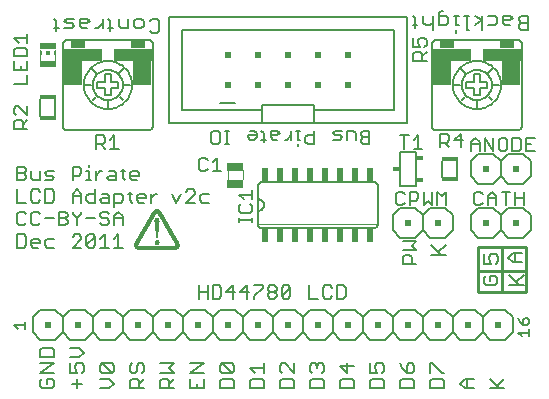
<source format=gto>
G75*
G70*
%OFA0B0*%
%FSLAX24Y24*%
%IPPOS*%
%LPD*%
%AMOC8*
5,1,8,0,0,1.08239X$1,22.5*
%
%ADD10C,0.0070*%
%ADD11C,0.0060*%
%ADD12C,0.0050*%
%ADD13C,0.0100*%
%ADD14C,0.0040*%
%ADD15R,0.0059X0.0118*%
%ADD16R,0.0118X0.0118*%
%ADD17R,0.0531X0.0236*%
%ADD18R,0.0560X0.0140*%
%ADD19R,0.0571X0.0295*%
%ADD20R,0.1250X0.0400*%
%ADD21R,0.0600X0.1050*%
%ADD22R,0.0500X0.0300*%
%ADD23R,0.0200X0.0450*%
%ADD24C,0.0020*%
%ADD25R,0.0200X0.0200*%
%ADD26R,0.0006X0.0006*%
%ADD27R,0.0006X0.0006*%
%ADD28R,0.0006X0.0006*%
%ADD29R,0.0006X0.0006*%
%ADD30C,0.0080*%
%ADD31R,0.0230X0.0180*%
D10*
X001406Y000505D02*
X001488Y000423D01*
X001815Y000423D01*
X001897Y000505D01*
X001897Y000668D01*
X001815Y000750D01*
X001652Y000750D01*
X001652Y000587D01*
X001488Y000750D02*
X001406Y000668D01*
X001406Y000505D01*
X001406Y000939D02*
X001897Y001266D01*
X001406Y001266D01*
X001406Y001455D02*
X001406Y001700D01*
X001488Y001781D01*
X001815Y001781D01*
X001897Y001700D01*
X001897Y001455D01*
X001406Y001455D01*
X001406Y000939D02*
X001897Y000939D01*
X002406Y000939D02*
X002652Y000939D01*
X002570Y001102D01*
X002570Y001184D01*
X002652Y001266D01*
X002815Y001266D01*
X002897Y001184D01*
X002897Y001021D01*
X002815Y000939D01*
X002652Y000750D02*
X002652Y000423D01*
X002488Y000587D02*
X002815Y000587D01*
X002406Y000939D02*
X002406Y001266D01*
X002406Y001455D02*
X002733Y001455D01*
X002897Y001618D01*
X002733Y001781D01*
X002406Y001781D01*
X003406Y001184D02*
X003488Y001266D01*
X003815Y000939D01*
X003897Y001021D01*
X003897Y001184D01*
X003815Y001266D01*
X003488Y001266D01*
X003406Y001184D02*
X003406Y001021D01*
X003488Y000939D01*
X003815Y000939D01*
X003733Y000750D02*
X003406Y000750D01*
X003406Y000423D02*
X003733Y000423D01*
X003897Y000587D01*
X003733Y000750D01*
X004406Y000668D02*
X004406Y000423D01*
X004897Y000423D01*
X004733Y000423D02*
X004733Y000668D01*
X004652Y000750D01*
X004488Y000750D01*
X004406Y000668D01*
X004733Y000587D02*
X004897Y000750D01*
X004815Y000939D02*
X004897Y001021D01*
X004897Y001184D01*
X004815Y001266D01*
X004733Y001266D01*
X004652Y001184D01*
X004652Y001021D01*
X004570Y000939D01*
X004488Y000939D01*
X004406Y001021D01*
X004406Y001184D01*
X004488Y001266D01*
X005406Y001266D02*
X005897Y001266D01*
X005733Y001102D01*
X005897Y000939D01*
X005406Y000939D01*
X005488Y000750D02*
X005652Y000750D01*
X005733Y000668D01*
X005733Y000423D01*
X005733Y000587D02*
X005897Y000750D01*
X005897Y000423D02*
X005406Y000423D01*
X005406Y000668D01*
X005488Y000750D01*
X006406Y000750D02*
X006406Y000423D01*
X006897Y000423D01*
X006897Y000750D01*
X006652Y000587D02*
X006652Y000423D01*
X006897Y000939D02*
X006406Y000939D01*
X006897Y001266D01*
X006406Y001266D01*
X007406Y001184D02*
X007406Y001021D01*
X007488Y000939D01*
X007815Y000939D01*
X007488Y001266D01*
X007815Y001266D01*
X007897Y001184D01*
X007897Y001021D01*
X007815Y000939D01*
X007815Y000750D02*
X007488Y000750D01*
X007406Y000668D01*
X007406Y000423D01*
X007897Y000423D01*
X007897Y000668D01*
X007815Y000750D01*
X007406Y001184D02*
X007488Y001266D01*
X008406Y001102D02*
X008897Y001102D01*
X008897Y000939D02*
X008897Y001266D01*
X008570Y000939D02*
X008406Y001102D01*
X008488Y000750D02*
X008406Y000668D01*
X008406Y000423D01*
X008897Y000423D01*
X008897Y000668D01*
X008815Y000750D01*
X008488Y000750D01*
X009406Y000668D02*
X009406Y000423D01*
X009897Y000423D01*
X009897Y000668D01*
X009815Y000750D01*
X009488Y000750D01*
X009406Y000668D01*
X009488Y000939D02*
X009406Y001021D01*
X009406Y001184D01*
X009488Y001266D01*
X009570Y001266D01*
X009897Y000939D01*
X009897Y001266D01*
X010406Y001184D02*
X010406Y001021D01*
X010488Y000939D01*
X010652Y001102D02*
X010652Y001184D01*
X010733Y001266D01*
X010815Y001266D01*
X010897Y001184D01*
X010897Y001021D01*
X010815Y000939D01*
X010652Y001184D02*
X010570Y001266D01*
X010488Y001266D01*
X010406Y001184D01*
X010488Y000750D02*
X010406Y000668D01*
X010406Y000423D01*
X010897Y000423D01*
X010897Y000668D01*
X010815Y000750D01*
X010488Y000750D01*
X011406Y000668D02*
X011406Y000423D01*
X011897Y000423D01*
X011897Y000668D01*
X011815Y000750D01*
X011488Y000750D01*
X011406Y000668D01*
X011652Y000939D02*
X011652Y001266D01*
X011897Y001184D02*
X011406Y001184D01*
X011652Y000939D01*
X012406Y000939D02*
X012652Y000939D01*
X012570Y001102D01*
X012570Y001184D01*
X012652Y001266D01*
X012815Y001266D01*
X012897Y001184D01*
X012897Y001021D01*
X012815Y000939D01*
X012815Y000750D02*
X012488Y000750D01*
X012406Y000668D01*
X012406Y000423D01*
X012897Y000423D01*
X012897Y000668D01*
X012815Y000750D01*
X012406Y000939D02*
X012406Y001266D01*
X013406Y001266D02*
X013488Y001102D01*
X013652Y000939D01*
X013652Y001184D01*
X013733Y001266D01*
X013815Y001266D01*
X013897Y001184D01*
X013897Y001021D01*
X013815Y000939D01*
X013652Y000939D01*
X013815Y000750D02*
X013488Y000750D01*
X013406Y000668D01*
X013406Y000423D01*
X013897Y000423D01*
X013897Y000668D01*
X013815Y000750D01*
X014406Y000668D02*
X014406Y000423D01*
X014897Y000423D01*
X014897Y000668D01*
X014815Y000750D01*
X014488Y000750D01*
X014406Y000668D01*
X014406Y000939D02*
X014406Y001266D01*
X014488Y001266D01*
X014815Y000939D01*
X014897Y000939D01*
X015406Y000587D02*
X015570Y000750D01*
X015897Y000750D01*
X015652Y000750D02*
X015652Y000423D01*
X015570Y000423D02*
X015406Y000587D01*
X015570Y000423D02*
X015897Y000423D01*
X016406Y000423D02*
X016897Y000423D01*
X016733Y000423D02*
X016406Y000750D01*
X016652Y000505D02*
X016897Y000750D01*
X017056Y003873D02*
X017547Y003873D01*
X017383Y003873D02*
X017056Y004200D01*
X017302Y003955D02*
X017547Y004200D01*
X017497Y004623D02*
X017170Y004623D01*
X017006Y004787D01*
X017170Y004950D01*
X017497Y004950D01*
X017252Y004950D02*
X017252Y004623D01*
X016697Y004655D02*
X016615Y004573D01*
X016697Y004655D02*
X016697Y004818D01*
X016615Y004900D01*
X016452Y004900D01*
X016370Y004818D01*
X016370Y004737D01*
X016452Y004573D01*
X016206Y004573D01*
X016206Y004900D01*
X014947Y004873D02*
X014456Y004873D01*
X014702Y004955D02*
X014947Y005200D01*
X014783Y004873D02*
X014456Y005200D01*
X015295Y012281D02*
X015295Y012363D01*
X015295Y012526D02*
X015295Y012853D01*
X015377Y012853D02*
X015213Y012853D01*
X015033Y012772D02*
X014951Y012853D01*
X014706Y012853D01*
X014706Y012935D02*
X014706Y012526D01*
X014951Y012526D01*
X015033Y012608D01*
X015033Y012772D01*
X014788Y013017D02*
X014706Y012935D01*
X014788Y013017D02*
X014869Y013017D01*
X014517Y012853D02*
X014517Y012363D01*
X014435Y012526D02*
X014272Y012526D01*
X014190Y012608D01*
X014190Y012853D01*
X013920Y012772D02*
X013838Y012853D01*
X013920Y012772D02*
X013920Y012445D01*
X014002Y012526D02*
X013838Y012526D01*
X014435Y012526D02*
X014517Y012608D01*
X015295Y012526D02*
X015377Y012526D01*
X015639Y012363D02*
X015639Y012853D01*
X015720Y012853D02*
X015557Y012853D01*
X015905Y012853D02*
X016150Y012690D01*
X015905Y012526D01*
X015720Y012363D02*
X015639Y012363D01*
X016150Y012363D02*
X016150Y012853D01*
X016339Y012853D02*
X016584Y012853D01*
X016666Y012772D01*
X016666Y012608D01*
X016584Y012526D01*
X016339Y012526D01*
X016854Y012608D02*
X016854Y012853D01*
X017100Y012853D01*
X017181Y012772D01*
X017100Y012690D01*
X016854Y012690D01*
X016854Y012608D02*
X016936Y012526D01*
X017100Y012526D01*
X017370Y012526D02*
X017452Y012608D01*
X017697Y012608D01*
X017452Y012608D02*
X017370Y012690D01*
X017370Y012772D01*
X017452Y012853D01*
X017697Y012853D01*
X017697Y012363D01*
X017452Y012363D01*
X017370Y012445D01*
X017370Y012526D01*
X005397Y012672D02*
X005397Y012345D01*
X005315Y012263D01*
X005152Y012263D01*
X005070Y012345D01*
X004881Y012508D02*
X004881Y012672D01*
X004800Y012753D01*
X004636Y012753D01*
X004554Y012672D01*
X004554Y012508D01*
X004636Y012426D01*
X004800Y012426D01*
X004881Y012508D01*
X005070Y012672D02*
X005152Y012753D01*
X005315Y012753D01*
X005397Y012672D01*
X004366Y012753D02*
X004366Y012426D01*
X004120Y012426D01*
X004039Y012508D01*
X004039Y012753D01*
X003768Y012672D02*
X003687Y012753D01*
X003768Y012672D02*
X003768Y012345D01*
X003687Y012426D02*
X003850Y012426D01*
X003506Y012426D02*
X003506Y012753D01*
X003506Y012590D02*
X003343Y012426D01*
X003261Y012426D01*
X002995Y012426D02*
X002831Y012426D01*
X002750Y012508D01*
X002750Y012753D01*
X002995Y012753D01*
X003077Y012672D01*
X002995Y012590D01*
X002750Y012590D01*
X002561Y012508D02*
X002479Y012426D01*
X002234Y012426D01*
X002045Y012426D02*
X001882Y012426D01*
X001964Y012345D02*
X001964Y012672D01*
X001882Y012753D01*
X002234Y012672D02*
X002316Y012590D01*
X002479Y012590D01*
X002561Y012508D01*
X002316Y012753D02*
X002234Y012672D01*
X002316Y012753D02*
X002561Y012753D01*
D11*
X002332Y012038D02*
X003032Y012038D01*
X004332Y012038D01*
X005032Y012038D01*
X005055Y012036D01*
X005078Y012031D01*
X005100Y012022D01*
X005120Y012009D01*
X005138Y011994D01*
X005153Y011976D01*
X005166Y011956D01*
X005175Y011934D01*
X005180Y011911D01*
X005182Y011888D01*
X005182Y011138D01*
X005182Y009188D01*
X005180Y009165D01*
X005175Y009142D01*
X005166Y009120D01*
X005153Y009100D01*
X005138Y009082D01*
X005120Y009067D01*
X005100Y009054D01*
X005078Y009045D01*
X005055Y009040D01*
X005032Y009038D01*
X004032Y009038D01*
X003332Y009038D01*
X002332Y009038D01*
X002309Y009040D01*
X002286Y009045D01*
X002264Y009054D01*
X002244Y009067D01*
X002226Y009082D01*
X002211Y009100D01*
X002198Y009120D01*
X002189Y009142D01*
X002184Y009165D01*
X002182Y009188D01*
X002182Y011138D01*
X002182Y011888D01*
X002184Y011911D01*
X002189Y011934D01*
X002198Y011956D01*
X002211Y011976D01*
X002226Y011994D01*
X002244Y012009D01*
X002264Y012022D01*
X002286Y012031D01*
X002309Y012036D01*
X002332Y012038D01*
X001002Y012096D02*
X000562Y012096D01*
X000708Y011949D01*
X000635Y011783D02*
X000562Y011709D01*
X000562Y011489D01*
X001002Y011489D01*
X001002Y011709D01*
X000929Y011783D01*
X000635Y011783D01*
X001002Y011949D02*
X001002Y012243D01*
X001002Y011322D02*
X001002Y011029D01*
X000562Y011029D01*
X000562Y011322D01*
X000782Y011175D02*
X000782Y011029D01*
X001002Y010862D02*
X001002Y010568D01*
X000562Y010568D01*
X001432Y010068D02*
X001432Y009508D01*
X000992Y009529D02*
X000992Y009822D01*
X000992Y009529D02*
X000698Y009822D01*
X000625Y009822D01*
X000552Y009749D01*
X000552Y009602D01*
X000625Y009529D01*
X000625Y009362D02*
X000772Y009362D01*
X000845Y009288D01*
X000845Y009068D01*
X000992Y009068D02*
X000552Y009068D01*
X000552Y009288D01*
X000625Y009362D01*
X000845Y009215D02*
X000992Y009362D01*
X001932Y009508D02*
X001932Y010068D01*
X002932Y010538D02*
X003132Y010538D01*
X003332Y010438D02*
X003332Y010638D01*
X003582Y010638D01*
X003582Y010888D01*
X003782Y010888D01*
X003782Y010638D01*
X004032Y010638D01*
X004032Y010438D01*
X003782Y010438D01*
X003782Y010188D01*
X003582Y010188D01*
X003582Y010438D01*
X003332Y010438D01*
X003182Y010538D02*
X003184Y010582D01*
X003190Y010626D01*
X003200Y010669D01*
X003213Y010711D01*
X003230Y010752D01*
X003251Y010791D01*
X003275Y010828D01*
X003302Y010863D01*
X003332Y010895D01*
X003365Y010925D01*
X003401Y010951D01*
X003438Y010975D01*
X003478Y010994D01*
X003519Y011011D01*
X003562Y011023D01*
X003605Y011032D01*
X003649Y011037D01*
X003693Y011038D01*
X003737Y011035D01*
X003781Y011028D01*
X003824Y011017D01*
X003866Y011003D01*
X003906Y010985D01*
X003945Y010963D01*
X003981Y010939D01*
X004015Y010911D01*
X004047Y010880D01*
X004076Y010846D01*
X004102Y010810D01*
X004124Y010772D01*
X004143Y010732D01*
X004158Y010690D01*
X004170Y010648D01*
X004178Y010604D01*
X004182Y010560D01*
X004182Y010516D01*
X004178Y010472D01*
X004170Y010428D01*
X004158Y010386D01*
X004143Y010344D01*
X004124Y010304D01*
X004102Y010266D01*
X004076Y010230D01*
X004047Y010196D01*
X004015Y010165D01*
X003981Y010137D01*
X003945Y010113D01*
X003906Y010091D01*
X003866Y010073D01*
X003824Y010059D01*
X003781Y010048D01*
X003737Y010041D01*
X003693Y010038D01*
X003649Y010039D01*
X003605Y010044D01*
X003562Y010053D01*
X003519Y010065D01*
X003478Y010082D01*
X003438Y010101D01*
X003401Y010125D01*
X003365Y010151D01*
X003332Y010181D01*
X003302Y010213D01*
X003275Y010248D01*
X003251Y010285D01*
X003230Y010324D01*
X003213Y010365D01*
X003200Y010407D01*
X003190Y010450D01*
X003184Y010494D01*
X003182Y010538D01*
X003332Y010888D02*
X003132Y011088D01*
X002882Y010538D02*
X002884Y010594D01*
X002890Y010651D01*
X002900Y010706D01*
X002914Y010761D01*
X002931Y010815D01*
X002953Y010867D01*
X002978Y010917D01*
X003006Y010966D01*
X003038Y011013D01*
X003073Y011057D01*
X003111Y011099D01*
X003152Y011138D01*
X003196Y011173D01*
X003242Y011206D01*
X003290Y011235D01*
X003340Y011261D01*
X003392Y011284D01*
X003446Y011302D01*
X003500Y011317D01*
X003555Y011328D01*
X003611Y011335D01*
X003668Y011338D01*
X003724Y011337D01*
X003781Y011332D01*
X003836Y011323D01*
X003891Y011310D01*
X003945Y011293D01*
X003998Y011273D01*
X004049Y011249D01*
X004098Y011221D01*
X004145Y011190D01*
X004190Y011156D01*
X004233Y011118D01*
X004272Y011078D01*
X004309Y011035D01*
X004342Y010990D01*
X004372Y010942D01*
X004399Y010892D01*
X004422Y010841D01*
X004442Y010788D01*
X004458Y010734D01*
X004470Y010678D01*
X004478Y010623D01*
X004482Y010566D01*
X004482Y010510D01*
X004478Y010453D01*
X004470Y010398D01*
X004458Y010342D01*
X004442Y010288D01*
X004422Y010235D01*
X004399Y010184D01*
X004372Y010134D01*
X004342Y010086D01*
X004309Y010041D01*
X004272Y009998D01*
X004233Y009958D01*
X004190Y009920D01*
X004145Y009886D01*
X004098Y009855D01*
X004049Y009827D01*
X003998Y009803D01*
X003945Y009783D01*
X003891Y009766D01*
X003836Y009753D01*
X003781Y009744D01*
X003724Y009739D01*
X003668Y009738D01*
X003611Y009741D01*
X003555Y009748D01*
X003500Y009759D01*
X003446Y009774D01*
X003392Y009792D01*
X003340Y009815D01*
X003290Y009841D01*
X003242Y009870D01*
X003196Y009903D01*
X003152Y009938D01*
X003111Y009977D01*
X003073Y010019D01*
X003038Y010063D01*
X003006Y010110D01*
X002978Y010159D01*
X002953Y010209D01*
X002931Y010261D01*
X002914Y010315D01*
X002900Y010370D01*
X002890Y010425D01*
X002884Y010482D01*
X002882Y010538D01*
X003282Y010138D02*
X003182Y010038D01*
X003682Y009988D02*
X003682Y009788D01*
X004082Y010138D02*
X004182Y010038D01*
X004232Y010538D02*
X004432Y010538D01*
X004032Y010888D02*
X004232Y011088D01*
X003898Y008859D02*
X003898Y008418D01*
X003751Y008418D02*
X004045Y008418D01*
X003751Y008712D02*
X003898Y008859D01*
X003585Y008785D02*
X003585Y008638D01*
X003511Y008565D01*
X003291Y008565D01*
X003438Y008565D02*
X003585Y008418D01*
X003291Y008418D02*
X003291Y008859D01*
X003511Y008859D01*
X003585Y008785D01*
X003037Y007882D02*
X003037Y007809D01*
X003037Y007662D02*
X003037Y007368D01*
X002964Y007368D02*
X003110Y007368D01*
X003271Y007368D02*
X003271Y007662D01*
X003417Y007662D02*
X003271Y007515D01*
X003417Y007662D02*
X003491Y007662D01*
X003728Y007662D02*
X003874Y007662D01*
X003948Y007588D01*
X003948Y007368D01*
X003728Y007368D01*
X003654Y007442D01*
X003728Y007515D01*
X003948Y007515D01*
X004115Y007662D02*
X004261Y007662D01*
X004188Y007735D02*
X004188Y007442D01*
X004261Y007368D01*
X004421Y007442D02*
X004421Y007588D01*
X004495Y007662D01*
X004642Y007662D01*
X004715Y007588D01*
X004715Y007515D01*
X004421Y007515D01*
X004421Y007442D02*
X004495Y007368D01*
X004642Y007368D01*
X004418Y006985D02*
X004418Y006692D01*
X004491Y006618D01*
X004652Y006692D02*
X004652Y006838D01*
X004725Y006912D01*
X004872Y006912D01*
X004945Y006838D01*
X004945Y006765D01*
X004652Y006765D01*
X004652Y006692D02*
X004725Y006618D01*
X004872Y006618D01*
X005112Y006618D02*
X005112Y006912D01*
X005112Y006765D02*
X005259Y006912D01*
X005332Y006912D01*
X005822Y006912D02*
X005969Y006618D01*
X006116Y006912D01*
X006283Y006985D02*
X006356Y007059D01*
X006503Y007059D01*
X006576Y006985D01*
X006576Y006912D01*
X006283Y006618D01*
X006576Y006618D01*
X006743Y006692D02*
X006816Y006618D01*
X007037Y006618D01*
X007037Y006912D02*
X006816Y006912D01*
X006743Y006838D01*
X006743Y006692D01*
X006785Y007668D02*
X006932Y007668D01*
X007005Y007742D01*
X007172Y007668D02*
X007466Y007668D01*
X007319Y007668D02*
X007319Y008109D01*
X007172Y007962D01*
X007005Y008035D02*
X006932Y008109D01*
X006785Y008109D01*
X006712Y008035D01*
X006712Y007742D01*
X006785Y007668D01*
X007195Y008568D02*
X007121Y008641D01*
X007121Y008935D01*
X007195Y009008D01*
X007341Y009008D01*
X007415Y008935D01*
X007415Y008641D01*
X007341Y008568D01*
X007195Y008568D01*
X007575Y008568D02*
X007722Y008568D01*
X007648Y008568D02*
X007648Y009008D01*
X007575Y009008D02*
X007722Y009008D01*
X008349Y008861D02*
X008349Y008788D01*
X008422Y008715D01*
X008569Y008715D01*
X008642Y008788D01*
X008642Y008935D01*
X008569Y009008D01*
X008422Y009008D01*
X008349Y008861D02*
X008642Y008861D01*
X008802Y008715D02*
X008949Y008715D01*
X008876Y008641D02*
X008876Y008935D01*
X008802Y009008D01*
X009116Y009008D02*
X009116Y008788D01*
X009189Y008715D01*
X009336Y008715D01*
X009336Y008861D02*
X009116Y008861D01*
X009116Y009008D02*
X009336Y009008D01*
X009410Y008935D01*
X009336Y008861D01*
X009573Y008715D02*
X009646Y008715D01*
X009793Y008861D01*
X009793Y008715D02*
X009793Y009008D01*
X009953Y009008D02*
X010100Y009008D01*
X010027Y009008D02*
X010027Y008715D01*
X010100Y008715D01*
X010027Y008568D02*
X010027Y008495D01*
X010267Y008641D02*
X010267Y008788D01*
X010340Y008861D01*
X010560Y008861D01*
X010560Y009008D02*
X010560Y008568D01*
X010340Y008568D01*
X010267Y008641D01*
X011188Y008715D02*
X011408Y008715D01*
X011481Y008788D01*
X011408Y008861D01*
X011261Y008861D01*
X011188Y008935D01*
X011261Y009008D01*
X011481Y009008D01*
X011648Y009008D02*
X011648Y008715D01*
X011648Y009008D02*
X011868Y009008D01*
X011942Y008935D01*
X011942Y008715D01*
X012108Y008715D02*
X012182Y008788D01*
X012402Y008788D01*
X012402Y008568D02*
X012182Y008568D01*
X012108Y008641D01*
X012108Y008715D01*
X012182Y008788D02*
X012108Y008861D01*
X012108Y008935D01*
X012182Y009008D01*
X012402Y009008D01*
X012402Y008568D01*
X013412Y008859D02*
X013705Y008859D01*
X013559Y008859D02*
X013559Y008418D01*
X013872Y008418D02*
X014166Y008418D01*
X014019Y008418D02*
X014019Y008859D01*
X013872Y008712D01*
X014482Y009188D02*
X014482Y011138D01*
X014482Y011888D01*
X014484Y011911D01*
X014489Y011934D01*
X014498Y011956D01*
X014511Y011976D01*
X014526Y011994D01*
X014544Y012009D01*
X014564Y012022D01*
X014586Y012031D01*
X014609Y012036D01*
X014632Y012038D01*
X015332Y012038D01*
X016632Y012038D01*
X017332Y012038D01*
X017355Y012036D01*
X017378Y012031D01*
X017400Y012022D01*
X017420Y012009D01*
X017438Y011994D01*
X017453Y011976D01*
X017466Y011956D01*
X017475Y011934D01*
X017480Y011911D01*
X017482Y011888D01*
X017482Y011138D01*
X017482Y009188D01*
X017480Y009165D01*
X017475Y009142D01*
X017466Y009120D01*
X017453Y009100D01*
X017438Y009082D01*
X017420Y009067D01*
X017400Y009054D01*
X017378Y009045D01*
X017355Y009040D01*
X017332Y009038D01*
X016332Y009038D01*
X015632Y009038D01*
X014632Y009038D01*
X014609Y009040D01*
X014586Y009045D01*
X014564Y009054D01*
X014544Y009067D01*
X014526Y009082D01*
X014511Y009100D01*
X014498Y009120D01*
X014489Y009142D01*
X014484Y009165D01*
X014482Y009188D01*
X014762Y008909D02*
X014982Y008909D01*
X015055Y008835D01*
X015055Y008688D01*
X014982Y008615D01*
X014762Y008615D01*
X014909Y008615D02*
X015055Y008468D01*
X015222Y008688D02*
X015516Y008688D01*
X015442Y008468D02*
X015442Y008909D01*
X015222Y008688D01*
X014762Y008468D02*
X014762Y008909D01*
X015782Y008632D02*
X015782Y008338D01*
X015782Y008558D02*
X016075Y008558D01*
X016075Y008632D02*
X016075Y008338D01*
X016032Y008238D02*
X015782Y007988D01*
X015782Y007488D01*
X016032Y007238D01*
X016532Y007238D01*
X016782Y007488D01*
X017032Y007238D01*
X017532Y007238D01*
X017782Y007488D01*
X017782Y007988D01*
X017532Y008238D01*
X017032Y008238D01*
X016782Y007988D01*
X016782Y007488D01*
X016803Y006979D02*
X017096Y006979D01*
X016949Y006979D02*
X016949Y006538D01*
X017032Y006438D02*
X017532Y006438D01*
X017782Y006188D01*
X017782Y005688D01*
X017532Y005438D01*
X017032Y005438D01*
X016782Y005688D01*
X016532Y005438D01*
X016032Y005438D01*
X015782Y005688D01*
X015782Y006188D01*
X016032Y006438D01*
X016532Y006438D01*
X016782Y006188D01*
X017032Y006438D01*
X017263Y006538D02*
X017263Y006979D01*
X017557Y006979D02*
X017557Y006538D01*
X017557Y006758D02*
X017263Y006758D01*
X016636Y006758D02*
X016342Y006758D01*
X016342Y006832D02*
X016489Y006979D01*
X016636Y006832D01*
X016636Y006538D01*
X016342Y006538D02*
X016342Y006832D01*
X016175Y006905D02*
X016102Y006979D01*
X015955Y006979D01*
X015882Y006905D01*
X015882Y006612D01*
X015955Y006538D01*
X016102Y006538D01*
X016175Y006612D01*
X016782Y006188D02*
X016782Y005688D01*
X015182Y005688D02*
X014932Y005438D01*
X014432Y005438D01*
X014182Y005688D01*
X013932Y005438D01*
X013432Y005438D01*
X013182Y005688D01*
X013182Y006188D01*
X013432Y006438D01*
X013932Y006438D01*
X014182Y006188D01*
X014432Y006438D01*
X014932Y006438D01*
X015182Y006188D01*
X015182Y005688D01*
X014182Y005688D02*
X014182Y006188D01*
X014203Y006538D02*
X014349Y006685D01*
X014496Y006538D01*
X014496Y006979D01*
X014663Y006979D02*
X014810Y006832D01*
X014957Y006979D01*
X014957Y006538D01*
X014663Y006538D02*
X014663Y006979D01*
X014203Y006979D02*
X014203Y006538D01*
X014036Y006758D02*
X013962Y006685D01*
X013742Y006685D01*
X013742Y006538D02*
X013742Y006979D01*
X013962Y006979D01*
X014036Y006905D01*
X014036Y006758D01*
X013575Y006612D02*
X013502Y006538D01*
X013355Y006538D01*
X013282Y006612D01*
X013282Y006905D01*
X013355Y006979D01*
X013502Y006979D01*
X013575Y006905D01*
X012682Y007158D02*
X012682Y005918D01*
X012680Y005895D01*
X012675Y005872D01*
X012666Y005850D01*
X012653Y005830D01*
X012638Y005812D01*
X012620Y005797D01*
X012600Y005784D01*
X012578Y005775D01*
X012555Y005770D01*
X012532Y005768D01*
X008832Y005768D01*
X008809Y005770D01*
X008786Y005775D01*
X008764Y005784D01*
X008744Y005797D01*
X008726Y005812D01*
X008711Y005830D01*
X008698Y005850D01*
X008689Y005872D01*
X008684Y005895D01*
X008682Y005918D01*
X008682Y006338D01*
X008682Y006738D01*
X008682Y007158D01*
X008684Y007181D01*
X008689Y007204D01*
X008698Y007226D01*
X008711Y007246D01*
X008726Y007264D01*
X008744Y007279D01*
X008764Y007292D01*
X008786Y007301D01*
X008809Y007306D01*
X008832Y007308D01*
X012532Y007308D01*
X012555Y007306D01*
X012578Y007301D01*
X012600Y007292D01*
X012620Y007279D01*
X012638Y007264D01*
X012653Y007246D01*
X012666Y007226D01*
X012675Y007204D01*
X012680Y007181D01*
X012682Y007158D01*
X014832Y007458D02*
X014832Y008018D01*
X015332Y008018D02*
X015332Y007458D01*
X016032Y008238D02*
X016532Y008238D01*
X016782Y007988D01*
X016776Y008338D02*
X016703Y008412D01*
X016703Y008705D01*
X016776Y008779D01*
X016923Y008779D01*
X016996Y008705D01*
X016996Y008412D01*
X016923Y008338D01*
X016776Y008338D01*
X016536Y008338D02*
X016536Y008779D01*
X016242Y008779D02*
X016536Y008338D01*
X016242Y008338D02*
X016242Y008779D01*
X016075Y008632D02*
X015929Y008779D01*
X015782Y008632D01*
X017163Y008779D02*
X017163Y008338D01*
X017383Y008338D01*
X017457Y008412D01*
X017457Y008705D01*
X017383Y008779D01*
X017163Y008779D01*
X017623Y008779D02*
X017623Y008338D01*
X017917Y008338D01*
X017770Y008558D02*
X017623Y008558D01*
X017623Y008779D02*
X017917Y008779D01*
X016482Y010038D02*
X016382Y010138D01*
X016082Y010188D02*
X015882Y010188D01*
X015882Y010438D01*
X015632Y010438D01*
X015632Y010638D01*
X015882Y010638D01*
X015882Y010888D01*
X016082Y010888D01*
X016082Y010638D01*
X016332Y010638D01*
X016332Y010438D01*
X016082Y010438D01*
X016082Y010188D01*
X015982Y009988D02*
X015982Y009788D01*
X015582Y010138D02*
X015482Y010038D01*
X015432Y010538D02*
X015232Y010538D01*
X015632Y010888D02*
X015432Y011088D01*
X015482Y010538D02*
X015484Y010582D01*
X015490Y010626D01*
X015500Y010669D01*
X015513Y010711D01*
X015530Y010752D01*
X015551Y010791D01*
X015575Y010828D01*
X015602Y010863D01*
X015632Y010895D01*
X015665Y010925D01*
X015701Y010951D01*
X015738Y010975D01*
X015778Y010994D01*
X015819Y011011D01*
X015862Y011023D01*
X015905Y011032D01*
X015949Y011037D01*
X015993Y011038D01*
X016037Y011035D01*
X016081Y011028D01*
X016124Y011017D01*
X016166Y011003D01*
X016206Y010985D01*
X016245Y010963D01*
X016281Y010939D01*
X016315Y010911D01*
X016347Y010880D01*
X016376Y010846D01*
X016402Y010810D01*
X016424Y010772D01*
X016443Y010732D01*
X016458Y010690D01*
X016470Y010648D01*
X016478Y010604D01*
X016482Y010560D01*
X016482Y010516D01*
X016478Y010472D01*
X016470Y010428D01*
X016458Y010386D01*
X016443Y010344D01*
X016424Y010304D01*
X016402Y010266D01*
X016376Y010230D01*
X016347Y010196D01*
X016315Y010165D01*
X016281Y010137D01*
X016245Y010113D01*
X016206Y010091D01*
X016166Y010073D01*
X016124Y010059D01*
X016081Y010048D01*
X016037Y010041D01*
X015993Y010038D01*
X015949Y010039D01*
X015905Y010044D01*
X015862Y010053D01*
X015819Y010065D01*
X015778Y010082D01*
X015738Y010101D01*
X015701Y010125D01*
X015665Y010151D01*
X015632Y010181D01*
X015602Y010213D01*
X015575Y010248D01*
X015551Y010285D01*
X015530Y010324D01*
X015513Y010365D01*
X015500Y010407D01*
X015490Y010450D01*
X015484Y010494D01*
X015482Y010538D01*
X015182Y010538D02*
X015184Y010594D01*
X015190Y010651D01*
X015200Y010706D01*
X015214Y010761D01*
X015231Y010815D01*
X015253Y010867D01*
X015278Y010917D01*
X015306Y010966D01*
X015338Y011013D01*
X015373Y011057D01*
X015411Y011099D01*
X015452Y011138D01*
X015496Y011173D01*
X015542Y011206D01*
X015590Y011235D01*
X015640Y011261D01*
X015692Y011284D01*
X015746Y011302D01*
X015800Y011317D01*
X015855Y011328D01*
X015911Y011335D01*
X015968Y011338D01*
X016024Y011337D01*
X016081Y011332D01*
X016136Y011323D01*
X016191Y011310D01*
X016245Y011293D01*
X016298Y011273D01*
X016349Y011249D01*
X016398Y011221D01*
X016445Y011190D01*
X016490Y011156D01*
X016533Y011118D01*
X016572Y011078D01*
X016609Y011035D01*
X016642Y010990D01*
X016672Y010942D01*
X016699Y010892D01*
X016722Y010841D01*
X016742Y010788D01*
X016758Y010734D01*
X016770Y010678D01*
X016778Y010623D01*
X016782Y010566D01*
X016782Y010510D01*
X016778Y010453D01*
X016770Y010398D01*
X016758Y010342D01*
X016742Y010288D01*
X016722Y010235D01*
X016699Y010184D01*
X016672Y010134D01*
X016642Y010086D01*
X016609Y010041D01*
X016572Y009998D01*
X016533Y009958D01*
X016490Y009920D01*
X016445Y009886D01*
X016398Y009855D01*
X016349Y009827D01*
X016298Y009803D01*
X016245Y009783D01*
X016191Y009766D01*
X016136Y009753D01*
X016081Y009744D01*
X016024Y009739D01*
X015968Y009738D01*
X015911Y009741D01*
X015855Y009748D01*
X015800Y009759D01*
X015746Y009774D01*
X015692Y009792D01*
X015640Y009815D01*
X015590Y009841D01*
X015542Y009870D01*
X015496Y009903D01*
X015452Y009938D01*
X015411Y009977D01*
X015373Y010019D01*
X015338Y010063D01*
X015306Y010110D01*
X015278Y010159D01*
X015253Y010209D01*
X015231Y010261D01*
X015214Y010315D01*
X015200Y010370D01*
X015190Y010425D01*
X015184Y010482D01*
X015182Y010538D01*
X016332Y010888D02*
X016532Y011088D01*
X016532Y010538D02*
X016732Y010538D01*
X013952Y005322D02*
X013512Y005322D01*
X013512Y005029D02*
X013952Y005029D01*
X013805Y005175D01*
X013952Y005322D01*
X013732Y004862D02*
X013585Y004862D01*
X013512Y004788D01*
X013512Y004568D01*
X013952Y004568D01*
X013805Y004568D02*
X013805Y004788D01*
X013732Y004862D01*
X011609Y003785D02*
X011609Y003492D01*
X011536Y003418D01*
X011315Y003418D01*
X011315Y003859D01*
X011536Y003859D01*
X011609Y003785D01*
X011149Y003785D02*
X011075Y003859D01*
X010928Y003859D01*
X010855Y003785D01*
X010855Y003492D01*
X010928Y003418D01*
X011075Y003418D01*
X011149Y003492D01*
X010688Y003418D02*
X010395Y003418D01*
X010395Y003859D01*
X009768Y003785D02*
X009768Y003492D01*
X009694Y003418D01*
X009547Y003418D01*
X009474Y003492D01*
X009768Y003785D01*
X009694Y003859D01*
X009547Y003859D01*
X009474Y003785D01*
X009474Y003492D01*
X009307Y003492D02*
X009234Y003418D01*
X009087Y003418D01*
X009014Y003492D01*
X009014Y003565D01*
X009087Y003638D01*
X009234Y003638D01*
X009307Y003565D01*
X009307Y003492D01*
X009234Y003638D02*
X009307Y003712D01*
X009307Y003785D01*
X009234Y003859D01*
X009087Y003859D01*
X009014Y003785D01*
X009014Y003712D01*
X009087Y003638D01*
X008847Y003785D02*
X008553Y003492D01*
X008553Y003418D01*
X008313Y003418D02*
X008313Y003859D01*
X008093Y003638D01*
X008387Y003638D01*
X008553Y003859D02*
X008847Y003859D01*
X008847Y003785D01*
X007926Y003638D02*
X007633Y003638D01*
X007853Y003859D01*
X007853Y003418D01*
X007466Y003492D02*
X007392Y003418D01*
X007172Y003418D01*
X007172Y003859D01*
X007392Y003859D01*
X007466Y003785D01*
X007466Y003492D01*
X007005Y003418D02*
X007005Y003859D01*
X007005Y003638D02*
X006712Y003638D01*
X006712Y003418D02*
X006712Y003859D01*
X006932Y003038D02*
X006432Y003038D01*
X006182Y002788D01*
X006182Y002288D01*
X005932Y002038D01*
X005432Y002038D01*
X005182Y002288D01*
X004932Y002038D01*
X004432Y002038D01*
X004182Y002288D01*
X003932Y002038D01*
X003432Y002038D01*
X003182Y002288D01*
X002932Y002038D01*
X002432Y002038D01*
X002182Y002288D01*
X001932Y002038D01*
X001432Y002038D01*
X001182Y002288D01*
X001182Y002788D01*
X001432Y003038D01*
X001932Y003038D01*
X002182Y002788D01*
X002432Y003038D01*
X002932Y003038D01*
X003182Y002788D01*
X003182Y002288D01*
X003182Y002788D02*
X003432Y003038D01*
X003932Y003038D01*
X004182Y002788D01*
X004432Y003038D01*
X004932Y003038D01*
X005182Y002788D01*
X005432Y003038D01*
X005932Y003038D01*
X006182Y002788D01*
X006182Y002288D02*
X006432Y002038D01*
X006932Y002038D01*
X007182Y002288D01*
X007432Y002038D01*
X007932Y002038D01*
X008182Y002288D01*
X008432Y002038D01*
X008932Y002038D01*
X009182Y002288D01*
X009182Y002788D01*
X008932Y003038D01*
X008432Y003038D01*
X008182Y002788D01*
X008182Y002288D01*
X008182Y002788D02*
X007932Y003038D01*
X007432Y003038D01*
X007182Y002788D01*
X007182Y002288D01*
X007182Y002788D02*
X006932Y003038D01*
X005182Y002788D02*
X005182Y002288D01*
X004182Y002288D02*
X004182Y002788D01*
X002182Y002788D02*
X002182Y002288D01*
X001876Y005118D02*
X001656Y005118D01*
X001583Y005192D01*
X001583Y005338D01*
X001656Y005412D01*
X001876Y005412D01*
X001416Y005338D02*
X001416Y005265D01*
X001122Y005265D01*
X001122Y005192D02*
X001122Y005338D01*
X001196Y005412D01*
X001342Y005412D01*
X001416Y005338D01*
X001342Y005118D02*
X001196Y005118D01*
X001122Y005192D01*
X000955Y005192D02*
X000955Y005485D01*
X000882Y005559D01*
X000662Y005559D01*
X000662Y005118D01*
X000882Y005118D01*
X000955Y005192D01*
X000882Y005868D02*
X000955Y005942D01*
X000882Y005868D02*
X000735Y005868D01*
X000662Y005942D01*
X000662Y006235D01*
X000735Y006309D01*
X000882Y006309D01*
X000955Y006235D01*
X001122Y006235D02*
X001196Y006309D01*
X001342Y006309D01*
X001416Y006235D01*
X001583Y006088D02*
X001876Y006088D01*
X002043Y006088D02*
X002263Y006088D01*
X002337Y006015D01*
X002337Y005942D01*
X002263Y005868D01*
X002043Y005868D01*
X002043Y006309D01*
X002263Y006309D01*
X002337Y006235D01*
X002337Y006162D01*
X002263Y006088D01*
X002503Y006235D02*
X002650Y006088D01*
X002650Y005868D01*
X002650Y006088D02*
X002797Y006235D01*
X002797Y006309D01*
X002964Y006088D02*
X003257Y006088D01*
X003424Y006162D02*
X003497Y006088D01*
X003644Y006088D01*
X003718Y006015D01*
X003718Y005942D01*
X003644Y005868D01*
X003497Y005868D01*
X003424Y005942D01*
X003424Y006162D02*
X003424Y006235D01*
X003497Y006309D01*
X003644Y006309D01*
X003718Y006235D01*
X003884Y006162D02*
X004031Y006309D01*
X004178Y006162D01*
X004178Y005868D01*
X003884Y005868D02*
X003884Y006162D01*
X003884Y006088D02*
X004178Y006088D01*
X003884Y006471D02*
X003884Y006912D01*
X004105Y006912D01*
X004178Y006838D01*
X004178Y006692D01*
X004105Y006618D01*
X003884Y006618D01*
X003718Y006618D02*
X003497Y006618D01*
X003424Y006692D01*
X003497Y006765D01*
X003718Y006765D01*
X003718Y006838D02*
X003644Y006912D01*
X003497Y006912D01*
X003718Y006838D02*
X003718Y006618D01*
X003257Y006618D02*
X003257Y007059D01*
X003257Y006912D02*
X003037Y006912D01*
X002964Y006838D01*
X002964Y006692D01*
X003037Y006618D01*
X003257Y006618D01*
X002797Y006618D02*
X002797Y006912D01*
X002650Y007059D01*
X002503Y006912D01*
X002503Y006618D01*
X002503Y006838D02*
X002797Y006838D01*
X002503Y006309D02*
X002503Y006235D01*
X001876Y006692D02*
X001876Y006985D01*
X001803Y007059D01*
X001583Y007059D01*
X001583Y006618D01*
X001803Y006618D01*
X001876Y006692D01*
X001416Y006692D02*
X001342Y006618D01*
X001196Y006618D01*
X001122Y006692D01*
X001122Y006985D01*
X001196Y007059D01*
X001342Y007059D01*
X001416Y006985D01*
X001416Y007368D02*
X001196Y007368D01*
X001122Y007442D01*
X001122Y007662D01*
X000955Y007662D02*
X000882Y007588D01*
X000662Y007588D01*
X000662Y007368D02*
X000882Y007368D01*
X000955Y007442D01*
X000955Y007515D01*
X000882Y007588D01*
X000955Y007662D02*
X000955Y007735D01*
X000882Y007809D01*
X000662Y007809D01*
X000662Y007368D01*
X000662Y007059D02*
X000662Y006618D01*
X000955Y006618D01*
X001122Y006235D02*
X001122Y005942D01*
X001196Y005868D01*
X001342Y005868D01*
X001416Y005942D01*
X002503Y005485D02*
X002577Y005559D01*
X002723Y005559D01*
X002797Y005485D01*
X002797Y005412D01*
X002503Y005118D01*
X002797Y005118D01*
X002964Y005192D02*
X003257Y005485D01*
X003257Y005192D01*
X003184Y005118D01*
X003037Y005118D01*
X002964Y005192D01*
X002964Y005485D01*
X003037Y005559D01*
X003184Y005559D01*
X003257Y005485D01*
X003424Y005412D02*
X003571Y005559D01*
X003571Y005118D01*
X003424Y005118D02*
X003718Y005118D01*
X003884Y005118D02*
X004178Y005118D01*
X004031Y005118D02*
X004031Y005559D01*
X003884Y005412D01*
X004345Y006912D02*
X004491Y006912D01*
X003037Y007662D02*
X002964Y007662D01*
X002797Y007735D02*
X002797Y007588D01*
X002723Y007515D01*
X002503Y007515D01*
X002503Y007368D02*
X002503Y007809D01*
X002723Y007809D01*
X002797Y007735D01*
X001876Y007662D02*
X001656Y007662D01*
X001583Y007588D01*
X001656Y007515D01*
X001803Y007515D01*
X001876Y007442D01*
X001803Y007368D01*
X001583Y007368D01*
X001416Y007368D02*
X001416Y007662D01*
X008062Y006882D02*
X008502Y006882D01*
X008502Y006736D02*
X008502Y007029D01*
X008208Y006736D02*
X008062Y006882D01*
X008135Y006569D02*
X008062Y006495D01*
X008062Y006349D01*
X008135Y006275D01*
X008429Y006275D01*
X008502Y006349D01*
X008502Y006495D01*
X008429Y006569D01*
X008682Y006738D02*
X008709Y006736D01*
X008736Y006731D01*
X008762Y006721D01*
X008786Y006709D01*
X008808Y006693D01*
X008828Y006675D01*
X008845Y006653D01*
X008860Y006630D01*
X008870Y006605D01*
X008878Y006579D01*
X008882Y006552D01*
X008882Y006524D01*
X008878Y006497D01*
X008870Y006471D01*
X008860Y006446D01*
X008845Y006423D01*
X008828Y006401D01*
X008808Y006383D01*
X008786Y006367D01*
X008762Y006355D01*
X008736Y006345D01*
X008709Y006340D01*
X008682Y006338D01*
X008502Y006115D02*
X008502Y005968D01*
X008502Y006042D02*
X008062Y006042D01*
X008062Y006115D02*
X008062Y005968D01*
X009432Y003038D02*
X009932Y003038D01*
X010182Y002788D01*
X010432Y003038D01*
X010932Y003038D01*
X011182Y002788D01*
X011432Y003038D01*
X011932Y003038D01*
X012182Y002788D01*
X012182Y002288D01*
X011932Y002038D01*
X011432Y002038D01*
X011182Y002288D01*
X010932Y002038D01*
X010432Y002038D01*
X010182Y002288D01*
X009932Y002038D01*
X009432Y002038D01*
X009182Y002288D01*
X009182Y002788D02*
X009432Y003038D01*
X010182Y002788D02*
X010182Y002288D01*
X011182Y002288D02*
X011182Y002788D01*
X012182Y002788D02*
X012432Y003038D01*
X012932Y003038D01*
X013182Y002788D01*
X013432Y003038D01*
X013932Y003038D01*
X014182Y002788D01*
X014432Y003038D01*
X014932Y003038D01*
X015182Y002788D01*
X015182Y002288D01*
X014932Y002038D01*
X014432Y002038D01*
X014182Y002288D01*
X013932Y002038D01*
X013432Y002038D01*
X013182Y002288D01*
X012932Y002038D01*
X012432Y002038D01*
X012182Y002288D01*
X013182Y002288D02*
X013182Y002788D01*
X014182Y002788D02*
X014182Y002288D01*
X015182Y002288D02*
X015432Y002038D01*
X015932Y002038D01*
X016182Y002288D01*
X016432Y002038D01*
X016932Y002038D01*
X017182Y002288D01*
X017182Y002788D01*
X016932Y003038D01*
X016432Y003038D01*
X016182Y002788D01*
X016182Y002288D01*
X016182Y002788D02*
X015932Y003038D01*
X015432Y003038D01*
X015182Y002788D01*
X016285Y003868D02*
X016579Y003868D01*
X016652Y003942D01*
X016652Y004088D01*
X016579Y004162D01*
X016432Y004162D01*
X016432Y004015D01*
X016285Y003868D02*
X016212Y003942D01*
X016212Y004088D01*
X016285Y004162D01*
D12*
X017357Y002765D02*
X017415Y002648D01*
X017532Y002532D01*
X017532Y002707D01*
X017590Y002765D01*
X017649Y002765D01*
X017707Y002707D01*
X017707Y002590D01*
X017649Y002532D01*
X017532Y002532D01*
X017707Y002397D02*
X017707Y002163D01*
X017707Y002280D02*
X017357Y002280D01*
X017473Y002163D01*
X013942Y007178D02*
X013422Y007178D01*
X013422Y008298D01*
X013942Y008298D01*
X013942Y007178D01*
X013857Y011343D02*
X013857Y011568D01*
X013932Y011643D01*
X014082Y011643D01*
X014157Y011568D01*
X014157Y011343D01*
X014157Y011493D02*
X014307Y011643D01*
X014232Y011803D02*
X014307Y011878D01*
X014307Y012028D01*
X014232Y012103D01*
X014082Y012103D01*
X014007Y012028D01*
X014007Y011953D01*
X014082Y011803D01*
X013857Y011803D01*
X013857Y012103D01*
X013857Y011343D02*
X014307Y011343D01*
X000907Y002647D02*
X000907Y002413D01*
X000907Y002530D02*
X000557Y002530D01*
X000673Y002413D01*
D13*
X016032Y003638D02*
X016032Y004338D01*
X016032Y005138D01*
X016832Y005138D01*
X017632Y005138D01*
X017632Y004338D01*
X016832Y004338D01*
X016832Y003638D01*
X017632Y003638D01*
X017632Y004338D01*
X016832Y004338D02*
X016032Y004338D01*
X016832Y004338D02*
X016832Y005138D01*
X016832Y003638D02*
X016032Y003638D01*
D14*
X008192Y007388D02*
X008192Y007688D01*
X007672Y007678D02*
X007672Y007388D01*
X001928Y011351D02*
X001928Y011715D01*
X001436Y011715D02*
X001436Y011361D01*
D15*
X001446Y011597D03*
X001918Y011597D03*
D16*
X001682Y011597D03*
D17*
X001682Y011834D03*
X001682Y011243D03*
D18*
X001682Y010128D03*
X001682Y009448D03*
X015082Y008078D03*
X015082Y007398D03*
D19*
X007932Y007251D03*
X007932Y007821D03*
D20*
X004507Y011538D03*
X002857Y011538D03*
X015157Y011538D03*
X016807Y011538D03*
D21*
X017132Y011063D03*
X014832Y011063D03*
X004832Y011063D03*
X002532Y011063D03*
D22*
X002682Y011888D03*
X004682Y011888D03*
X014982Y011888D03*
X016982Y011888D03*
D23*
X012432Y007533D03*
X011932Y007533D03*
X011432Y007533D03*
X010932Y007533D03*
X010432Y007533D03*
X009932Y007533D03*
X009432Y007533D03*
X008932Y007533D03*
X008932Y005543D03*
X009432Y005543D03*
X009932Y005553D03*
X010432Y005543D03*
X010932Y005543D03*
X011432Y005543D03*
X011932Y005543D03*
X012432Y005543D03*
D24*
X012682Y005908D02*
X008682Y005908D01*
D25*
X008682Y002538D03*
X009682Y002538D03*
X010682Y002538D03*
X011682Y002538D03*
X012682Y002538D03*
X013682Y002538D03*
X014682Y002538D03*
X015682Y002538D03*
X016682Y002538D03*
X016282Y005938D03*
X017282Y005938D03*
X017282Y007738D03*
X016282Y007738D03*
X014682Y005938D03*
X013682Y005938D03*
X007682Y002538D03*
X006682Y002538D03*
X005682Y002538D03*
X004682Y002538D03*
X003682Y002538D03*
X002682Y002538D03*
X001682Y002538D03*
X007682Y010538D03*
X008682Y010538D03*
X009682Y010538D03*
X010682Y010538D03*
X010682Y010538D03*
X011682Y010538D03*
X011682Y011538D03*
X010682Y011538D03*
X010682Y011538D03*
X009682Y011538D03*
X008682Y011538D03*
X007682Y011538D03*
D26*
X005371Y006361D03*
X005371Y006355D03*
X005371Y006343D03*
X005371Y006331D03*
X005371Y006325D03*
X005371Y006313D03*
X005371Y006301D03*
X005371Y006295D03*
X005371Y006283D03*
X005371Y006271D03*
X005371Y006265D03*
X005371Y006253D03*
X005371Y006241D03*
X005383Y006241D03*
X005383Y006235D03*
X005383Y006223D03*
X005401Y006223D03*
X005401Y006211D03*
X005401Y006205D03*
X005401Y006193D03*
X005413Y006193D03*
X005413Y006181D03*
X005413Y006175D03*
X005431Y006175D03*
X005431Y006181D03*
X005443Y006181D03*
X005443Y006175D03*
X005443Y006163D03*
X005443Y006151D03*
X005443Y006145D03*
X005443Y006133D03*
X005443Y006121D03*
X005443Y006115D03*
X005461Y006115D03*
X005461Y006121D03*
X005473Y006121D03*
X005473Y006115D03*
X005473Y006103D03*
X005473Y006091D03*
X005473Y006085D03*
X005473Y006073D03*
X005473Y006061D03*
X005491Y006061D03*
X005491Y006055D03*
X005491Y006043D03*
X005491Y006031D03*
X005503Y006031D03*
X005503Y006025D03*
X005503Y006013D03*
X005521Y006013D03*
X005521Y006001D03*
X005521Y005995D03*
X005521Y005983D03*
X005533Y005983D03*
X005533Y005971D03*
X005533Y005965D03*
X005551Y005965D03*
X005551Y005971D03*
X005563Y005971D03*
X005563Y005965D03*
X005563Y005953D03*
X005563Y005941D03*
X005563Y005935D03*
X005563Y005923D03*
X005563Y005911D03*
X005581Y005911D03*
X005581Y005905D03*
X005581Y005893D03*
X005581Y005881D03*
X005581Y005875D03*
X005593Y005875D03*
X005593Y005881D03*
X005593Y005893D03*
X005593Y005905D03*
X005593Y005911D03*
X005593Y005923D03*
X005581Y005923D03*
X005581Y005935D03*
X005581Y005941D03*
X005593Y005941D03*
X005593Y005935D03*
X005611Y005935D03*
X005611Y005941D03*
X005623Y005941D03*
X005623Y005935D03*
X005623Y005923D03*
X005623Y005911D03*
X005623Y005905D03*
X005623Y005893D03*
X005623Y005881D03*
X005623Y005875D03*
X005623Y005863D03*
X005623Y005851D03*
X005623Y005845D03*
X005623Y005833D03*
X005623Y005821D03*
X005623Y005815D03*
X005623Y005803D03*
X005641Y005803D03*
X005641Y005791D03*
X005641Y005785D03*
X005641Y005773D03*
X005653Y005773D03*
X005653Y005761D03*
X005653Y005755D03*
X005671Y005755D03*
X005671Y005761D03*
X005683Y005761D03*
X005683Y005755D03*
X005683Y005743D03*
X005683Y005731D03*
X005683Y005725D03*
X005683Y005713D03*
X005683Y005701D03*
X005683Y005695D03*
X005701Y005695D03*
X005701Y005701D03*
X005713Y005701D03*
X005713Y005695D03*
X005713Y005683D03*
X005713Y005671D03*
X005713Y005665D03*
X005713Y005653D03*
X005701Y005665D03*
X005701Y005671D03*
X005701Y005683D03*
X005731Y005683D03*
X005731Y005671D03*
X005731Y005665D03*
X005731Y005653D03*
X005731Y005641D03*
X005731Y005635D03*
X005731Y005623D03*
X005743Y005623D03*
X005743Y005611D03*
X005743Y005605D03*
X005743Y005593D03*
X005761Y005593D03*
X005761Y005581D03*
X005761Y005575D03*
X005761Y005563D03*
X005773Y005563D03*
X005773Y005551D03*
X005773Y005545D03*
X005791Y005545D03*
X005791Y005551D03*
X005803Y005551D03*
X005803Y005545D03*
X005803Y005533D03*
X005803Y005521D03*
X005803Y005515D03*
X005803Y005503D03*
X005791Y005515D03*
X005791Y005521D03*
X005791Y005533D03*
X005821Y005533D03*
X005821Y005521D03*
X005821Y005515D03*
X005821Y005503D03*
X005821Y005491D03*
X005821Y005485D03*
X005821Y005473D03*
X005833Y005473D03*
X005833Y005461D03*
X005833Y005455D03*
X005833Y005443D03*
X005851Y005443D03*
X005851Y005431D03*
X005851Y005425D03*
X005851Y005413D03*
X005863Y005413D03*
X005863Y005401D03*
X005863Y005395D03*
X005881Y005395D03*
X005881Y005401D03*
X005893Y005401D03*
X005893Y005395D03*
X005893Y005383D03*
X005893Y005371D03*
X005893Y005365D03*
X005893Y005353D03*
X005893Y005341D03*
X005893Y005335D03*
X005911Y005335D03*
X005911Y005341D03*
X005923Y005341D03*
X005923Y005335D03*
X005923Y005323D03*
X005923Y005311D03*
X005923Y005305D03*
X005923Y005293D03*
X005911Y005305D03*
X005911Y005311D03*
X005911Y005323D03*
X005941Y005323D03*
X005941Y005311D03*
X005941Y005305D03*
X005941Y005293D03*
X005941Y005281D03*
X005941Y005275D03*
X005941Y005263D03*
X005941Y005251D03*
X005953Y005251D03*
X005953Y005245D03*
X005953Y005233D03*
X005971Y005233D03*
X005971Y005221D03*
X005971Y005215D03*
X005971Y005203D03*
X005983Y005203D03*
X005983Y005191D03*
X005983Y005185D03*
X005983Y005173D03*
X005983Y005161D03*
X005983Y005155D03*
X005983Y005143D03*
X005983Y005131D03*
X005983Y005125D03*
X005983Y005113D03*
X005983Y005101D03*
X005983Y005095D03*
X005983Y005083D03*
X005983Y005071D03*
X005983Y005065D03*
X005983Y005053D03*
X005971Y005053D03*
X005971Y005065D03*
X005971Y005071D03*
X005971Y005083D03*
X005971Y005095D03*
X005971Y005101D03*
X005971Y005113D03*
X005971Y005125D03*
X005971Y005131D03*
X005971Y005143D03*
X005971Y005155D03*
X005971Y005161D03*
X005953Y005143D03*
X005953Y005131D03*
X005953Y005125D03*
X005953Y005113D03*
X005953Y005101D03*
X005953Y005095D03*
X005953Y005083D03*
X005953Y005071D03*
X005953Y005065D03*
X005953Y005053D03*
X005941Y005053D03*
X005941Y005065D03*
X005941Y005071D03*
X005941Y005083D03*
X005941Y005095D03*
X005941Y005101D03*
X005941Y005113D03*
X005941Y005125D03*
X005941Y005131D03*
X005941Y005143D03*
X005923Y005143D03*
X005923Y005131D03*
X005923Y005125D03*
X005923Y005113D03*
X005923Y005101D03*
X005923Y005095D03*
X005923Y005083D03*
X005923Y005071D03*
X005923Y005065D03*
X005923Y005053D03*
X005911Y005053D03*
X005911Y005065D03*
X005911Y005071D03*
X005911Y005083D03*
X005911Y005095D03*
X005911Y005101D03*
X005911Y005113D03*
X005911Y005125D03*
X005911Y005131D03*
X005911Y005143D03*
X005893Y005143D03*
X005893Y005131D03*
X005893Y005125D03*
X005893Y005113D03*
X005893Y005101D03*
X005893Y005095D03*
X005893Y005083D03*
X005893Y005071D03*
X005893Y005065D03*
X005893Y005053D03*
X005893Y005041D03*
X005881Y005041D03*
X005881Y005053D03*
X005881Y005065D03*
X005881Y005071D03*
X005881Y005083D03*
X005881Y005095D03*
X005881Y005101D03*
X005881Y005113D03*
X005881Y005125D03*
X005881Y005131D03*
X005881Y005143D03*
X005863Y005143D03*
X005863Y005131D03*
X005863Y005125D03*
X005863Y005113D03*
X005863Y005101D03*
X005863Y005095D03*
X005863Y005083D03*
X005863Y005071D03*
X005863Y005065D03*
X005863Y005053D03*
X005851Y005053D03*
X005851Y005065D03*
X005851Y005071D03*
X005851Y005083D03*
X005851Y005095D03*
X005851Y005101D03*
X005851Y005113D03*
X005851Y005125D03*
X005851Y005131D03*
X005851Y005143D03*
X005833Y005143D03*
X005833Y005131D03*
X005833Y005125D03*
X005833Y005113D03*
X005833Y005101D03*
X005833Y005095D03*
X005833Y005083D03*
X005833Y005071D03*
X005833Y005065D03*
X005833Y005053D03*
X005833Y005041D03*
X005821Y005041D03*
X005821Y005053D03*
X005821Y005065D03*
X005821Y005071D03*
X005821Y005083D03*
X005821Y005095D03*
X005821Y005101D03*
X005821Y005113D03*
X005821Y005125D03*
X005821Y005131D03*
X005821Y005143D03*
X005803Y005143D03*
X005803Y005131D03*
X005803Y005125D03*
X005803Y005113D03*
X005803Y005101D03*
X005803Y005095D03*
X005803Y005083D03*
X005803Y005071D03*
X005803Y005065D03*
X005803Y005053D03*
X005791Y005053D03*
X005791Y005065D03*
X005791Y005071D03*
X005791Y005083D03*
X005791Y005095D03*
X005791Y005101D03*
X005791Y005113D03*
X005791Y005125D03*
X005791Y005131D03*
X005791Y005143D03*
X005773Y005143D03*
X005773Y005131D03*
X005773Y005125D03*
X005773Y005113D03*
X005773Y005101D03*
X005773Y005095D03*
X005773Y005083D03*
X005773Y005071D03*
X005773Y005065D03*
X005773Y005053D03*
X005773Y005041D03*
X005761Y005041D03*
X005761Y005053D03*
X005761Y005065D03*
X005761Y005071D03*
X005761Y005083D03*
X005761Y005095D03*
X005761Y005101D03*
X005761Y005113D03*
X005761Y005125D03*
X005761Y005131D03*
X005761Y005143D03*
X005743Y005143D03*
X005743Y005131D03*
X005743Y005125D03*
X005743Y005113D03*
X005743Y005101D03*
X005743Y005095D03*
X005743Y005083D03*
X005743Y005071D03*
X005743Y005065D03*
X005743Y005053D03*
X005731Y005053D03*
X005731Y005065D03*
X005731Y005071D03*
X005731Y005083D03*
X005731Y005095D03*
X005731Y005101D03*
X005731Y005113D03*
X005731Y005125D03*
X005731Y005131D03*
X005731Y005143D03*
X005713Y005143D03*
X005713Y005131D03*
X005713Y005125D03*
X005713Y005113D03*
X005713Y005101D03*
X005713Y005095D03*
X005713Y005083D03*
X005713Y005071D03*
X005713Y005065D03*
X005713Y005053D03*
X005713Y005041D03*
X005701Y005041D03*
X005701Y005053D03*
X005701Y005065D03*
X005701Y005071D03*
X005701Y005083D03*
X005701Y005095D03*
X005701Y005101D03*
X005701Y005113D03*
X005701Y005125D03*
X005701Y005131D03*
X005701Y005143D03*
X005683Y005143D03*
X005683Y005131D03*
X005683Y005125D03*
X005683Y005113D03*
X005683Y005101D03*
X005683Y005095D03*
X005683Y005083D03*
X005683Y005071D03*
X005683Y005065D03*
X005683Y005053D03*
X005671Y005053D03*
X005671Y005065D03*
X005671Y005071D03*
X005671Y005083D03*
X005671Y005095D03*
X005671Y005101D03*
X005671Y005113D03*
X005671Y005125D03*
X005671Y005131D03*
X005671Y005143D03*
X005653Y005143D03*
X005653Y005131D03*
X005653Y005125D03*
X005653Y005113D03*
X005653Y005101D03*
X005653Y005095D03*
X005653Y005083D03*
X005653Y005071D03*
X005653Y005065D03*
X005653Y005053D03*
X005653Y005041D03*
X005641Y005041D03*
X005641Y005053D03*
X005641Y005065D03*
X005641Y005071D03*
X005641Y005083D03*
X005641Y005095D03*
X005641Y005101D03*
X005641Y005113D03*
X005641Y005125D03*
X005641Y005131D03*
X005641Y005143D03*
X005623Y005143D03*
X005623Y005131D03*
X005623Y005125D03*
X005623Y005113D03*
X005623Y005101D03*
X005623Y005095D03*
X005623Y005083D03*
X005623Y005071D03*
X005623Y005065D03*
X005623Y005053D03*
X005611Y005053D03*
X005611Y005065D03*
X005611Y005071D03*
X005611Y005083D03*
X005611Y005095D03*
X005611Y005101D03*
X005611Y005113D03*
X005611Y005125D03*
X005611Y005131D03*
X005611Y005143D03*
X005593Y005143D03*
X005593Y005131D03*
X005593Y005125D03*
X005593Y005113D03*
X005593Y005101D03*
X005593Y005095D03*
X005593Y005083D03*
X005593Y005071D03*
X005593Y005065D03*
X005593Y005053D03*
X005593Y005041D03*
X005581Y005041D03*
X005581Y005053D03*
X005581Y005065D03*
X005581Y005071D03*
X005581Y005083D03*
X005581Y005095D03*
X005581Y005101D03*
X005581Y005113D03*
X005581Y005125D03*
X005581Y005131D03*
X005581Y005143D03*
X005563Y005143D03*
X005563Y005131D03*
X005563Y005125D03*
X005563Y005113D03*
X005563Y005101D03*
X005563Y005095D03*
X005563Y005083D03*
X005563Y005071D03*
X005563Y005065D03*
X005563Y005053D03*
X005551Y005053D03*
X005551Y005065D03*
X005551Y005071D03*
X005551Y005083D03*
X005551Y005095D03*
X005551Y005101D03*
X005551Y005113D03*
X005551Y005125D03*
X005551Y005131D03*
X005551Y005143D03*
X005533Y005143D03*
X005533Y005131D03*
X005533Y005125D03*
X005533Y005113D03*
X005533Y005101D03*
X005533Y005095D03*
X005533Y005083D03*
X005533Y005071D03*
X005533Y005065D03*
X005533Y005053D03*
X005533Y005041D03*
X005521Y005041D03*
X005521Y005053D03*
X005521Y005065D03*
X005521Y005071D03*
X005521Y005083D03*
X005521Y005095D03*
X005521Y005101D03*
X005521Y005113D03*
X005521Y005125D03*
X005521Y005131D03*
X005521Y005143D03*
X005503Y005143D03*
X005503Y005131D03*
X005503Y005125D03*
X005503Y005113D03*
X005503Y005101D03*
X005503Y005095D03*
X005503Y005083D03*
X005503Y005071D03*
X005503Y005065D03*
X005503Y005053D03*
X005491Y005053D03*
X005491Y005065D03*
X005491Y005071D03*
X005491Y005083D03*
X005491Y005095D03*
X005491Y005101D03*
X005491Y005113D03*
X005491Y005125D03*
X005491Y005131D03*
X005491Y005143D03*
X005473Y005143D03*
X005473Y005131D03*
X005473Y005125D03*
X005473Y005113D03*
X005473Y005101D03*
X005473Y005095D03*
X005473Y005083D03*
X005473Y005071D03*
X005473Y005065D03*
X005473Y005053D03*
X005473Y005041D03*
X005461Y005041D03*
X005461Y005053D03*
X005461Y005065D03*
X005461Y005071D03*
X005461Y005083D03*
X005461Y005095D03*
X005461Y005101D03*
X005461Y005113D03*
X005461Y005125D03*
X005461Y005131D03*
X005461Y005143D03*
X005443Y005143D03*
X005443Y005131D03*
X005443Y005125D03*
X005443Y005113D03*
X005443Y005101D03*
X005443Y005095D03*
X005443Y005083D03*
X005443Y005071D03*
X005443Y005065D03*
X005443Y005053D03*
X005431Y005053D03*
X005431Y005065D03*
X005431Y005071D03*
X005431Y005083D03*
X005431Y005095D03*
X005431Y005101D03*
X005431Y005113D03*
X005431Y005125D03*
X005431Y005131D03*
X005431Y005143D03*
X005413Y005143D03*
X005413Y005131D03*
X005413Y005125D03*
X005413Y005113D03*
X005413Y005101D03*
X005413Y005095D03*
X005413Y005083D03*
X005413Y005071D03*
X005413Y005065D03*
X005413Y005053D03*
X005413Y005041D03*
X005401Y005041D03*
X005401Y005053D03*
X005401Y005065D03*
X005401Y005071D03*
X005401Y005083D03*
X005401Y005095D03*
X005401Y005101D03*
X005401Y005113D03*
X005401Y005125D03*
X005401Y005131D03*
X005401Y005143D03*
X005383Y005143D03*
X005383Y005131D03*
X005383Y005125D03*
X005383Y005113D03*
X005383Y005101D03*
X005383Y005095D03*
X005383Y005083D03*
X005383Y005071D03*
X005383Y005065D03*
X005383Y005053D03*
X005371Y005053D03*
X005371Y005065D03*
X005371Y005071D03*
X005371Y005083D03*
X005371Y005095D03*
X005371Y005101D03*
X005371Y005113D03*
X005371Y005125D03*
X005371Y005131D03*
X005371Y005143D03*
X005353Y005143D03*
X005353Y005131D03*
X005353Y005125D03*
X005353Y005113D03*
X005353Y005101D03*
X005353Y005095D03*
X005353Y005083D03*
X005353Y005071D03*
X005353Y005065D03*
X005353Y005053D03*
X005353Y005041D03*
X005341Y005041D03*
X005341Y005053D03*
X005341Y005065D03*
X005341Y005071D03*
X005341Y005083D03*
X005341Y005095D03*
X005341Y005101D03*
X005341Y005113D03*
X005341Y005125D03*
X005341Y005131D03*
X005341Y005143D03*
X005323Y005143D03*
X005323Y005131D03*
X005323Y005125D03*
X005323Y005113D03*
X005323Y005101D03*
X005323Y005095D03*
X005323Y005083D03*
X005323Y005071D03*
X005323Y005065D03*
X005323Y005053D03*
X005311Y005053D03*
X005311Y005065D03*
X005311Y005071D03*
X005311Y005083D03*
X005311Y005095D03*
X005311Y005101D03*
X005311Y005113D03*
X005311Y005125D03*
X005311Y005131D03*
X005311Y005143D03*
X005293Y005143D03*
X005293Y005131D03*
X005293Y005125D03*
X005293Y005113D03*
X005293Y005101D03*
X005293Y005095D03*
X005293Y005083D03*
X005293Y005071D03*
X005293Y005065D03*
X005293Y005053D03*
X005293Y005041D03*
X005281Y005041D03*
X005281Y005053D03*
X005281Y005065D03*
X005281Y005071D03*
X005281Y005083D03*
X005281Y005095D03*
X005281Y005101D03*
X005281Y005113D03*
X005281Y005125D03*
X005281Y005131D03*
X005281Y005143D03*
X005263Y005143D03*
X005263Y005131D03*
X005263Y005125D03*
X005263Y005113D03*
X005263Y005101D03*
X005263Y005095D03*
X005263Y005083D03*
X005263Y005071D03*
X005263Y005065D03*
X005263Y005053D03*
X005251Y005053D03*
X005251Y005065D03*
X005251Y005071D03*
X005251Y005083D03*
X005251Y005095D03*
X005251Y005101D03*
X005251Y005113D03*
X005251Y005125D03*
X005251Y005131D03*
X005251Y005143D03*
X005233Y005143D03*
X005233Y005131D03*
X005233Y005125D03*
X005233Y005113D03*
X005233Y005101D03*
X005233Y005095D03*
X005233Y005083D03*
X005233Y005071D03*
X005233Y005065D03*
X005233Y005053D03*
X005233Y005041D03*
X005221Y005041D03*
X005221Y005053D03*
X005221Y005065D03*
X005221Y005071D03*
X005221Y005083D03*
X005221Y005095D03*
X005221Y005101D03*
X005221Y005113D03*
X005221Y005125D03*
X005221Y005131D03*
X005221Y005143D03*
X005203Y005143D03*
X005203Y005131D03*
X005203Y005125D03*
X005203Y005113D03*
X005203Y005101D03*
X005203Y005095D03*
X005203Y005083D03*
X005203Y005071D03*
X005203Y005065D03*
X005203Y005053D03*
X005191Y005053D03*
X005191Y005065D03*
X005191Y005071D03*
X005191Y005083D03*
X005191Y005095D03*
X005191Y005101D03*
X005191Y005113D03*
X005191Y005125D03*
X005191Y005131D03*
X005191Y005143D03*
X005173Y005143D03*
X005173Y005131D03*
X005173Y005125D03*
X005173Y005113D03*
X005173Y005101D03*
X005173Y005095D03*
X005173Y005083D03*
X005173Y005071D03*
X005173Y005065D03*
X005173Y005053D03*
X005173Y005041D03*
X005161Y005041D03*
X005161Y005053D03*
X005161Y005065D03*
X005161Y005071D03*
X005161Y005083D03*
X005161Y005095D03*
X005161Y005101D03*
X005161Y005113D03*
X005161Y005125D03*
X005161Y005131D03*
X005161Y005143D03*
X005143Y005143D03*
X005143Y005131D03*
X005143Y005125D03*
X005143Y005113D03*
X005143Y005101D03*
X005143Y005095D03*
X005143Y005083D03*
X005143Y005071D03*
X005143Y005065D03*
X005143Y005053D03*
X005131Y005053D03*
X005131Y005065D03*
X005131Y005071D03*
X005131Y005083D03*
X005131Y005095D03*
X005131Y005101D03*
X005131Y005113D03*
X005131Y005125D03*
X005131Y005131D03*
X005131Y005143D03*
X005113Y005143D03*
X005113Y005131D03*
X005113Y005125D03*
X005113Y005113D03*
X005113Y005101D03*
X005113Y005095D03*
X005113Y005083D03*
X005113Y005071D03*
X005113Y005065D03*
X005113Y005053D03*
X005113Y005041D03*
X005101Y005041D03*
X005101Y005053D03*
X005101Y005065D03*
X005101Y005071D03*
X005101Y005083D03*
X005101Y005095D03*
X005101Y005101D03*
X005101Y005113D03*
X005101Y005125D03*
X005101Y005131D03*
X005101Y005143D03*
X005083Y005143D03*
X005083Y005131D03*
X005083Y005125D03*
X005083Y005113D03*
X005083Y005101D03*
X005083Y005095D03*
X005083Y005083D03*
X005083Y005071D03*
X005083Y005065D03*
X005083Y005053D03*
X005071Y005053D03*
X005071Y005065D03*
X005071Y005071D03*
X005071Y005083D03*
X005071Y005095D03*
X005071Y005101D03*
X005071Y005113D03*
X005071Y005125D03*
X005071Y005131D03*
X005071Y005143D03*
X005053Y005143D03*
X005053Y005131D03*
X005053Y005125D03*
X005053Y005113D03*
X005053Y005101D03*
X005053Y005095D03*
X005053Y005083D03*
X005053Y005071D03*
X005053Y005065D03*
X005053Y005053D03*
X005053Y005041D03*
X005041Y005041D03*
X005041Y005053D03*
X005041Y005065D03*
X005041Y005071D03*
X005041Y005083D03*
X005041Y005095D03*
X005041Y005101D03*
X005041Y005113D03*
X005041Y005125D03*
X005041Y005131D03*
X005041Y005143D03*
X005023Y005143D03*
X005023Y005131D03*
X005023Y005125D03*
X005023Y005113D03*
X005023Y005101D03*
X005023Y005095D03*
X005023Y005083D03*
X005023Y005071D03*
X005023Y005065D03*
X005023Y005053D03*
X005011Y005053D03*
X005011Y005065D03*
X005011Y005071D03*
X005011Y005083D03*
X005011Y005095D03*
X005011Y005101D03*
X005011Y005113D03*
X005011Y005125D03*
X005011Y005131D03*
X005011Y005143D03*
X004993Y005143D03*
X004993Y005131D03*
X004993Y005125D03*
X004993Y005113D03*
X004993Y005101D03*
X004993Y005095D03*
X004993Y005083D03*
X004993Y005071D03*
X004993Y005065D03*
X004993Y005053D03*
X004993Y005041D03*
X004981Y005041D03*
X004981Y005053D03*
X004981Y005065D03*
X004981Y005071D03*
X004981Y005083D03*
X004981Y005095D03*
X004981Y005101D03*
X004981Y005113D03*
X004981Y005125D03*
X004981Y005131D03*
X004981Y005143D03*
X004963Y005143D03*
X004963Y005131D03*
X004963Y005125D03*
X004963Y005113D03*
X004963Y005101D03*
X004963Y005095D03*
X004963Y005083D03*
X004963Y005071D03*
X004963Y005065D03*
X004963Y005053D03*
X004951Y005053D03*
X004951Y005065D03*
X004951Y005071D03*
X004951Y005083D03*
X004951Y005095D03*
X004951Y005101D03*
X004951Y005113D03*
X004951Y005125D03*
X004951Y005131D03*
X004951Y005143D03*
X004933Y005143D03*
X004933Y005131D03*
X004933Y005125D03*
X004933Y005113D03*
X004933Y005101D03*
X004933Y005095D03*
X004933Y005083D03*
X004933Y005071D03*
X004933Y005065D03*
X004933Y005053D03*
X004933Y005041D03*
X004921Y005041D03*
X004921Y005053D03*
X004921Y005065D03*
X004921Y005071D03*
X004921Y005083D03*
X004921Y005095D03*
X004921Y005101D03*
X004921Y005113D03*
X004921Y005125D03*
X004921Y005131D03*
X004921Y005143D03*
X004903Y005143D03*
X004903Y005131D03*
X004903Y005125D03*
X004903Y005113D03*
X004903Y005101D03*
X004903Y005095D03*
X004903Y005083D03*
X004903Y005071D03*
X004903Y005065D03*
X004903Y005053D03*
X004891Y005053D03*
X004891Y005065D03*
X004891Y005071D03*
X004891Y005083D03*
X004891Y005095D03*
X004891Y005101D03*
X004891Y005113D03*
X004891Y005125D03*
X004891Y005131D03*
X004891Y005143D03*
X004873Y005143D03*
X004873Y005131D03*
X004873Y005125D03*
X004873Y005113D03*
X004873Y005101D03*
X004873Y005095D03*
X004873Y005083D03*
X004873Y005071D03*
X004873Y005065D03*
X004873Y005053D03*
X004873Y005041D03*
X004861Y005041D03*
X004861Y005053D03*
X004861Y005065D03*
X004861Y005071D03*
X004861Y005083D03*
X004861Y005095D03*
X004861Y005101D03*
X004861Y005113D03*
X004861Y005125D03*
X004861Y005131D03*
X004861Y005143D03*
X004843Y005143D03*
X004843Y005131D03*
X004843Y005125D03*
X004843Y005113D03*
X004843Y005101D03*
X004843Y005095D03*
X004843Y005083D03*
X004843Y005071D03*
X004843Y005065D03*
X004843Y005053D03*
X004831Y005053D03*
X004831Y005065D03*
X004831Y005071D03*
X004831Y005083D03*
X004831Y005095D03*
X004831Y005101D03*
X004831Y005113D03*
X004831Y005125D03*
X004831Y005131D03*
X004831Y005143D03*
X004813Y005143D03*
X004813Y005131D03*
X004813Y005125D03*
X004813Y005113D03*
X004813Y005101D03*
X004813Y005095D03*
X004813Y005083D03*
X004813Y005071D03*
X004813Y005065D03*
X004813Y005053D03*
X004813Y005041D03*
X004801Y005041D03*
X004801Y005053D03*
X004801Y005065D03*
X004801Y005071D03*
X004801Y005083D03*
X004801Y005095D03*
X004801Y005101D03*
X004801Y005113D03*
X004801Y005125D03*
X004801Y005131D03*
X004801Y005143D03*
X004783Y005143D03*
X004783Y005131D03*
X004783Y005125D03*
X004783Y005113D03*
X004783Y005101D03*
X004783Y005095D03*
X004783Y005083D03*
X004783Y005071D03*
X004783Y005065D03*
X004783Y005053D03*
X004771Y005053D03*
X004771Y005065D03*
X004771Y005071D03*
X004771Y005083D03*
X004771Y005095D03*
X004771Y005101D03*
X004771Y005113D03*
X004771Y005125D03*
X004771Y005131D03*
X004771Y005143D03*
X004753Y005143D03*
X004753Y005131D03*
X004753Y005125D03*
X004753Y005113D03*
X004753Y005101D03*
X004753Y005095D03*
X004753Y005083D03*
X004753Y005071D03*
X004753Y005065D03*
X004753Y005053D03*
X004753Y005041D03*
X004741Y005041D03*
X004741Y005053D03*
X004741Y005065D03*
X004741Y005071D03*
X004741Y005083D03*
X004741Y005095D03*
X004741Y005101D03*
X004741Y005113D03*
X004741Y005125D03*
X004741Y005131D03*
X004741Y005143D03*
X004723Y005143D03*
X004723Y005131D03*
X004723Y005125D03*
X004723Y005113D03*
X004723Y005101D03*
X004723Y005095D03*
X004723Y005083D03*
X004723Y005071D03*
X004723Y005065D03*
X004723Y005053D03*
X004711Y005053D03*
X004711Y005065D03*
X004711Y005071D03*
X004711Y005083D03*
X004711Y005095D03*
X004711Y005101D03*
X004711Y005113D03*
X004711Y005125D03*
X004711Y005131D03*
X004711Y005143D03*
X004693Y005143D03*
X004693Y005131D03*
X004693Y005125D03*
X004693Y005113D03*
X004693Y005101D03*
X004693Y005095D03*
X004693Y005083D03*
X004693Y005071D03*
X004693Y005065D03*
X004693Y005053D03*
X004681Y005053D03*
X004681Y005065D03*
X004681Y005071D03*
X004681Y005083D03*
X004681Y005095D03*
X004681Y005101D03*
X004681Y005113D03*
X004681Y005125D03*
X004681Y005131D03*
X004681Y005143D03*
X004681Y005155D03*
X004681Y005161D03*
X004693Y005161D03*
X004693Y005155D03*
X004681Y005173D03*
X004681Y005185D03*
X004681Y005191D03*
X004693Y005191D03*
X004693Y005185D03*
X004693Y005203D03*
X004681Y005203D03*
X004681Y005215D03*
X004681Y005221D03*
X004693Y005221D03*
X004693Y005215D03*
X004693Y005233D03*
X004681Y005233D03*
X004681Y005245D03*
X004681Y005251D03*
X004693Y005251D03*
X004693Y005245D03*
X004711Y005245D03*
X004711Y005251D03*
X004723Y005251D03*
X004723Y005263D03*
X004711Y005263D03*
X004711Y005275D03*
X004711Y005281D03*
X004723Y005281D03*
X004723Y005275D03*
X004723Y005293D03*
X004711Y005293D03*
X004711Y005305D03*
X004711Y005311D03*
X004723Y005311D03*
X004723Y005305D03*
X004741Y005305D03*
X004741Y005311D03*
X004753Y005311D03*
X004753Y005305D03*
X004741Y005293D03*
X004741Y005281D03*
X004741Y005323D03*
X004753Y005323D03*
X004753Y005335D03*
X004753Y005341D03*
X004741Y005341D03*
X004741Y005335D03*
X004723Y005335D03*
X004723Y005341D03*
X004711Y005341D03*
X004711Y005335D03*
X004711Y005323D03*
X004723Y005323D03*
X004693Y005323D03*
X004693Y005311D03*
X004693Y005305D03*
X004693Y005293D03*
X004693Y005281D03*
X004693Y005275D03*
X004693Y005263D03*
X004681Y005263D03*
X004681Y005275D03*
X004681Y005281D03*
X004681Y005293D03*
X004681Y005305D03*
X004681Y005311D03*
X004681Y005323D03*
X004681Y005335D03*
X004681Y005341D03*
X004693Y005341D03*
X004693Y005335D03*
X004693Y005353D03*
X004681Y005353D03*
X004681Y005365D03*
X004681Y005371D03*
X004693Y005371D03*
X004693Y005365D03*
X004711Y005365D03*
X004711Y005371D03*
X004723Y005371D03*
X004723Y005365D03*
X004723Y005353D03*
X004711Y005353D03*
X004741Y005353D03*
X004753Y005353D03*
X004753Y005365D03*
X004753Y005371D03*
X004741Y005371D03*
X004741Y005365D03*
X004741Y005383D03*
X004753Y005383D03*
X004753Y005395D03*
X004753Y005401D03*
X004741Y005401D03*
X004741Y005395D03*
X004723Y005395D03*
X004723Y005401D03*
X004711Y005401D03*
X004711Y005395D03*
X004711Y005383D03*
X004723Y005383D03*
X004693Y005383D03*
X004681Y005383D03*
X004693Y005395D03*
X004693Y005401D03*
X004711Y005413D03*
X004723Y005413D03*
X004723Y005425D03*
X004723Y005431D03*
X004711Y005431D03*
X004711Y005425D03*
X004723Y005443D03*
X004723Y005455D03*
X004741Y005455D03*
X004741Y005461D03*
X004753Y005461D03*
X004753Y005455D03*
X004753Y005443D03*
X004753Y005431D03*
X004753Y005425D03*
X004753Y005413D03*
X004741Y005413D03*
X004741Y005425D03*
X004741Y005431D03*
X004741Y005443D03*
X004771Y005443D03*
X004771Y005431D03*
X004771Y005425D03*
X004771Y005413D03*
X004771Y005401D03*
X004771Y005395D03*
X004771Y005383D03*
X004771Y005371D03*
X004771Y005365D03*
X004771Y005353D03*
X004771Y005341D03*
X004771Y005335D03*
X004783Y005353D03*
X004783Y005365D03*
X004783Y005371D03*
X004783Y005383D03*
X004783Y005395D03*
X004783Y005401D03*
X004783Y005413D03*
X004783Y005425D03*
X004783Y005431D03*
X004783Y005443D03*
X004783Y005455D03*
X004783Y005461D03*
X004771Y005461D03*
X004771Y005455D03*
X004771Y005473D03*
X004783Y005473D03*
X004783Y005485D03*
X004783Y005491D03*
X004771Y005491D03*
X004771Y005485D03*
X004753Y005485D03*
X004753Y005491D03*
X004753Y005503D03*
X004771Y005503D03*
X004783Y005503D03*
X004783Y005515D03*
X004783Y005521D03*
X004771Y005521D03*
X004771Y005515D03*
X004771Y005533D03*
X004783Y005533D03*
X004783Y005545D03*
X004783Y005551D03*
X004783Y005563D03*
X004801Y005563D03*
X004801Y005551D03*
X004801Y005545D03*
X004801Y005533D03*
X004801Y005521D03*
X004801Y005515D03*
X004801Y005503D03*
X004801Y005491D03*
X004801Y005485D03*
X004801Y005473D03*
X004801Y005461D03*
X004801Y005455D03*
X004801Y005443D03*
X004801Y005431D03*
X004801Y005425D03*
X004801Y005413D03*
X004801Y005401D03*
X004801Y005395D03*
X004813Y005413D03*
X004813Y005425D03*
X004813Y005431D03*
X004813Y005443D03*
X004813Y005455D03*
X004813Y005461D03*
X004813Y005473D03*
X004813Y005485D03*
X004813Y005491D03*
X004813Y005503D03*
X004813Y005515D03*
X004813Y005521D03*
X004813Y005533D03*
X004813Y005545D03*
X004813Y005551D03*
X004813Y005563D03*
X004813Y005575D03*
X004813Y005581D03*
X004801Y005581D03*
X004801Y005575D03*
X004801Y005593D03*
X004813Y005593D03*
X004813Y005605D03*
X004813Y005611D03*
X004831Y005611D03*
X004831Y005605D03*
X004831Y005593D03*
X004831Y005581D03*
X004831Y005575D03*
X004831Y005563D03*
X004831Y005551D03*
X004831Y005545D03*
X004831Y005533D03*
X004831Y005521D03*
X004831Y005515D03*
X004831Y005503D03*
X004831Y005491D03*
X004831Y005485D03*
X004831Y005473D03*
X004831Y005461D03*
X004831Y005455D03*
X004831Y005443D03*
X004843Y005461D03*
X004843Y005473D03*
X004843Y005485D03*
X004843Y005491D03*
X004843Y005503D03*
X004843Y005515D03*
X004843Y005521D03*
X004843Y005533D03*
X004843Y005545D03*
X004843Y005551D03*
X004843Y005563D03*
X004843Y005575D03*
X004843Y005581D03*
X004843Y005593D03*
X004843Y005605D03*
X004843Y005611D03*
X004843Y005623D03*
X004831Y005623D03*
X004831Y005635D03*
X004831Y005641D03*
X004843Y005641D03*
X004843Y005635D03*
X004861Y005635D03*
X004861Y005641D03*
X004873Y005641D03*
X004873Y005635D03*
X004873Y005623D03*
X004873Y005611D03*
X004873Y005605D03*
X004873Y005593D03*
X004873Y005581D03*
X004873Y005575D03*
X004873Y005563D03*
X004873Y005551D03*
X004873Y005545D03*
X004873Y005533D03*
X004873Y005521D03*
X004873Y005515D03*
X004861Y005515D03*
X004861Y005521D03*
X004861Y005533D03*
X004861Y005545D03*
X004861Y005551D03*
X004861Y005563D03*
X004861Y005575D03*
X004861Y005581D03*
X004861Y005593D03*
X004861Y005605D03*
X004861Y005611D03*
X004861Y005623D03*
X004891Y005623D03*
X004891Y005611D03*
X004891Y005605D03*
X004891Y005593D03*
X004891Y005581D03*
X004891Y005575D03*
X004891Y005563D03*
X004891Y005551D03*
X004891Y005545D03*
X004903Y005563D03*
X004903Y005575D03*
X004903Y005581D03*
X004903Y005593D03*
X004903Y005605D03*
X004903Y005611D03*
X004903Y005623D03*
X004903Y005635D03*
X004903Y005641D03*
X004891Y005641D03*
X004891Y005635D03*
X004891Y005653D03*
X004903Y005653D03*
X004903Y005665D03*
X004903Y005671D03*
X004891Y005671D03*
X004891Y005665D03*
X004873Y005665D03*
X004873Y005671D03*
X004861Y005671D03*
X004861Y005665D03*
X004861Y005653D03*
X004873Y005653D03*
X004843Y005653D03*
X004843Y005665D03*
X004861Y005683D03*
X004873Y005683D03*
X004873Y005695D03*
X004873Y005701D03*
X004873Y005713D03*
X004891Y005713D03*
X004891Y005701D03*
X004891Y005695D03*
X004891Y005683D03*
X004903Y005683D03*
X004903Y005695D03*
X004903Y005701D03*
X004903Y005713D03*
X004903Y005725D03*
X004903Y005731D03*
X004891Y005731D03*
X004891Y005725D03*
X004891Y005743D03*
X004903Y005743D03*
X004903Y005755D03*
X004903Y005761D03*
X004921Y005761D03*
X004921Y005755D03*
X004921Y005743D03*
X004921Y005731D03*
X004921Y005725D03*
X004921Y005713D03*
X004921Y005701D03*
X004921Y005695D03*
X004921Y005683D03*
X004921Y005671D03*
X004921Y005665D03*
X004921Y005653D03*
X004921Y005641D03*
X004921Y005635D03*
X004921Y005623D03*
X004921Y005611D03*
X004921Y005605D03*
X004921Y005593D03*
X004933Y005611D03*
X004933Y005623D03*
X004933Y005635D03*
X004933Y005641D03*
X004933Y005653D03*
X004933Y005665D03*
X004933Y005671D03*
X004933Y005683D03*
X004933Y005695D03*
X004933Y005701D03*
X004933Y005713D03*
X004933Y005725D03*
X004933Y005731D03*
X004933Y005743D03*
X004933Y005755D03*
X004933Y005761D03*
X004933Y005773D03*
X004921Y005773D03*
X004921Y005785D03*
X004921Y005791D03*
X004933Y005791D03*
X004933Y005785D03*
X004951Y005785D03*
X004951Y005791D03*
X004963Y005791D03*
X004963Y005785D03*
X004963Y005773D03*
X004963Y005761D03*
X004963Y005755D03*
X004963Y005743D03*
X004963Y005731D03*
X004963Y005725D03*
X004963Y005713D03*
X004963Y005701D03*
X004963Y005695D03*
X004963Y005683D03*
X004963Y005671D03*
X004963Y005665D03*
X004951Y005665D03*
X004951Y005671D03*
X004951Y005683D03*
X004951Y005695D03*
X004951Y005701D03*
X004951Y005713D03*
X004951Y005725D03*
X004951Y005731D03*
X004951Y005743D03*
X004951Y005755D03*
X004951Y005761D03*
X004951Y005773D03*
X004981Y005773D03*
X004981Y005761D03*
X004981Y005755D03*
X004981Y005743D03*
X004981Y005731D03*
X004981Y005725D03*
X004981Y005713D03*
X004981Y005701D03*
X004981Y005695D03*
X004993Y005725D03*
X004993Y005731D03*
X004993Y005743D03*
X004993Y005755D03*
X004993Y005761D03*
X004993Y005773D03*
X004993Y005785D03*
X004993Y005791D03*
X004981Y005791D03*
X004981Y005785D03*
X004981Y005803D03*
X004993Y005803D03*
X004993Y005815D03*
X004993Y005821D03*
X004981Y005821D03*
X004981Y005815D03*
X004963Y005815D03*
X004963Y005821D03*
X004951Y005821D03*
X004951Y005815D03*
X004951Y005803D03*
X004963Y005803D03*
X004933Y005803D03*
X004933Y005815D03*
X004951Y005833D03*
X004963Y005833D03*
X004963Y005845D03*
X004963Y005851D03*
X004951Y005851D03*
X004951Y005845D03*
X004963Y005863D03*
X004981Y005863D03*
X004981Y005851D03*
X004981Y005845D03*
X004981Y005833D03*
X004993Y005833D03*
X004993Y005845D03*
X004993Y005851D03*
X004993Y005863D03*
X004993Y005875D03*
X004993Y005881D03*
X004981Y005881D03*
X004981Y005875D03*
X004981Y005893D03*
X004993Y005893D03*
X004993Y005905D03*
X004993Y005911D03*
X004993Y005923D03*
X005011Y005923D03*
X005011Y005911D03*
X005011Y005905D03*
X005011Y005893D03*
X005011Y005881D03*
X005011Y005875D03*
X005011Y005863D03*
X005011Y005851D03*
X005011Y005845D03*
X005011Y005833D03*
X005011Y005821D03*
X005011Y005815D03*
X005011Y005803D03*
X005011Y005791D03*
X005011Y005785D03*
X005011Y005773D03*
X005011Y005761D03*
X005011Y005755D03*
X005023Y005773D03*
X005023Y005785D03*
X005023Y005791D03*
X005023Y005803D03*
X005023Y005815D03*
X005023Y005821D03*
X005023Y005833D03*
X005023Y005845D03*
X005023Y005851D03*
X005023Y005863D03*
X005023Y005875D03*
X005023Y005881D03*
X005023Y005893D03*
X005023Y005905D03*
X005023Y005911D03*
X005023Y005923D03*
X005023Y005935D03*
X005023Y005941D03*
X005011Y005941D03*
X005011Y005935D03*
X005011Y005953D03*
X005023Y005953D03*
X005023Y005965D03*
X005023Y005971D03*
X005041Y005971D03*
X005041Y005965D03*
X005041Y005953D03*
X005041Y005941D03*
X005041Y005935D03*
X005041Y005923D03*
X005041Y005911D03*
X005041Y005905D03*
X005041Y005893D03*
X005041Y005881D03*
X005041Y005875D03*
X005041Y005863D03*
X005041Y005851D03*
X005041Y005845D03*
X005041Y005833D03*
X005041Y005821D03*
X005041Y005815D03*
X005041Y005803D03*
X005053Y005821D03*
X005053Y005833D03*
X005053Y005845D03*
X005053Y005851D03*
X005053Y005863D03*
X005053Y005875D03*
X005053Y005881D03*
X005053Y005893D03*
X005053Y005905D03*
X005053Y005911D03*
X005053Y005923D03*
X005053Y005935D03*
X005053Y005941D03*
X005053Y005953D03*
X005053Y005965D03*
X005053Y005971D03*
X005053Y005983D03*
X005041Y005983D03*
X005041Y005995D03*
X005041Y006001D03*
X005053Y006001D03*
X005053Y005995D03*
X005071Y005995D03*
X005071Y006001D03*
X005083Y006001D03*
X005083Y005995D03*
X005083Y005983D03*
X005083Y005971D03*
X005083Y005965D03*
X005083Y005953D03*
X005083Y005941D03*
X005083Y005935D03*
X005083Y005923D03*
X005083Y005911D03*
X005083Y005905D03*
X005083Y005893D03*
X005083Y005881D03*
X005083Y005875D03*
X005071Y005875D03*
X005071Y005881D03*
X005071Y005893D03*
X005071Y005905D03*
X005071Y005911D03*
X005071Y005923D03*
X005071Y005935D03*
X005071Y005941D03*
X005071Y005953D03*
X005071Y005965D03*
X005071Y005971D03*
X005071Y005983D03*
X005101Y005983D03*
X005101Y005971D03*
X005101Y005965D03*
X005101Y005953D03*
X005101Y005941D03*
X005101Y005935D03*
X005101Y005923D03*
X005101Y005911D03*
X005101Y005905D03*
X005113Y005935D03*
X005113Y005941D03*
X005113Y005953D03*
X005113Y005965D03*
X005113Y005971D03*
X005113Y005983D03*
X005113Y005995D03*
X005113Y006001D03*
X005101Y006001D03*
X005101Y005995D03*
X005101Y006013D03*
X005113Y006013D03*
X005113Y006025D03*
X005113Y006031D03*
X005101Y006031D03*
X005101Y006025D03*
X005083Y006025D03*
X005083Y006031D03*
X005071Y006031D03*
X005071Y006025D03*
X005071Y006013D03*
X005083Y006013D03*
X005053Y006013D03*
X005053Y006025D03*
X005071Y006043D03*
X005083Y006043D03*
X005083Y006055D03*
X005083Y006061D03*
X005071Y006061D03*
X005071Y006055D03*
X005083Y006073D03*
X005101Y006073D03*
X005101Y006061D03*
X005101Y006055D03*
X005101Y006043D03*
X005113Y006043D03*
X005113Y006055D03*
X005113Y006061D03*
X005113Y006073D03*
X005113Y006085D03*
X005113Y006091D03*
X005101Y006091D03*
X005101Y006085D03*
X005101Y006103D03*
X005113Y006103D03*
X005113Y006115D03*
X005113Y006121D03*
X005113Y006133D03*
X005131Y006133D03*
X005131Y006121D03*
X005131Y006115D03*
X005131Y006103D03*
X005131Y006091D03*
X005131Y006085D03*
X005131Y006073D03*
X005131Y006061D03*
X005131Y006055D03*
X005131Y006043D03*
X005131Y006031D03*
X005131Y006025D03*
X005131Y006013D03*
X005131Y006001D03*
X005131Y005995D03*
X005131Y005983D03*
X005131Y005971D03*
X005131Y005965D03*
X005143Y005983D03*
X005143Y005995D03*
X005143Y006001D03*
X005143Y006013D03*
X005143Y006025D03*
X005143Y006031D03*
X005143Y006043D03*
X005143Y006055D03*
X005143Y006061D03*
X005143Y006073D03*
X005143Y006085D03*
X005143Y006091D03*
X005143Y006103D03*
X005143Y006115D03*
X005143Y006121D03*
X005143Y006133D03*
X005143Y006145D03*
X005143Y006151D03*
X005131Y006151D03*
X005131Y006145D03*
X005131Y006163D03*
X005143Y006163D03*
X005143Y006175D03*
X005143Y006181D03*
X005161Y006181D03*
X005161Y006175D03*
X005161Y006163D03*
X005161Y006151D03*
X005161Y006145D03*
X005161Y006133D03*
X005161Y006121D03*
X005161Y006115D03*
X005161Y006103D03*
X005161Y006091D03*
X005161Y006085D03*
X005161Y006073D03*
X005161Y006061D03*
X005161Y006055D03*
X005161Y006043D03*
X005161Y006031D03*
X005161Y006025D03*
X005161Y006013D03*
X005173Y006031D03*
X005173Y006043D03*
X005173Y006055D03*
X005173Y006061D03*
X005173Y006073D03*
X005173Y006085D03*
X005173Y006091D03*
X005173Y006103D03*
X005173Y006115D03*
X005173Y006121D03*
X005173Y006133D03*
X005173Y006145D03*
X005173Y006151D03*
X005173Y006163D03*
X005173Y006175D03*
X005173Y006181D03*
X005173Y006193D03*
X005161Y006193D03*
X005161Y006205D03*
X005161Y006211D03*
X005173Y006211D03*
X005173Y006205D03*
X005191Y006205D03*
X005191Y006211D03*
X005203Y006211D03*
X005203Y006205D03*
X005203Y006193D03*
X005203Y006181D03*
X005203Y006175D03*
X005203Y006163D03*
X005203Y006151D03*
X005203Y006145D03*
X005203Y006133D03*
X005203Y006121D03*
X005203Y006115D03*
X005203Y006103D03*
X005203Y006091D03*
X005203Y006085D03*
X005191Y006085D03*
X005191Y006091D03*
X005191Y006103D03*
X005191Y006115D03*
X005191Y006121D03*
X005191Y006133D03*
X005191Y006145D03*
X005191Y006151D03*
X005191Y006163D03*
X005191Y006175D03*
X005191Y006181D03*
X005191Y006193D03*
X005221Y006193D03*
X005221Y006181D03*
X005221Y006175D03*
X005221Y006163D03*
X005221Y006151D03*
X005221Y006145D03*
X005221Y006133D03*
X005221Y006121D03*
X005221Y006115D03*
X005233Y006133D03*
X005233Y006145D03*
X005233Y006151D03*
X005233Y006163D03*
X005233Y006175D03*
X005233Y006181D03*
X005233Y006193D03*
X005233Y006205D03*
X005233Y006211D03*
X005221Y006211D03*
X005221Y006205D03*
X005221Y006223D03*
X005233Y006223D03*
X005233Y006235D03*
X005233Y006241D03*
X005221Y006241D03*
X005221Y006235D03*
X005203Y006235D03*
X005203Y006241D03*
X005191Y006241D03*
X005191Y006235D03*
X005191Y006223D03*
X005203Y006223D03*
X005173Y006223D03*
X005173Y006235D03*
X005191Y006253D03*
X005203Y006253D03*
X005203Y006265D03*
X005203Y006271D03*
X005203Y006283D03*
X005221Y006283D03*
X005221Y006271D03*
X005221Y006265D03*
X005221Y006253D03*
X005233Y006253D03*
X005233Y006265D03*
X005233Y006271D03*
X005233Y006283D03*
X005233Y006295D03*
X005233Y006301D03*
X005221Y006301D03*
X005221Y006295D03*
X005233Y006313D03*
X005251Y006313D03*
X005251Y006301D03*
X005251Y006295D03*
X005251Y006283D03*
X005251Y006271D03*
X005251Y006265D03*
X005251Y006253D03*
X005251Y006241D03*
X005251Y006235D03*
X005251Y006223D03*
X005251Y006211D03*
X005251Y006205D03*
X005251Y006193D03*
X005251Y006181D03*
X005251Y006175D03*
X005251Y006163D03*
X005263Y006193D03*
X005263Y006205D03*
X005263Y006211D03*
X005263Y006223D03*
X005263Y006235D03*
X005263Y006241D03*
X005263Y006253D03*
X005263Y006265D03*
X005263Y006271D03*
X005263Y006283D03*
X005263Y006295D03*
X005263Y006301D03*
X005263Y006313D03*
X005263Y006325D03*
X005263Y006331D03*
X005251Y006331D03*
X005251Y006325D03*
X005263Y006343D03*
X005281Y006343D03*
X005281Y006331D03*
X005281Y006325D03*
X005281Y006313D03*
X005281Y006301D03*
X005281Y006295D03*
X005281Y006283D03*
X005281Y006271D03*
X005281Y006265D03*
X005281Y006253D03*
X005281Y006241D03*
X005281Y006235D03*
X005281Y006223D03*
X005293Y006235D03*
X005293Y006241D03*
X005293Y006253D03*
X005293Y006265D03*
X005293Y006271D03*
X005293Y006283D03*
X005293Y006295D03*
X005293Y006301D03*
X005293Y006313D03*
X005293Y006325D03*
X005293Y006331D03*
X005293Y006343D03*
X005293Y006355D03*
X005293Y006361D03*
X005281Y006355D03*
X005311Y006355D03*
X005311Y006361D03*
X005323Y006361D03*
X005323Y006355D03*
X005323Y006343D03*
X005323Y006331D03*
X005323Y006325D03*
X005323Y006313D03*
X005323Y006301D03*
X005323Y006295D03*
X005323Y006283D03*
X005323Y006271D03*
X005323Y006265D03*
X005311Y006265D03*
X005311Y006271D03*
X005311Y006283D03*
X005311Y006295D03*
X005311Y006301D03*
X005311Y006313D03*
X005311Y006325D03*
X005311Y006331D03*
X005311Y006343D03*
X005341Y006343D03*
X005341Y006331D03*
X005341Y006325D03*
X005341Y006313D03*
X005341Y006301D03*
X005341Y006295D03*
X005341Y006283D03*
X005341Y006271D03*
X005341Y006265D03*
X005353Y006265D03*
X005353Y006271D03*
X005353Y006283D03*
X005353Y006295D03*
X005353Y006301D03*
X005353Y006313D03*
X005353Y006325D03*
X005353Y006331D03*
X005353Y006343D03*
X005353Y006355D03*
X005353Y006361D03*
X005341Y006361D03*
X005341Y006355D03*
X005383Y006355D03*
X005383Y006343D03*
X005383Y006331D03*
X005383Y006325D03*
X005383Y006313D03*
X005383Y006301D03*
X005383Y006295D03*
X005383Y006283D03*
X005383Y006271D03*
X005383Y006265D03*
X005383Y006253D03*
X005401Y006253D03*
X005401Y006241D03*
X005401Y006235D03*
X005413Y006235D03*
X005413Y006241D03*
X005413Y006253D03*
X005413Y006265D03*
X005413Y006271D03*
X005401Y006271D03*
X005401Y006265D03*
X005401Y006283D03*
X005413Y006283D03*
X005413Y006295D03*
X005413Y006301D03*
X005401Y006301D03*
X005401Y006295D03*
X005401Y006313D03*
X005413Y006313D03*
X005413Y006325D03*
X005413Y006331D03*
X005401Y006331D03*
X005401Y006325D03*
X005401Y006343D03*
X005431Y006325D03*
X005431Y006313D03*
X005431Y006301D03*
X005431Y006295D03*
X005431Y006283D03*
X005431Y006271D03*
X005431Y006265D03*
X005431Y006253D03*
X005431Y006241D03*
X005431Y006235D03*
X005431Y006223D03*
X005431Y006211D03*
X005431Y006205D03*
X005431Y006193D03*
X005443Y006193D03*
X005443Y006205D03*
X005443Y006211D03*
X005443Y006223D03*
X005443Y006235D03*
X005443Y006241D03*
X005443Y006253D03*
X005443Y006265D03*
X005443Y006271D03*
X005443Y006283D03*
X005443Y006295D03*
X005443Y006301D03*
X005443Y006313D03*
X005461Y006283D03*
X005461Y006271D03*
X005461Y006265D03*
X005461Y006253D03*
X005461Y006241D03*
X005461Y006235D03*
X005461Y006223D03*
X005461Y006211D03*
X005461Y006205D03*
X005461Y006193D03*
X005461Y006181D03*
X005461Y006175D03*
X005461Y006163D03*
X005461Y006151D03*
X005461Y006145D03*
X005461Y006133D03*
X005473Y006133D03*
X005473Y006145D03*
X005473Y006151D03*
X005473Y006163D03*
X005473Y006175D03*
X005473Y006181D03*
X005473Y006193D03*
X005473Y006205D03*
X005473Y006211D03*
X005473Y006223D03*
X005473Y006235D03*
X005473Y006241D03*
X005473Y006253D03*
X005473Y006265D03*
X005491Y006241D03*
X005491Y006235D03*
X005491Y006223D03*
X005491Y006211D03*
X005491Y006205D03*
X005491Y006193D03*
X005491Y006181D03*
X005491Y006175D03*
X005491Y006163D03*
X005491Y006151D03*
X005491Y006145D03*
X005491Y006133D03*
X005491Y006121D03*
X005491Y006115D03*
X005491Y006103D03*
X005491Y006091D03*
X005491Y006085D03*
X005491Y006073D03*
X005503Y006073D03*
X005503Y006061D03*
X005503Y006055D03*
X005503Y006043D03*
X005521Y006043D03*
X005521Y006031D03*
X005521Y006025D03*
X005533Y006025D03*
X005533Y006031D03*
X005533Y006043D03*
X005533Y006055D03*
X005533Y006061D03*
X005521Y006061D03*
X005521Y006055D03*
X005521Y006073D03*
X005533Y006073D03*
X005533Y006085D03*
X005533Y006091D03*
X005521Y006091D03*
X005521Y006085D03*
X005503Y006085D03*
X005503Y006091D03*
X005503Y006103D03*
X005503Y006115D03*
X005503Y006121D03*
X005503Y006133D03*
X005503Y006145D03*
X005503Y006151D03*
X005503Y006163D03*
X005503Y006175D03*
X005503Y006181D03*
X005503Y006193D03*
X005503Y006205D03*
X005503Y006211D03*
X005521Y006181D03*
X005521Y006175D03*
X005521Y006163D03*
X005521Y006151D03*
X005521Y006145D03*
X005521Y006133D03*
X005521Y006121D03*
X005521Y006115D03*
X005521Y006103D03*
X005533Y006103D03*
X005533Y006115D03*
X005533Y006121D03*
X005533Y006133D03*
X005533Y006145D03*
X005533Y006151D03*
X005533Y006163D03*
X005551Y006133D03*
X005551Y006121D03*
X005551Y006115D03*
X005551Y006103D03*
X005551Y006091D03*
X005551Y006085D03*
X005551Y006073D03*
X005551Y006061D03*
X005551Y006055D03*
X005551Y006043D03*
X005551Y006031D03*
X005551Y006025D03*
X005551Y006013D03*
X005551Y006001D03*
X005551Y005995D03*
X005551Y005983D03*
X005563Y005983D03*
X005563Y005995D03*
X005563Y006001D03*
X005563Y006013D03*
X005563Y006025D03*
X005563Y006031D03*
X005563Y006043D03*
X005563Y006055D03*
X005563Y006061D03*
X005563Y006073D03*
X005563Y006085D03*
X005563Y006091D03*
X005563Y006103D03*
X005563Y006115D03*
X005581Y006085D03*
X005581Y006073D03*
X005581Y006061D03*
X005581Y006055D03*
X005581Y006043D03*
X005581Y006031D03*
X005581Y006025D03*
X005581Y006013D03*
X005581Y006001D03*
X005581Y005995D03*
X005581Y005983D03*
X005581Y005971D03*
X005581Y005965D03*
X005581Y005953D03*
X005593Y005953D03*
X005593Y005965D03*
X005593Y005971D03*
X005593Y005983D03*
X005593Y005995D03*
X005593Y006001D03*
X005593Y006013D03*
X005593Y006025D03*
X005593Y006031D03*
X005593Y006043D03*
X005593Y006055D03*
X005593Y006061D03*
X005611Y006031D03*
X005611Y006025D03*
X005611Y006013D03*
X005611Y006001D03*
X005611Y005995D03*
X005611Y005983D03*
X005611Y005971D03*
X005611Y005965D03*
X005611Y005953D03*
X005623Y005953D03*
X005623Y005965D03*
X005623Y005971D03*
X005623Y005983D03*
X005623Y005995D03*
X005623Y006001D03*
X005641Y005971D03*
X005641Y005965D03*
X005641Y005953D03*
X005641Y005941D03*
X005641Y005935D03*
X005641Y005923D03*
X005641Y005911D03*
X005641Y005905D03*
X005641Y005893D03*
X005641Y005881D03*
X005641Y005875D03*
X005641Y005863D03*
X005641Y005851D03*
X005641Y005845D03*
X005641Y005833D03*
X005641Y005821D03*
X005641Y005815D03*
X005653Y005815D03*
X005653Y005821D03*
X005653Y005833D03*
X005653Y005845D03*
X005653Y005851D03*
X005653Y005863D03*
X005653Y005875D03*
X005653Y005881D03*
X005653Y005893D03*
X005653Y005905D03*
X005653Y005911D03*
X005653Y005923D03*
X005653Y005935D03*
X005653Y005941D03*
X005653Y005953D03*
X005671Y005923D03*
X005671Y005911D03*
X005671Y005905D03*
X005671Y005893D03*
X005671Y005881D03*
X005671Y005875D03*
X005671Y005863D03*
X005671Y005851D03*
X005671Y005845D03*
X005671Y005833D03*
X005671Y005821D03*
X005671Y005815D03*
X005671Y005803D03*
X005671Y005791D03*
X005671Y005785D03*
X005671Y005773D03*
X005683Y005773D03*
X005683Y005785D03*
X005683Y005791D03*
X005683Y005803D03*
X005683Y005815D03*
X005683Y005821D03*
X005683Y005833D03*
X005683Y005845D03*
X005683Y005851D03*
X005683Y005863D03*
X005683Y005875D03*
X005683Y005881D03*
X005683Y005893D03*
X005683Y005905D03*
X005701Y005875D03*
X005701Y005863D03*
X005701Y005851D03*
X005701Y005845D03*
X005701Y005833D03*
X005701Y005821D03*
X005701Y005815D03*
X005701Y005803D03*
X005701Y005791D03*
X005701Y005785D03*
X005701Y005773D03*
X005701Y005761D03*
X005701Y005755D03*
X005701Y005743D03*
X005701Y005731D03*
X005701Y005725D03*
X005701Y005713D03*
X005713Y005713D03*
X005713Y005725D03*
X005713Y005731D03*
X005713Y005743D03*
X005713Y005755D03*
X005713Y005761D03*
X005713Y005773D03*
X005713Y005785D03*
X005713Y005791D03*
X005713Y005803D03*
X005713Y005815D03*
X005713Y005821D03*
X005713Y005833D03*
X005713Y005845D03*
X005713Y005851D03*
X005731Y005821D03*
X005731Y005815D03*
X005731Y005803D03*
X005731Y005791D03*
X005731Y005785D03*
X005731Y005773D03*
X005731Y005761D03*
X005731Y005755D03*
X005731Y005743D03*
X005731Y005731D03*
X005731Y005725D03*
X005731Y005713D03*
X005731Y005701D03*
X005731Y005695D03*
X005743Y005695D03*
X005743Y005701D03*
X005743Y005713D03*
X005743Y005725D03*
X005743Y005731D03*
X005743Y005743D03*
X005743Y005755D03*
X005743Y005761D03*
X005743Y005773D03*
X005743Y005785D03*
X005743Y005791D03*
X005743Y005803D03*
X005761Y005761D03*
X005761Y005755D03*
X005761Y005743D03*
X005761Y005731D03*
X005761Y005725D03*
X005761Y005713D03*
X005761Y005701D03*
X005761Y005695D03*
X005761Y005683D03*
X005761Y005671D03*
X005761Y005665D03*
X005761Y005653D03*
X005761Y005641D03*
X005761Y005635D03*
X005761Y005623D03*
X005761Y005611D03*
X005761Y005605D03*
X005773Y005605D03*
X005773Y005611D03*
X005773Y005623D03*
X005773Y005635D03*
X005773Y005641D03*
X005773Y005653D03*
X005773Y005665D03*
X005773Y005671D03*
X005773Y005683D03*
X005773Y005695D03*
X005773Y005701D03*
X005773Y005713D03*
X005773Y005725D03*
X005773Y005731D03*
X005773Y005743D03*
X005791Y005725D03*
X005791Y005713D03*
X005791Y005701D03*
X005791Y005695D03*
X005791Y005683D03*
X005791Y005671D03*
X005791Y005665D03*
X005791Y005653D03*
X005791Y005641D03*
X005791Y005635D03*
X005791Y005623D03*
X005791Y005611D03*
X005791Y005605D03*
X005791Y005593D03*
X005791Y005581D03*
X005791Y005575D03*
X005791Y005563D03*
X005803Y005563D03*
X005803Y005575D03*
X005803Y005581D03*
X005803Y005593D03*
X005803Y005605D03*
X005803Y005611D03*
X005803Y005623D03*
X005803Y005635D03*
X005803Y005641D03*
X005803Y005653D03*
X005803Y005665D03*
X005803Y005671D03*
X005803Y005683D03*
X005803Y005695D03*
X005803Y005701D03*
X005821Y005665D03*
X005821Y005653D03*
X005821Y005641D03*
X005821Y005635D03*
X005821Y005623D03*
X005821Y005611D03*
X005821Y005605D03*
X005821Y005593D03*
X005821Y005581D03*
X005821Y005575D03*
X005821Y005563D03*
X005821Y005551D03*
X005821Y005545D03*
X005833Y005545D03*
X005833Y005551D03*
X005833Y005563D03*
X005833Y005575D03*
X005833Y005581D03*
X005833Y005593D03*
X005833Y005605D03*
X005833Y005611D03*
X005833Y005623D03*
X005833Y005635D03*
X005833Y005641D03*
X005851Y005611D03*
X005851Y005605D03*
X005851Y005593D03*
X005851Y005581D03*
X005851Y005575D03*
X005851Y005563D03*
X005851Y005551D03*
X005851Y005545D03*
X005851Y005533D03*
X005851Y005521D03*
X005851Y005515D03*
X005851Y005503D03*
X005851Y005491D03*
X005851Y005485D03*
X005851Y005473D03*
X005851Y005461D03*
X005851Y005455D03*
X005863Y005455D03*
X005863Y005461D03*
X005863Y005473D03*
X005863Y005485D03*
X005863Y005491D03*
X005863Y005503D03*
X005863Y005515D03*
X005863Y005521D03*
X005863Y005533D03*
X005863Y005545D03*
X005863Y005551D03*
X005863Y005563D03*
X005863Y005575D03*
X005863Y005581D03*
X005863Y005593D03*
X005881Y005563D03*
X005881Y005551D03*
X005881Y005545D03*
X005881Y005533D03*
X005881Y005521D03*
X005881Y005515D03*
X005881Y005503D03*
X005881Y005491D03*
X005881Y005485D03*
X005881Y005473D03*
X005881Y005461D03*
X005881Y005455D03*
X005881Y005443D03*
X005881Y005431D03*
X005881Y005425D03*
X005881Y005413D03*
X005893Y005413D03*
X005893Y005425D03*
X005893Y005431D03*
X005893Y005443D03*
X005893Y005455D03*
X005893Y005461D03*
X005893Y005473D03*
X005893Y005485D03*
X005893Y005491D03*
X005893Y005503D03*
X005893Y005515D03*
X005893Y005521D03*
X005893Y005533D03*
X005893Y005545D03*
X005911Y005503D03*
X005911Y005491D03*
X005911Y005485D03*
X005911Y005473D03*
X005911Y005461D03*
X005911Y005455D03*
X005911Y005443D03*
X005911Y005431D03*
X005911Y005425D03*
X005911Y005413D03*
X005911Y005401D03*
X005911Y005395D03*
X005911Y005383D03*
X005911Y005371D03*
X005911Y005365D03*
X005911Y005353D03*
X005923Y005353D03*
X005923Y005365D03*
X005923Y005371D03*
X005923Y005383D03*
X005923Y005395D03*
X005923Y005401D03*
X005923Y005413D03*
X005923Y005425D03*
X005923Y005431D03*
X005923Y005443D03*
X005923Y005455D03*
X005923Y005461D03*
X005923Y005473D03*
X005923Y005485D03*
X005923Y005491D03*
X005941Y005461D03*
X005941Y005455D03*
X005941Y005443D03*
X005941Y005431D03*
X005941Y005425D03*
X005941Y005413D03*
X005941Y005401D03*
X005941Y005395D03*
X005941Y005383D03*
X005941Y005371D03*
X005941Y005365D03*
X005941Y005353D03*
X005941Y005341D03*
X005941Y005335D03*
X005953Y005335D03*
X005953Y005341D03*
X005953Y005353D03*
X005953Y005365D03*
X005953Y005371D03*
X005953Y005383D03*
X005953Y005395D03*
X005953Y005401D03*
X005953Y005413D03*
X005953Y005425D03*
X005953Y005431D03*
X005971Y005401D03*
X005971Y005395D03*
X005971Y005383D03*
X005971Y005371D03*
X005971Y005365D03*
X005971Y005353D03*
X005971Y005341D03*
X005971Y005335D03*
X005971Y005323D03*
X005971Y005311D03*
X005971Y005305D03*
X005971Y005293D03*
X005971Y005281D03*
X005971Y005275D03*
X005971Y005263D03*
X005971Y005251D03*
X005971Y005245D03*
X005983Y005245D03*
X005983Y005251D03*
X005983Y005263D03*
X005983Y005275D03*
X005983Y005281D03*
X005983Y005293D03*
X005983Y005305D03*
X005983Y005311D03*
X005983Y005323D03*
X005983Y005335D03*
X005983Y005341D03*
X005983Y005353D03*
X005983Y005365D03*
X005983Y005371D03*
X005983Y005383D03*
X006001Y005353D03*
X006001Y005341D03*
X006001Y005335D03*
X006001Y005323D03*
X006001Y005311D03*
X006001Y005305D03*
X006001Y005293D03*
X006001Y005281D03*
X006001Y005275D03*
X006001Y005263D03*
X006001Y005251D03*
X006001Y005245D03*
X006001Y005233D03*
X006001Y005221D03*
X006001Y005215D03*
X006001Y005203D03*
X006001Y005191D03*
X006001Y005185D03*
X006001Y005173D03*
X006001Y005161D03*
X006001Y005155D03*
X006001Y005143D03*
X006001Y005131D03*
X006001Y005125D03*
X006001Y005113D03*
X006001Y005101D03*
X006001Y005095D03*
X006001Y005083D03*
X006001Y005071D03*
X006001Y005065D03*
X006013Y005065D03*
X006013Y005071D03*
X006013Y005083D03*
X006013Y005095D03*
X006013Y005101D03*
X006013Y005113D03*
X006013Y005125D03*
X006013Y005131D03*
X006013Y005143D03*
X006013Y005155D03*
X006013Y005161D03*
X006013Y005173D03*
X006013Y005185D03*
X006013Y005191D03*
X006013Y005203D03*
X006013Y005215D03*
X006013Y005221D03*
X006013Y005233D03*
X006013Y005245D03*
X006013Y005251D03*
X006013Y005263D03*
X006013Y005275D03*
X006013Y005281D03*
X006013Y005293D03*
X006013Y005305D03*
X006013Y005311D03*
X006013Y005323D03*
X006031Y005293D03*
X006031Y005281D03*
X006031Y005275D03*
X006031Y005263D03*
X006031Y005251D03*
X006031Y005245D03*
X006031Y005233D03*
X006031Y005221D03*
X006031Y005215D03*
X006031Y005203D03*
X006031Y005191D03*
X006031Y005185D03*
X006031Y005173D03*
X006031Y005161D03*
X006031Y005155D03*
X006031Y005143D03*
X006031Y005131D03*
X006031Y005125D03*
X006031Y005113D03*
X006031Y005101D03*
X006031Y005095D03*
X006031Y005083D03*
X006043Y005095D03*
X006043Y005101D03*
X006043Y005113D03*
X006043Y005125D03*
X006043Y005131D03*
X006043Y005143D03*
X006043Y005155D03*
X006043Y005161D03*
X006043Y005173D03*
X006043Y005185D03*
X006043Y005191D03*
X006043Y005203D03*
X006043Y005215D03*
X006043Y005221D03*
X006043Y005233D03*
X006043Y005245D03*
X006043Y005251D03*
X006043Y005263D03*
X006043Y005275D03*
X006043Y005281D03*
X006061Y005245D03*
X006061Y005233D03*
X006061Y005221D03*
X006061Y005215D03*
X006061Y005203D03*
X006061Y005191D03*
X006061Y005185D03*
X006061Y005173D03*
X006061Y005161D03*
X006061Y005155D03*
X006061Y005143D03*
X006061Y005131D03*
X006061Y005125D03*
X006061Y005113D03*
X006073Y005143D03*
X006073Y005155D03*
X006073Y005161D03*
X006073Y005173D03*
X006073Y005185D03*
X006073Y005191D03*
X006073Y005203D03*
X005983Y005215D03*
X005983Y005221D03*
X005983Y005233D03*
X005953Y005263D03*
X005953Y005275D03*
X005953Y005281D03*
X005953Y005293D03*
X005953Y005305D03*
X005953Y005311D03*
X005953Y005323D03*
X005881Y005365D03*
X005881Y005371D03*
X005881Y005383D03*
X005863Y005425D03*
X005863Y005431D03*
X005863Y005443D03*
X005833Y005485D03*
X005833Y005491D03*
X005833Y005503D03*
X005833Y005515D03*
X005833Y005521D03*
X005833Y005533D03*
X005773Y005575D03*
X005773Y005581D03*
X005773Y005593D03*
X005743Y005635D03*
X005743Y005641D03*
X005743Y005653D03*
X005743Y005665D03*
X005743Y005671D03*
X005743Y005683D03*
X005671Y005725D03*
X005671Y005731D03*
X005671Y005743D03*
X005653Y005785D03*
X005653Y005791D03*
X005653Y005803D03*
X005611Y005833D03*
X005611Y005845D03*
X005611Y005851D03*
X005611Y005863D03*
X005611Y005875D03*
X005611Y005881D03*
X005611Y005893D03*
X005611Y005905D03*
X005611Y005911D03*
X005611Y005923D03*
X005551Y005935D03*
X005551Y005941D03*
X005551Y005953D03*
X005533Y005995D03*
X005533Y006001D03*
X005533Y006013D03*
X005461Y006085D03*
X005461Y006091D03*
X005461Y006103D03*
X005431Y006133D03*
X005431Y006145D03*
X005431Y006151D03*
X005431Y006163D03*
X005413Y006205D03*
X005413Y006211D03*
X005413Y006223D03*
X005371Y006061D03*
X005371Y006055D03*
X005371Y006043D03*
X005371Y006031D03*
X005371Y006025D03*
X005371Y006013D03*
X005371Y006001D03*
X005371Y005995D03*
X005371Y005983D03*
X005371Y005971D03*
X005371Y005965D03*
X005371Y005953D03*
X005371Y005941D03*
X005371Y005935D03*
X005371Y005923D03*
X005371Y005911D03*
X005371Y005905D03*
X005371Y005893D03*
X005371Y005881D03*
X005371Y005875D03*
X005371Y005863D03*
X005371Y005851D03*
X005371Y005845D03*
X005371Y005833D03*
X005371Y005821D03*
X005371Y005815D03*
X005371Y005803D03*
X005371Y005791D03*
X005371Y005785D03*
X005371Y005773D03*
X005371Y005761D03*
X005371Y005755D03*
X005371Y005743D03*
X005371Y005731D03*
X005371Y005725D03*
X005371Y005713D03*
X005371Y005701D03*
X005371Y005695D03*
X005371Y005683D03*
X005371Y005671D03*
X005371Y005665D03*
X005371Y005653D03*
X005371Y005641D03*
X005371Y005635D03*
X005353Y005635D03*
X005353Y005641D03*
X005341Y005641D03*
X005341Y005635D03*
X005341Y005623D03*
X005341Y005611D03*
X005341Y005605D03*
X005341Y005593D03*
X005341Y005581D03*
X005341Y005575D03*
X005341Y005563D03*
X005341Y005551D03*
X005341Y005545D03*
X005341Y005533D03*
X005341Y005521D03*
X005341Y005515D03*
X005341Y005503D03*
X005341Y005491D03*
X005341Y005485D03*
X005341Y005473D03*
X005341Y005461D03*
X005341Y005455D03*
X005341Y005443D03*
X005323Y005461D03*
X005323Y005473D03*
X005323Y005485D03*
X005323Y005491D03*
X005323Y005503D03*
X005323Y005515D03*
X005323Y005521D03*
X005323Y005533D03*
X005323Y005545D03*
X005323Y005551D03*
X005323Y005563D03*
X005323Y005575D03*
X005323Y005581D03*
X005311Y005581D03*
X005311Y005575D03*
X005311Y005593D03*
X005323Y005593D03*
X005323Y005605D03*
X005323Y005611D03*
X005311Y005611D03*
X005311Y005605D03*
X005311Y005623D03*
X005323Y005623D03*
X005323Y005635D03*
X005323Y005641D03*
X005311Y005641D03*
X005311Y005635D03*
X005311Y005653D03*
X005323Y005653D03*
X005323Y005665D03*
X005323Y005671D03*
X005311Y005671D03*
X005311Y005665D03*
X005311Y005683D03*
X005323Y005683D03*
X005323Y005695D03*
X005323Y005701D03*
X005311Y005701D03*
X005311Y005695D03*
X005311Y005713D03*
X005323Y005713D03*
X005323Y005725D03*
X005323Y005731D03*
X005311Y005731D03*
X005311Y005725D03*
X005311Y005743D03*
X005323Y005743D03*
X005323Y005755D03*
X005323Y005761D03*
X005311Y005761D03*
X005311Y005755D03*
X005293Y005755D03*
X005293Y005761D03*
X005293Y005773D03*
X005293Y005785D03*
X005293Y005791D03*
X005293Y005803D03*
X005293Y005815D03*
X005293Y005821D03*
X005293Y005833D03*
X005293Y005845D03*
X005293Y005851D03*
X005293Y005863D03*
X005281Y005863D03*
X005281Y005875D03*
X005281Y005881D03*
X005293Y005881D03*
X005293Y005875D03*
X005311Y005875D03*
X005311Y005881D03*
X005323Y005881D03*
X005323Y005875D03*
X005323Y005863D03*
X005323Y005851D03*
X005323Y005845D03*
X005323Y005833D03*
X005323Y005821D03*
X005323Y005815D03*
X005323Y005803D03*
X005323Y005791D03*
X005323Y005785D03*
X005323Y005773D03*
X005311Y005773D03*
X005311Y005785D03*
X005311Y005791D03*
X005311Y005803D03*
X005311Y005815D03*
X005311Y005821D03*
X005311Y005833D03*
X005311Y005845D03*
X005311Y005851D03*
X005311Y005863D03*
X005341Y005863D03*
X005341Y005851D03*
X005341Y005845D03*
X005341Y005833D03*
X005341Y005821D03*
X005341Y005815D03*
X005341Y005803D03*
X005341Y005791D03*
X005341Y005785D03*
X005341Y005773D03*
X005341Y005761D03*
X005341Y005755D03*
X005341Y005743D03*
X005341Y005731D03*
X005341Y005725D03*
X005341Y005713D03*
X005341Y005701D03*
X005341Y005695D03*
X005341Y005683D03*
X005341Y005671D03*
X005341Y005665D03*
X005341Y005653D03*
X005353Y005653D03*
X005353Y005665D03*
X005353Y005671D03*
X005353Y005683D03*
X005353Y005695D03*
X005353Y005701D03*
X005353Y005713D03*
X005353Y005725D03*
X005353Y005731D03*
X005353Y005743D03*
X005353Y005755D03*
X005353Y005761D03*
X005353Y005773D03*
X005353Y005785D03*
X005353Y005791D03*
X005353Y005803D03*
X005353Y005815D03*
X005353Y005821D03*
X005353Y005833D03*
X005353Y005845D03*
X005353Y005851D03*
X005353Y005863D03*
X005353Y005875D03*
X005353Y005881D03*
X005341Y005881D03*
X005341Y005875D03*
X005341Y005893D03*
X005353Y005893D03*
X005353Y005905D03*
X005353Y005911D03*
X005341Y005911D03*
X005341Y005905D03*
X005323Y005905D03*
X005323Y005911D03*
X005311Y005911D03*
X005311Y005905D03*
X005311Y005893D03*
X005323Y005893D03*
X005293Y005893D03*
X005281Y005893D03*
X005281Y005905D03*
X005281Y005911D03*
X005293Y005911D03*
X005293Y005905D03*
X005293Y005923D03*
X005281Y005923D03*
X005281Y005935D03*
X005281Y005941D03*
X005293Y005941D03*
X005293Y005935D03*
X005311Y005935D03*
X005311Y005941D03*
X005323Y005941D03*
X005323Y005935D03*
X005323Y005923D03*
X005311Y005923D03*
X005341Y005923D03*
X005353Y005923D03*
X005353Y005935D03*
X005353Y005941D03*
X005341Y005941D03*
X005341Y005935D03*
X005341Y005953D03*
X005353Y005953D03*
X005353Y005965D03*
X005353Y005971D03*
X005341Y005971D03*
X005341Y005965D03*
X005323Y005965D03*
X005323Y005971D03*
X005311Y005971D03*
X005311Y005965D03*
X005311Y005953D03*
X005323Y005953D03*
X005293Y005953D03*
X005281Y005953D03*
X005281Y005965D03*
X005281Y005971D03*
X005293Y005971D03*
X005293Y005965D03*
X005293Y005983D03*
X005281Y005983D03*
X005281Y005995D03*
X005281Y006001D03*
X005293Y006001D03*
X005293Y005995D03*
X005311Y005995D03*
X005311Y006001D03*
X005323Y006001D03*
X005323Y005995D03*
X005323Y005983D03*
X005311Y005983D03*
X005341Y005983D03*
X005353Y005983D03*
X005353Y005995D03*
X005353Y006001D03*
X005341Y006001D03*
X005341Y005995D03*
X005341Y006013D03*
X005353Y006013D03*
X005353Y006025D03*
X005353Y006031D03*
X005341Y006031D03*
X005341Y006025D03*
X005323Y006025D03*
X005323Y006031D03*
X005311Y006031D03*
X005311Y006025D03*
X005311Y006013D03*
X005323Y006013D03*
X005293Y006013D03*
X005281Y006013D03*
X005281Y006025D03*
X005281Y006031D03*
X005293Y006031D03*
X005293Y006025D03*
X005293Y006043D03*
X005311Y006043D03*
X005323Y006043D03*
X005323Y006055D03*
X005323Y006061D03*
X005311Y006061D03*
X005311Y006055D03*
X005341Y006055D03*
X005341Y006061D03*
X005353Y006061D03*
X005353Y006055D03*
X005353Y006043D03*
X005341Y006043D03*
X005383Y006043D03*
X005383Y006031D03*
X005383Y006025D03*
X005383Y006013D03*
X005383Y006001D03*
X005383Y005995D03*
X005383Y005983D03*
X005383Y005971D03*
X005383Y005965D03*
X005383Y005953D03*
X005383Y005941D03*
X005383Y005935D03*
X005383Y005923D03*
X005383Y005911D03*
X005383Y005905D03*
X005383Y005893D03*
X005383Y005881D03*
X005383Y005875D03*
X005383Y005863D03*
X005383Y005851D03*
X005383Y005845D03*
X005383Y005833D03*
X005383Y005821D03*
X005383Y005815D03*
X005383Y005803D03*
X005383Y005791D03*
X005383Y005785D03*
X005383Y005773D03*
X005383Y005761D03*
X005383Y005755D03*
X005293Y005743D03*
X005353Y005623D03*
X005353Y005611D03*
X005353Y005605D03*
X005353Y005593D03*
X005353Y005581D03*
X005353Y005575D03*
X005353Y005563D03*
X005353Y005551D03*
X005353Y005545D03*
X005353Y005533D03*
X005353Y005521D03*
X005353Y005515D03*
X005353Y005503D03*
X005353Y005491D03*
X005353Y005485D03*
X005353Y005473D03*
X005353Y005323D03*
X005353Y005311D03*
X005353Y005305D03*
X005353Y005293D03*
X005353Y005281D03*
X005353Y005275D03*
X005353Y005263D03*
X005353Y005251D03*
X005353Y005245D03*
X005353Y005233D03*
X005353Y005221D03*
X005353Y005215D03*
X005353Y005203D03*
X005341Y005203D03*
X005341Y005215D03*
X005341Y005221D03*
X005341Y005233D03*
X005341Y005245D03*
X005341Y005251D03*
X005341Y005263D03*
X005341Y005275D03*
X005341Y005281D03*
X005341Y005293D03*
X005341Y005305D03*
X005341Y005311D03*
X005341Y005323D03*
X005323Y005323D03*
X005323Y005311D03*
X005323Y005305D03*
X005323Y005293D03*
X005323Y005281D03*
X005323Y005275D03*
X005323Y005263D03*
X005323Y005251D03*
X005323Y005245D03*
X005323Y005233D03*
X005323Y005221D03*
X005323Y005215D03*
X005323Y005203D03*
X005311Y005203D03*
X005311Y005215D03*
X005311Y005221D03*
X005311Y005233D03*
X005311Y005245D03*
X005311Y005251D03*
X005311Y005263D03*
X005311Y005275D03*
X005311Y005281D03*
X005311Y005293D03*
X005311Y005305D03*
X005311Y005311D03*
X005311Y005323D03*
X005293Y005311D03*
X005293Y005305D03*
X005293Y005293D03*
X005293Y005281D03*
X005293Y005275D03*
X005293Y005263D03*
X005293Y005251D03*
X005293Y005245D03*
X005293Y005233D03*
X005293Y005221D03*
X005293Y005215D03*
X005281Y005233D03*
X005281Y005245D03*
X005281Y005251D03*
X005281Y005263D03*
X005281Y005275D03*
X005281Y005281D03*
X005281Y005293D03*
X005371Y005293D03*
X005371Y005281D03*
X005371Y005275D03*
X005371Y005263D03*
X005371Y005251D03*
X005371Y005245D03*
X005371Y005233D03*
X005371Y005221D03*
X005371Y005215D03*
X005383Y005215D03*
X005383Y005221D03*
X005383Y005233D03*
X005383Y005245D03*
X005383Y005251D03*
X005383Y005263D03*
X005383Y005275D03*
X005383Y005281D03*
X005383Y005293D03*
X005383Y005305D03*
X005383Y005311D03*
X005371Y005311D03*
X005371Y005305D03*
X005371Y005323D03*
X005401Y005293D03*
X005401Y005281D03*
X005401Y005275D03*
X005401Y005263D03*
X005401Y005251D03*
X005401Y005245D03*
X004861Y005491D03*
X004861Y005503D03*
X004753Y005473D03*
X004741Y005473D03*
X004741Y005485D03*
X004861Y005695D03*
X004951Y005653D03*
X004951Y005641D03*
X005071Y005851D03*
X005071Y005863D03*
X005191Y006061D03*
X005191Y006073D03*
X005191Y006265D03*
X005401Y006013D03*
X005401Y006001D03*
X005401Y005995D03*
X005401Y005983D03*
X005401Y005971D03*
X005401Y005965D03*
X005401Y005953D03*
X005401Y005941D03*
X005401Y005935D03*
X005401Y005923D03*
X005401Y005911D03*
X005401Y005905D03*
X005593Y005863D03*
X004663Y005341D03*
X004663Y005335D03*
X004663Y005323D03*
X004663Y005311D03*
X004663Y005305D03*
X004663Y005293D03*
X004663Y005281D03*
X004663Y005275D03*
X004663Y005263D03*
X004663Y005251D03*
X004663Y005245D03*
X004663Y005233D03*
X004663Y005221D03*
X004663Y005215D03*
X004663Y005203D03*
X004663Y005191D03*
X004663Y005185D03*
X004663Y005173D03*
X004663Y005161D03*
X004663Y005155D03*
X004663Y005143D03*
X004663Y005131D03*
X004663Y005125D03*
X004663Y005113D03*
X004663Y005101D03*
X004663Y005095D03*
X004663Y005083D03*
X004663Y005071D03*
X004663Y005065D03*
X004651Y005065D03*
X004651Y005071D03*
X004651Y005083D03*
X004651Y005095D03*
X004651Y005101D03*
X004651Y005113D03*
X004651Y005125D03*
X004651Y005131D03*
X004651Y005143D03*
X004651Y005155D03*
X004651Y005161D03*
X004651Y005173D03*
X004651Y005185D03*
X004651Y005191D03*
X004651Y005203D03*
X004651Y005215D03*
X004651Y005221D03*
X004651Y005233D03*
X004651Y005245D03*
X004651Y005251D03*
X004651Y005263D03*
X004651Y005275D03*
X004651Y005281D03*
X004651Y005293D03*
X004651Y005305D03*
X004651Y005311D03*
X004651Y005323D03*
X004633Y005293D03*
X004633Y005281D03*
X004633Y005275D03*
X004633Y005263D03*
X004633Y005251D03*
X004633Y005245D03*
X004633Y005233D03*
X004633Y005221D03*
X004633Y005215D03*
X004633Y005203D03*
X004633Y005191D03*
X004633Y005185D03*
X004633Y005173D03*
X004633Y005161D03*
X004633Y005155D03*
X004633Y005143D03*
X004633Y005131D03*
X004633Y005125D03*
X004633Y005113D03*
X004633Y005101D03*
X004633Y005095D03*
X004633Y005083D03*
X004621Y005095D03*
X004621Y005101D03*
X004621Y005113D03*
X004621Y005125D03*
X004621Y005131D03*
X004621Y005143D03*
X004621Y005155D03*
X004621Y005161D03*
X004621Y005173D03*
X004621Y005185D03*
X004621Y005191D03*
X004621Y005203D03*
X004621Y005215D03*
X004621Y005221D03*
X004621Y005233D03*
X004621Y005245D03*
X004621Y005251D03*
X004621Y005263D03*
X004621Y005275D03*
X004603Y005233D03*
X004603Y005221D03*
X004603Y005215D03*
X004603Y005203D03*
X004603Y005191D03*
X004603Y005185D03*
X004603Y005173D03*
X004603Y005161D03*
X004603Y005155D03*
X004603Y005143D03*
X004603Y005131D03*
X004603Y005125D03*
X004591Y005155D03*
X004591Y005161D03*
X004591Y005173D03*
X004591Y005185D03*
X004591Y005191D03*
X004591Y005203D03*
X004711Y005233D03*
D27*
X004705Y005233D03*
X004699Y005233D03*
X004699Y005221D03*
X004699Y005215D03*
X004705Y005221D03*
X004687Y005221D03*
X004687Y005215D03*
X004687Y005203D03*
X004687Y005191D03*
X004687Y005185D03*
X004687Y005173D03*
X004687Y005161D03*
X004687Y005155D03*
X004687Y005143D03*
X004687Y005131D03*
X004687Y005125D03*
X004687Y005113D03*
X004687Y005101D03*
X004687Y005095D03*
X004687Y005083D03*
X004687Y005071D03*
X004687Y005065D03*
X004687Y005053D03*
X004699Y005053D03*
X004705Y005053D03*
X004717Y005053D03*
X004729Y005053D03*
X004735Y005053D03*
X004747Y005053D03*
X004759Y005053D03*
X004765Y005053D03*
X004765Y005041D03*
X004777Y005041D03*
X004789Y005041D03*
X004789Y005053D03*
X004795Y005053D03*
X004807Y005053D03*
X004819Y005053D03*
X004825Y005053D03*
X004825Y005041D03*
X004837Y005041D03*
X004849Y005041D03*
X004849Y005053D03*
X004855Y005053D03*
X004867Y005053D03*
X004879Y005053D03*
X004885Y005053D03*
X004885Y005041D03*
X004897Y005041D03*
X004909Y005041D03*
X004909Y005053D03*
X004915Y005053D03*
X004927Y005053D03*
X004939Y005053D03*
X004945Y005053D03*
X004945Y005041D03*
X004957Y005041D03*
X004969Y005041D03*
X004969Y005053D03*
X004975Y005053D03*
X004987Y005053D03*
X004999Y005053D03*
X005005Y005053D03*
X005005Y005041D03*
X005017Y005041D03*
X005029Y005041D03*
X005029Y005053D03*
X005035Y005053D03*
X005047Y005053D03*
X005059Y005053D03*
X005065Y005053D03*
X005065Y005041D03*
X005077Y005041D03*
X005089Y005041D03*
X005089Y005053D03*
X005095Y005053D03*
X005107Y005053D03*
X005119Y005053D03*
X005125Y005053D03*
X005125Y005041D03*
X005137Y005041D03*
X005149Y005041D03*
X005149Y005053D03*
X005155Y005053D03*
X005167Y005053D03*
X005179Y005053D03*
X005185Y005053D03*
X005185Y005041D03*
X005197Y005041D03*
X005209Y005041D03*
X005209Y005053D03*
X005215Y005053D03*
X005227Y005053D03*
X005239Y005053D03*
X005245Y005053D03*
X005245Y005041D03*
X005257Y005041D03*
X005269Y005041D03*
X005269Y005053D03*
X005275Y005053D03*
X005287Y005053D03*
X005299Y005053D03*
X005305Y005053D03*
X005305Y005041D03*
X005317Y005041D03*
X005329Y005041D03*
X005329Y005053D03*
X005335Y005053D03*
X005347Y005053D03*
X005359Y005053D03*
X005365Y005053D03*
X005365Y005041D03*
X005377Y005041D03*
X005389Y005041D03*
X005389Y005053D03*
X005395Y005053D03*
X005407Y005053D03*
X005419Y005053D03*
X005425Y005053D03*
X005425Y005041D03*
X005437Y005041D03*
X005449Y005041D03*
X005449Y005053D03*
X005455Y005053D03*
X005467Y005053D03*
X005479Y005053D03*
X005485Y005053D03*
X005485Y005041D03*
X005497Y005041D03*
X005509Y005041D03*
X005509Y005053D03*
X005515Y005053D03*
X005527Y005053D03*
X005539Y005053D03*
X005545Y005053D03*
X005545Y005041D03*
X005557Y005041D03*
X005569Y005041D03*
X005569Y005053D03*
X005575Y005053D03*
X005587Y005053D03*
X005599Y005053D03*
X005605Y005053D03*
X005605Y005041D03*
X005617Y005041D03*
X005629Y005041D03*
X005629Y005053D03*
X005635Y005053D03*
X005647Y005053D03*
X005659Y005053D03*
X005665Y005053D03*
X005665Y005041D03*
X005677Y005041D03*
X005689Y005041D03*
X005689Y005053D03*
X005695Y005053D03*
X005707Y005053D03*
X005719Y005053D03*
X005725Y005053D03*
X005725Y005041D03*
X005737Y005041D03*
X005749Y005041D03*
X005749Y005053D03*
X005755Y005053D03*
X005767Y005053D03*
X005779Y005053D03*
X005785Y005053D03*
X005785Y005041D03*
X005797Y005041D03*
X005809Y005041D03*
X005809Y005053D03*
X005815Y005053D03*
X005827Y005053D03*
X005839Y005053D03*
X005845Y005053D03*
X005845Y005041D03*
X005857Y005041D03*
X005869Y005041D03*
X005869Y005053D03*
X005875Y005053D03*
X005887Y005053D03*
X005899Y005053D03*
X005905Y005053D03*
X005905Y005041D03*
X005917Y005041D03*
X005929Y005041D03*
X005929Y005053D03*
X005935Y005053D03*
X005947Y005053D03*
X005959Y005053D03*
X005965Y005053D03*
X005977Y005053D03*
X005989Y005053D03*
X005989Y005065D03*
X005995Y005065D03*
X005995Y005071D03*
X005989Y005071D03*
X005977Y005071D03*
X005977Y005065D03*
X005965Y005065D03*
X005959Y005065D03*
X005959Y005071D03*
X005965Y005071D03*
X005965Y005083D03*
X005959Y005083D03*
X005947Y005083D03*
X005947Y005071D03*
X005947Y005065D03*
X005935Y005065D03*
X005929Y005065D03*
X005929Y005071D03*
X005935Y005071D03*
X005935Y005083D03*
X005929Y005083D03*
X005917Y005083D03*
X005917Y005071D03*
X005917Y005065D03*
X005917Y005053D03*
X005905Y005065D03*
X005899Y005065D03*
X005899Y005071D03*
X005905Y005071D03*
X005905Y005083D03*
X005899Y005083D03*
X005887Y005083D03*
X005887Y005071D03*
X005887Y005065D03*
X005875Y005065D03*
X005869Y005065D03*
X005869Y005071D03*
X005875Y005071D03*
X005875Y005083D03*
X005869Y005083D03*
X005857Y005083D03*
X005857Y005071D03*
X005857Y005065D03*
X005857Y005053D03*
X005845Y005065D03*
X005839Y005065D03*
X005839Y005071D03*
X005845Y005071D03*
X005845Y005083D03*
X005839Y005083D03*
X005827Y005083D03*
X005827Y005071D03*
X005827Y005065D03*
X005815Y005065D03*
X005809Y005065D03*
X005809Y005071D03*
X005815Y005071D03*
X005815Y005083D03*
X005809Y005083D03*
X005797Y005083D03*
X005797Y005071D03*
X005797Y005065D03*
X005797Y005053D03*
X005785Y005065D03*
X005779Y005065D03*
X005779Y005071D03*
X005785Y005071D03*
X005785Y005083D03*
X005779Y005083D03*
X005767Y005083D03*
X005767Y005071D03*
X005767Y005065D03*
X005755Y005065D03*
X005749Y005065D03*
X005749Y005071D03*
X005755Y005071D03*
X005755Y005083D03*
X005749Y005083D03*
X005737Y005083D03*
X005737Y005071D03*
X005737Y005065D03*
X005737Y005053D03*
X005725Y005065D03*
X005719Y005065D03*
X005719Y005071D03*
X005725Y005071D03*
X005725Y005083D03*
X005719Y005083D03*
X005707Y005083D03*
X005707Y005071D03*
X005707Y005065D03*
X005695Y005065D03*
X005689Y005065D03*
X005689Y005071D03*
X005695Y005071D03*
X005695Y005083D03*
X005689Y005083D03*
X005677Y005083D03*
X005677Y005071D03*
X005677Y005065D03*
X005677Y005053D03*
X005665Y005065D03*
X005659Y005065D03*
X005659Y005071D03*
X005665Y005071D03*
X005665Y005083D03*
X005659Y005083D03*
X005647Y005083D03*
X005647Y005071D03*
X005647Y005065D03*
X005635Y005065D03*
X005629Y005065D03*
X005629Y005071D03*
X005635Y005071D03*
X005635Y005083D03*
X005629Y005083D03*
X005617Y005083D03*
X005617Y005071D03*
X005617Y005065D03*
X005617Y005053D03*
X005605Y005065D03*
X005599Y005065D03*
X005599Y005071D03*
X005605Y005071D03*
X005605Y005083D03*
X005599Y005083D03*
X005587Y005083D03*
X005587Y005071D03*
X005587Y005065D03*
X005575Y005065D03*
X005569Y005065D03*
X005569Y005071D03*
X005575Y005071D03*
X005575Y005083D03*
X005569Y005083D03*
X005557Y005083D03*
X005557Y005071D03*
X005557Y005065D03*
X005557Y005053D03*
X005545Y005065D03*
X005539Y005065D03*
X005539Y005071D03*
X005545Y005071D03*
X005545Y005083D03*
X005539Y005083D03*
X005527Y005083D03*
X005527Y005071D03*
X005527Y005065D03*
X005515Y005065D03*
X005509Y005065D03*
X005509Y005071D03*
X005515Y005071D03*
X005515Y005083D03*
X005509Y005083D03*
X005497Y005083D03*
X005497Y005071D03*
X005497Y005065D03*
X005497Y005053D03*
X005485Y005065D03*
X005479Y005065D03*
X005479Y005071D03*
X005485Y005071D03*
X005485Y005083D03*
X005479Y005083D03*
X005467Y005083D03*
X005467Y005071D03*
X005467Y005065D03*
X005455Y005065D03*
X005449Y005065D03*
X005449Y005071D03*
X005455Y005071D03*
X005455Y005083D03*
X005449Y005083D03*
X005437Y005083D03*
X005437Y005071D03*
X005437Y005065D03*
X005437Y005053D03*
X005425Y005065D03*
X005419Y005065D03*
X005419Y005071D03*
X005425Y005071D03*
X005425Y005083D03*
X005419Y005083D03*
X005407Y005083D03*
X005407Y005071D03*
X005407Y005065D03*
X005395Y005065D03*
X005389Y005065D03*
X005389Y005071D03*
X005395Y005071D03*
X005395Y005083D03*
X005389Y005083D03*
X005377Y005083D03*
X005377Y005071D03*
X005377Y005065D03*
X005377Y005053D03*
X005365Y005065D03*
X005359Y005065D03*
X005359Y005071D03*
X005365Y005071D03*
X005365Y005083D03*
X005359Y005083D03*
X005347Y005083D03*
X005347Y005071D03*
X005347Y005065D03*
X005335Y005065D03*
X005329Y005065D03*
X005329Y005071D03*
X005335Y005071D03*
X005335Y005083D03*
X005329Y005083D03*
X005317Y005083D03*
X005317Y005071D03*
X005317Y005065D03*
X005317Y005053D03*
X005305Y005065D03*
X005299Y005065D03*
X005299Y005071D03*
X005305Y005071D03*
X005305Y005083D03*
X005299Y005083D03*
X005287Y005083D03*
X005287Y005071D03*
X005287Y005065D03*
X005275Y005065D03*
X005269Y005065D03*
X005269Y005071D03*
X005275Y005071D03*
X005275Y005083D03*
X005269Y005083D03*
X005257Y005083D03*
X005257Y005071D03*
X005257Y005065D03*
X005257Y005053D03*
X005245Y005065D03*
X005239Y005065D03*
X005239Y005071D03*
X005245Y005071D03*
X005245Y005083D03*
X005239Y005083D03*
X005227Y005083D03*
X005227Y005071D03*
X005227Y005065D03*
X005215Y005065D03*
X005209Y005065D03*
X005209Y005071D03*
X005215Y005071D03*
X005215Y005083D03*
X005209Y005083D03*
X005197Y005083D03*
X005197Y005071D03*
X005197Y005065D03*
X005197Y005053D03*
X005185Y005065D03*
X005179Y005065D03*
X005179Y005071D03*
X005185Y005071D03*
X005185Y005083D03*
X005179Y005083D03*
X005167Y005083D03*
X005167Y005071D03*
X005167Y005065D03*
X005155Y005065D03*
X005149Y005065D03*
X005149Y005071D03*
X005155Y005071D03*
X005155Y005083D03*
X005149Y005083D03*
X005137Y005083D03*
X005137Y005071D03*
X005137Y005065D03*
X005137Y005053D03*
X005125Y005065D03*
X005119Y005065D03*
X005119Y005071D03*
X005125Y005071D03*
X005125Y005083D03*
X005119Y005083D03*
X005107Y005083D03*
X005107Y005071D03*
X005107Y005065D03*
X005095Y005065D03*
X005089Y005065D03*
X005089Y005071D03*
X005095Y005071D03*
X005095Y005083D03*
X005089Y005083D03*
X005077Y005083D03*
X005077Y005071D03*
X005077Y005065D03*
X005077Y005053D03*
X005065Y005065D03*
X005059Y005065D03*
X005059Y005071D03*
X005065Y005071D03*
X005065Y005083D03*
X005059Y005083D03*
X005047Y005083D03*
X005047Y005071D03*
X005047Y005065D03*
X005035Y005065D03*
X005029Y005065D03*
X005029Y005071D03*
X005035Y005071D03*
X005035Y005083D03*
X005029Y005083D03*
X005017Y005083D03*
X005017Y005071D03*
X005017Y005065D03*
X005017Y005053D03*
X005005Y005065D03*
X004999Y005065D03*
X004999Y005071D03*
X005005Y005071D03*
X005005Y005083D03*
X004999Y005083D03*
X004987Y005083D03*
X004987Y005071D03*
X004987Y005065D03*
X004975Y005065D03*
X004969Y005065D03*
X004969Y005071D03*
X004975Y005071D03*
X004975Y005083D03*
X004969Y005083D03*
X004957Y005083D03*
X004957Y005071D03*
X004957Y005065D03*
X004957Y005053D03*
X004945Y005065D03*
X004939Y005065D03*
X004939Y005071D03*
X004945Y005071D03*
X004945Y005083D03*
X004939Y005083D03*
X004927Y005083D03*
X004927Y005071D03*
X004927Y005065D03*
X004915Y005065D03*
X004909Y005065D03*
X004909Y005071D03*
X004915Y005071D03*
X004915Y005083D03*
X004909Y005083D03*
X004897Y005083D03*
X004897Y005071D03*
X004897Y005065D03*
X004897Y005053D03*
X004885Y005065D03*
X004879Y005065D03*
X004879Y005071D03*
X004885Y005071D03*
X004885Y005083D03*
X004879Y005083D03*
X004867Y005083D03*
X004867Y005071D03*
X004867Y005065D03*
X004855Y005065D03*
X004849Y005065D03*
X004849Y005071D03*
X004855Y005071D03*
X004855Y005083D03*
X004849Y005083D03*
X004837Y005083D03*
X004837Y005071D03*
X004837Y005065D03*
X004837Y005053D03*
X004825Y005065D03*
X004819Y005065D03*
X004819Y005071D03*
X004825Y005071D03*
X004825Y005083D03*
X004819Y005083D03*
X004807Y005083D03*
X004807Y005071D03*
X004807Y005065D03*
X004795Y005065D03*
X004789Y005065D03*
X004789Y005071D03*
X004795Y005071D03*
X004795Y005083D03*
X004789Y005083D03*
X004777Y005083D03*
X004777Y005071D03*
X004777Y005065D03*
X004777Y005053D03*
X004765Y005065D03*
X004759Y005065D03*
X004759Y005071D03*
X004765Y005071D03*
X004765Y005083D03*
X004759Y005083D03*
X004747Y005083D03*
X004747Y005071D03*
X004747Y005065D03*
X004735Y005065D03*
X004729Y005065D03*
X004729Y005071D03*
X004735Y005071D03*
X004735Y005083D03*
X004729Y005083D03*
X004717Y005083D03*
X004717Y005071D03*
X004717Y005065D03*
X004705Y005065D03*
X004699Y005065D03*
X004699Y005071D03*
X004705Y005071D03*
X004705Y005083D03*
X004699Y005083D03*
X004699Y005095D03*
X004705Y005095D03*
X004705Y005101D03*
X004699Y005101D03*
X004699Y005113D03*
X004705Y005113D03*
X004717Y005113D03*
X004717Y005101D03*
X004717Y005095D03*
X004729Y005095D03*
X004735Y005095D03*
X004735Y005101D03*
X004729Y005101D03*
X004729Y005113D03*
X004735Y005113D03*
X004747Y005113D03*
X004747Y005101D03*
X004747Y005095D03*
X004759Y005095D03*
X004765Y005095D03*
X004765Y005101D03*
X004759Y005101D03*
X004759Y005113D03*
X004765Y005113D03*
X004777Y005113D03*
X004777Y005101D03*
X004777Y005095D03*
X004789Y005095D03*
X004795Y005095D03*
X004795Y005101D03*
X004789Y005101D03*
X004789Y005113D03*
X004795Y005113D03*
X004807Y005113D03*
X004807Y005101D03*
X004807Y005095D03*
X004819Y005095D03*
X004825Y005095D03*
X004825Y005101D03*
X004819Y005101D03*
X004819Y005113D03*
X004825Y005113D03*
X004837Y005113D03*
X004837Y005101D03*
X004837Y005095D03*
X004849Y005095D03*
X004855Y005095D03*
X004855Y005101D03*
X004849Y005101D03*
X004849Y005113D03*
X004855Y005113D03*
X004867Y005113D03*
X004867Y005101D03*
X004867Y005095D03*
X004879Y005095D03*
X004885Y005095D03*
X004885Y005101D03*
X004879Y005101D03*
X004879Y005113D03*
X004885Y005113D03*
X004897Y005113D03*
X004897Y005101D03*
X004897Y005095D03*
X004909Y005095D03*
X004915Y005095D03*
X004915Y005101D03*
X004909Y005101D03*
X004909Y005113D03*
X004915Y005113D03*
X004927Y005113D03*
X004927Y005101D03*
X004927Y005095D03*
X004939Y005095D03*
X004945Y005095D03*
X004945Y005101D03*
X004939Y005101D03*
X004939Y005113D03*
X004945Y005113D03*
X004957Y005113D03*
X004957Y005101D03*
X004957Y005095D03*
X004969Y005095D03*
X004975Y005095D03*
X004975Y005101D03*
X004969Y005101D03*
X004969Y005113D03*
X004975Y005113D03*
X004987Y005113D03*
X004987Y005101D03*
X004987Y005095D03*
X004999Y005095D03*
X005005Y005095D03*
X005005Y005101D03*
X004999Y005101D03*
X004999Y005113D03*
X005005Y005113D03*
X005017Y005113D03*
X005017Y005101D03*
X005017Y005095D03*
X005029Y005095D03*
X005035Y005095D03*
X005035Y005101D03*
X005029Y005101D03*
X005029Y005113D03*
X005035Y005113D03*
X005047Y005113D03*
X005047Y005101D03*
X005047Y005095D03*
X005059Y005095D03*
X005065Y005095D03*
X005065Y005101D03*
X005059Y005101D03*
X005059Y005113D03*
X005065Y005113D03*
X005077Y005113D03*
X005077Y005101D03*
X005077Y005095D03*
X005089Y005095D03*
X005095Y005095D03*
X005095Y005101D03*
X005089Y005101D03*
X005089Y005113D03*
X005095Y005113D03*
X005107Y005113D03*
X005107Y005101D03*
X005107Y005095D03*
X005119Y005095D03*
X005125Y005095D03*
X005125Y005101D03*
X005119Y005101D03*
X005119Y005113D03*
X005125Y005113D03*
X005137Y005113D03*
X005137Y005101D03*
X005137Y005095D03*
X005149Y005095D03*
X005155Y005095D03*
X005155Y005101D03*
X005149Y005101D03*
X005149Y005113D03*
X005155Y005113D03*
X005167Y005113D03*
X005167Y005101D03*
X005167Y005095D03*
X005179Y005095D03*
X005185Y005095D03*
X005185Y005101D03*
X005179Y005101D03*
X005179Y005113D03*
X005185Y005113D03*
X005197Y005113D03*
X005197Y005101D03*
X005197Y005095D03*
X005209Y005095D03*
X005215Y005095D03*
X005215Y005101D03*
X005209Y005101D03*
X005209Y005113D03*
X005215Y005113D03*
X005227Y005113D03*
X005227Y005101D03*
X005227Y005095D03*
X005239Y005095D03*
X005245Y005095D03*
X005245Y005101D03*
X005239Y005101D03*
X005239Y005113D03*
X005245Y005113D03*
X005257Y005113D03*
X005257Y005101D03*
X005257Y005095D03*
X005269Y005095D03*
X005275Y005095D03*
X005275Y005101D03*
X005269Y005101D03*
X005269Y005113D03*
X005275Y005113D03*
X005287Y005113D03*
X005287Y005101D03*
X005287Y005095D03*
X005299Y005095D03*
X005305Y005095D03*
X005305Y005101D03*
X005299Y005101D03*
X005299Y005113D03*
X005305Y005113D03*
X005317Y005113D03*
X005317Y005101D03*
X005317Y005095D03*
X005329Y005095D03*
X005335Y005095D03*
X005335Y005101D03*
X005329Y005101D03*
X005329Y005113D03*
X005335Y005113D03*
X005347Y005113D03*
X005347Y005101D03*
X005347Y005095D03*
X005359Y005095D03*
X005365Y005095D03*
X005365Y005101D03*
X005359Y005101D03*
X005359Y005113D03*
X005365Y005113D03*
X005377Y005113D03*
X005377Y005101D03*
X005377Y005095D03*
X005389Y005095D03*
X005395Y005095D03*
X005395Y005101D03*
X005389Y005101D03*
X005389Y005113D03*
X005395Y005113D03*
X005407Y005113D03*
X005407Y005101D03*
X005407Y005095D03*
X005419Y005095D03*
X005425Y005095D03*
X005425Y005101D03*
X005419Y005101D03*
X005419Y005113D03*
X005425Y005113D03*
X005437Y005113D03*
X005437Y005101D03*
X005437Y005095D03*
X005449Y005095D03*
X005455Y005095D03*
X005455Y005101D03*
X005449Y005101D03*
X005449Y005113D03*
X005455Y005113D03*
X005467Y005113D03*
X005467Y005101D03*
X005467Y005095D03*
X005479Y005095D03*
X005485Y005095D03*
X005485Y005101D03*
X005479Y005101D03*
X005479Y005113D03*
X005485Y005113D03*
X005497Y005113D03*
X005497Y005101D03*
X005497Y005095D03*
X005509Y005095D03*
X005515Y005095D03*
X005515Y005101D03*
X005509Y005101D03*
X005509Y005113D03*
X005515Y005113D03*
X005527Y005113D03*
X005527Y005101D03*
X005527Y005095D03*
X005539Y005095D03*
X005545Y005095D03*
X005545Y005101D03*
X005539Y005101D03*
X005539Y005113D03*
X005545Y005113D03*
X005557Y005113D03*
X005557Y005101D03*
X005557Y005095D03*
X005569Y005095D03*
X005575Y005095D03*
X005575Y005101D03*
X005569Y005101D03*
X005569Y005113D03*
X005575Y005113D03*
X005587Y005113D03*
X005587Y005101D03*
X005587Y005095D03*
X005599Y005095D03*
X005605Y005095D03*
X005605Y005101D03*
X005599Y005101D03*
X005599Y005113D03*
X005605Y005113D03*
X005617Y005113D03*
X005617Y005101D03*
X005617Y005095D03*
X005629Y005095D03*
X005635Y005095D03*
X005635Y005101D03*
X005629Y005101D03*
X005629Y005113D03*
X005635Y005113D03*
X005647Y005113D03*
X005647Y005101D03*
X005647Y005095D03*
X005659Y005095D03*
X005665Y005095D03*
X005665Y005101D03*
X005659Y005101D03*
X005659Y005113D03*
X005665Y005113D03*
X005677Y005113D03*
X005677Y005101D03*
X005677Y005095D03*
X005689Y005095D03*
X005695Y005095D03*
X005695Y005101D03*
X005689Y005101D03*
X005689Y005113D03*
X005695Y005113D03*
X005707Y005113D03*
X005707Y005101D03*
X005707Y005095D03*
X005719Y005095D03*
X005725Y005095D03*
X005725Y005101D03*
X005719Y005101D03*
X005719Y005113D03*
X005725Y005113D03*
X005737Y005113D03*
X005737Y005101D03*
X005737Y005095D03*
X005749Y005095D03*
X005755Y005095D03*
X005755Y005101D03*
X005749Y005101D03*
X005749Y005113D03*
X005755Y005113D03*
X005767Y005113D03*
X005767Y005101D03*
X005767Y005095D03*
X005779Y005095D03*
X005785Y005095D03*
X005785Y005101D03*
X005779Y005101D03*
X005779Y005113D03*
X005785Y005113D03*
X005797Y005113D03*
X005797Y005101D03*
X005797Y005095D03*
X005809Y005095D03*
X005815Y005095D03*
X005815Y005101D03*
X005809Y005101D03*
X005809Y005113D03*
X005815Y005113D03*
X005827Y005113D03*
X005827Y005101D03*
X005827Y005095D03*
X005839Y005095D03*
X005845Y005095D03*
X005845Y005101D03*
X005839Y005101D03*
X005839Y005113D03*
X005845Y005113D03*
X005857Y005113D03*
X005857Y005101D03*
X005857Y005095D03*
X005869Y005095D03*
X005875Y005095D03*
X005875Y005101D03*
X005869Y005101D03*
X005869Y005113D03*
X005875Y005113D03*
X005887Y005113D03*
X005887Y005101D03*
X005887Y005095D03*
X005899Y005095D03*
X005905Y005095D03*
X005905Y005101D03*
X005899Y005101D03*
X005899Y005113D03*
X005905Y005113D03*
X005917Y005113D03*
X005917Y005101D03*
X005917Y005095D03*
X005929Y005095D03*
X005935Y005095D03*
X005935Y005101D03*
X005929Y005101D03*
X005929Y005113D03*
X005935Y005113D03*
X005947Y005113D03*
X005947Y005101D03*
X005947Y005095D03*
X005959Y005095D03*
X005965Y005095D03*
X005965Y005101D03*
X005959Y005101D03*
X005959Y005113D03*
X005965Y005113D03*
X005977Y005113D03*
X005977Y005101D03*
X005977Y005095D03*
X005977Y005083D03*
X005989Y005083D03*
X005995Y005083D03*
X006007Y005083D03*
X006007Y005071D03*
X006007Y005065D03*
X006019Y005071D03*
X006019Y005083D03*
X006025Y005083D03*
X006037Y005083D03*
X006037Y005095D03*
X006037Y005101D03*
X006049Y005101D03*
X006049Y005095D03*
X006049Y005113D03*
X006055Y005113D03*
X006055Y005125D03*
X006049Y005125D03*
X006049Y005131D03*
X006055Y005131D03*
X006067Y005131D03*
X006067Y005125D03*
X006067Y005143D03*
X006055Y005143D03*
X006049Y005143D03*
X006037Y005143D03*
X006037Y005131D03*
X006037Y005125D03*
X006037Y005113D03*
X006025Y005113D03*
X006019Y005113D03*
X006019Y005101D03*
X006019Y005095D03*
X006025Y005095D03*
X006025Y005101D03*
X006007Y005101D03*
X006007Y005095D03*
X005995Y005095D03*
X005989Y005095D03*
X005989Y005101D03*
X005995Y005101D03*
X005995Y005113D03*
X005989Y005113D03*
X005989Y005125D03*
X005995Y005125D03*
X005995Y005131D03*
X005989Y005131D03*
X005977Y005131D03*
X005977Y005125D03*
X005965Y005125D03*
X005959Y005125D03*
X005959Y005131D03*
X005965Y005131D03*
X005965Y005143D03*
X005959Y005143D03*
X005947Y005143D03*
X005947Y005131D03*
X005947Y005125D03*
X005935Y005125D03*
X005929Y005125D03*
X005929Y005131D03*
X005935Y005131D03*
X005935Y005143D03*
X005929Y005143D03*
X005917Y005143D03*
X005917Y005131D03*
X005917Y005125D03*
X005905Y005125D03*
X005899Y005125D03*
X005899Y005131D03*
X005905Y005131D03*
X005905Y005143D03*
X005899Y005143D03*
X005887Y005143D03*
X005887Y005131D03*
X005887Y005125D03*
X005875Y005125D03*
X005869Y005125D03*
X005869Y005131D03*
X005875Y005131D03*
X005875Y005143D03*
X005869Y005143D03*
X005857Y005143D03*
X005857Y005131D03*
X005857Y005125D03*
X005845Y005125D03*
X005839Y005125D03*
X005839Y005131D03*
X005845Y005131D03*
X005845Y005143D03*
X005839Y005143D03*
X005827Y005143D03*
X005827Y005131D03*
X005827Y005125D03*
X005815Y005125D03*
X005809Y005125D03*
X005809Y005131D03*
X005815Y005131D03*
X005815Y005143D03*
X005809Y005143D03*
X005797Y005143D03*
X005797Y005131D03*
X005797Y005125D03*
X005785Y005125D03*
X005779Y005125D03*
X005779Y005131D03*
X005785Y005131D03*
X005785Y005143D03*
X005779Y005143D03*
X005767Y005143D03*
X005767Y005131D03*
X005767Y005125D03*
X005755Y005125D03*
X005749Y005125D03*
X005749Y005131D03*
X005755Y005131D03*
X005755Y005143D03*
X005749Y005143D03*
X005737Y005143D03*
X005737Y005131D03*
X005737Y005125D03*
X005725Y005125D03*
X005719Y005125D03*
X005719Y005131D03*
X005725Y005131D03*
X005725Y005143D03*
X005719Y005143D03*
X005707Y005143D03*
X005707Y005131D03*
X005707Y005125D03*
X005695Y005125D03*
X005689Y005125D03*
X005689Y005131D03*
X005695Y005131D03*
X005695Y005143D03*
X005689Y005143D03*
X005677Y005143D03*
X005677Y005131D03*
X005677Y005125D03*
X005665Y005125D03*
X005659Y005125D03*
X005659Y005131D03*
X005665Y005131D03*
X005665Y005143D03*
X005659Y005143D03*
X005647Y005143D03*
X005647Y005131D03*
X005647Y005125D03*
X005635Y005125D03*
X005629Y005125D03*
X005629Y005131D03*
X005635Y005131D03*
X005635Y005143D03*
X005629Y005143D03*
X005617Y005143D03*
X005617Y005131D03*
X005617Y005125D03*
X005605Y005125D03*
X005599Y005125D03*
X005599Y005131D03*
X005605Y005131D03*
X005605Y005143D03*
X005599Y005143D03*
X005587Y005143D03*
X005587Y005131D03*
X005587Y005125D03*
X005575Y005125D03*
X005569Y005125D03*
X005569Y005131D03*
X005575Y005131D03*
X005575Y005143D03*
X005569Y005143D03*
X005557Y005143D03*
X005557Y005131D03*
X005557Y005125D03*
X005545Y005125D03*
X005539Y005125D03*
X005539Y005131D03*
X005545Y005131D03*
X005545Y005143D03*
X005539Y005143D03*
X005527Y005143D03*
X005527Y005131D03*
X005527Y005125D03*
X005515Y005125D03*
X005509Y005125D03*
X005509Y005131D03*
X005515Y005131D03*
X005515Y005143D03*
X005509Y005143D03*
X005497Y005143D03*
X005497Y005131D03*
X005497Y005125D03*
X005485Y005125D03*
X005479Y005125D03*
X005479Y005131D03*
X005485Y005131D03*
X005485Y005143D03*
X005479Y005143D03*
X005467Y005143D03*
X005467Y005131D03*
X005467Y005125D03*
X005455Y005125D03*
X005449Y005125D03*
X005449Y005131D03*
X005455Y005131D03*
X005455Y005143D03*
X005449Y005143D03*
X005437Y005143D03*
X005437Y005131D03*
X005437Y005125D03*
X005425Y005125D03*
X005419Y005125D03*
X005419Y005131D03*
X005425Y005131D03*
X005425Y005143D03*
X005419Y005143D03*
X005407Y005143D03*
X005407Y005131D03*
X005407Y005125D03*
X005395Y005125D03*
X005389Y005125D03*
X005389Y005131D03*
X005395Y005131D03*
X005395Y005143D03*
X005389Y005143D03*
X005377Y005143D03*
X005377Y005131D03*
X005377Y005125D03*
X005365Y005125D03*
X005359Y005125D03*
X005359Y005131D03*
X005365Y005131D03*
X005365Y005143D03*
X005359Y005143D03*
X005347Y005143D03*
X005347Y005131D03*
X005347Y005125D03*
X005335Y005125D03*
X005329Y005125D03*
X005329Y005131D03*
X005335Y005131D03*
X005335Y005143D03*
X005329Y005143D03*
X005317Y005143D03*
X005317Y005131D03*
X005317Y005125D03*
X005305Y005125D03*
X005299Y005125D03*
X005299Y005131D03*
X005305Y005131D03*
X005305Y005143D03*
X005299Y005143D03*
X005287Y005143D03*
X005287Y005131D03*
X005287Y005125D03*
X005275Y005125D03*
X005269Y005125D03*
X005269Y005131D03*
X005275Y005131D03*
X005275Y005143D03*
X005269Y005143D03*
X005257Y005143D03*
X005257Y005131D03*
X005257Y005125D03*
X005245Y005125D03*
X005239Y005125D03*
X005239Y005131D03*
X005245Y005131D03*
X005245Y005143D03*
X005239Y005143D03*
X005227Y005143D03*
X005227Y005131D03*
X005227Y005125D03*
X005215Y005125D03*
X005209Y005125D03*
X005209Y005131D03*
X005215Y005131D03*
X005215Y005143D03*
X005209Y005143D03*
X005197Y005143D03*
X005197Y005131D03*
X005197Y005125D03*
X005185Y005125D03*
X005179Y005125D03*
X005179Y005131D03*
X005185Y005131D03*
X005185Y005143D03*
X005179Y005143D03*
X005167Y005143D03*
X005167Y005131D03*
X005167Y005125D03*
X005155Y005125D03*
X005149Y005125D03*
X005149Y005131D03*
X005155Y005131D03*
X005155Y005143D03*
X005149Y005143D03*
X005137Y005143D03*
X005137Y005131D03*
X005137Y005125D03*
X005125Y005125D03*
X005119Y005125D03*
X005119Y005131D03*
X005125Y005131D03*
X005125Y005143D03*
X005119Y005143D03*
X005107Y005143D03*
X005107Y005131D03*
X005107Y005125D03*
X005095Y005125D03*
X005089Y005125D03*
X005089Y005131D03*
X005095Y005131D03*
X005095Y005143D03*
X005089Y005143D03*
X005077Y005143D03*
X005077Y005131D03*
X005077Y005125D03*
X005065Y005125D03*
X005059Y005125D03*
X005059Y005131D03*
X005065Y005131D03*
X005065Y005143D03*
X005059Y005143D03*
X005047Y005143D03*
X005047Y005131D03*
X005047Y005125D03*
X005035Y005125D03*
X005029Y005125D03*
X005029Y005131D03*
X005035Y005131D03*
X005035Y005143D03*
X005029Y005143D03*
X005017Y005143D03*
X005017Y005131D03*
X005017Y005125D03*
X005005Y005125D03*
X004999Y005125D03*
X004999Y005131D03*
X005005Y005131D03*
X005005Y005143D03*
X004999Y005143D03*
X004987Y005143D03*
X004987Y005131D03*
X004987Y005125D03*
X004975Y005125D03*
X004969Y005125D03*
X004969Y005131D03*
X004975Y005131D03*
X004975Y005143D03*
X004969Y005143D03*
X004957Y005143D03*
X004957Y005131D03*
X004957Y005125D03*
X004945Y005125D03*
X004939Y005125D03*
X004939Y005131D03*
X004945Y005131D03*
X004945Y005143D03*
X004939Y005143D03*
X004927Y005143D03*
X004927Y005131D03*
X004927Y005125D03*
X004915Y005125D03*
X004909Y005125D03*
X004909Y005131D03*
X004915Y005131D03*
X004915Y005143D03*
X004909Y005143D03*
X004897Y005143D03*
X004897Y005131D03*
X004897Y005125D03*
X004885Y005125D03*
X004879Y005125D03*
X004879Y005131D03*
X004885Y005131D03*
X004885Y005143D03*
X004879Y005143D03*
X004867Y005143D03*
X004867Y005131D03*
X004867Y005125D03*
X004855Y005125D03*
X004849Y005125D03*
X004849Y005131D03*
X004855Y005131D03*
X004855Y005143D03*
X004849Y005143D03*
X004837Y005143D03*
X004837Y005131D03*
X004837Y005125D03*
X004825Y005125D03*
X004819Y005125D03*
X004819Y005131D03*
X004825Y005131D03*
X004825Y005143D03*
X004819Y005143D03*
X004807Y005143D03*
X004807Y005131D03*
X004807Y005125D03*
X004795Y005125D03*
X004789Y005125D03*
X004789Y005131D03*
X004795Y005131D03*
X004795Y005143D03*
X004789Y005143D03*
X004777Y005143D03*
X004777Y005131D03*
X004777Y005125D03*
X004765Y005125D03*
X004759Y005125D03*
X004759Y005131D03*
X004765Y005131D03*
X004765Y005143D03*
X004759Y005143D03*
X004747Y005143D03*
X004747Y005131D03*
X004747Y005125D03*
X004735Y005125D03*
X004729Y005125D03*
X004729Y005131D03*
X004735Y005131D03*
X004735Y005143D03*
X004729Y005143D03*
X004717Y005143D03*
X004717Y005131D03*
X004717Y005125D03*
X004705Y005125D03*
X004699Y005125D03*
X004699Y005131D03*
X004705Y005131D03*
X004705Y005143D03*
X004699Y005143D03*
X004699Y005155D03*
X004675Y005155D03*
X004669Y005155D03*
X004669Y005161D03*
X004675Y005161D03*
X004675Y005173D03*
X004669Y005173D03*
X004657Y005173D03*
X004657Y005161D03*
X004657Y005155D03*
X004657Y005143D03*
X004657Y005131D03*
X004657Y005125D03*
X004657Y005113D03*
X004657Y005101D03*
X004657Y005095D03*
X004657Y005083D03*
X004657Y005071D03*
X004657Y005065D03*
X004669Y005065D03*
X004675Y005065D03*
X004675Y005071D03*
X004669Y005071D03*
X004669Y005083D03*
X004675Y005083D03*
X004675Y005095D03*
X004669Y005095D03*
X004669Y005101D03*
X004675Y005101D03*
X004675Y005113D03*
X004669Y005113D03*
X004669Y005125D03*
X004675Y005125D03*
X004675Y005131D03*
X004669Y005131D03*
X004669Y005143D03*
X004675Y005143D03*
X004645Y005143D03*
X004639Y005143D03*
X004639Y005131D03*
X004639Y005125D03*
X004645Y005125D03*
X004645Y005131D03*
X004645Y005113D03*
X004639Y005113D03*
X004639Y005101D03*
X004639Y005095D03*
X004645Y005095D03*
X004645Y005101D03*
X004645Y005083D03*
X004639Y005083D03*
X004645Y005071D03*
X004627Y005095D03*
X004627Y005101D03*
X004615Y005101D03*
X004615Y005113D03*
X004609Y005113D03*
X004609Y005125D03*
X004615Y005125D03*
X004615Y005131D03*
X004609Y005131D03*
X004597Y005131D03*
X004597Y005143D03*
X004609Y005143D03*
X004615Y005143D03*
X004627Y005143D03*
X004627Y005131D03*
X004627Y005125D03*
X004627Y005113D03*
X004627Y005155D03*
X004627Y005161D03*
X004639Y005161D03*
X004639Y005155D03*
X004645Y005155D03*
X004645Y005161D03*
X004645Y005173D03*
X004639Y005173D03*
X004627Y005173D03*
X004615Y005173D03*
X004609Y005173D03*
X004609Y005161D03*
X004609Y005155D03*
X004615Y005155D03*
X004615Y005161D03*
X004597Y005161D03*
X004597Y005155D03*
X004597Y005173D03*
X004597Y005185D03*
X004597Y005191D03*
X004609Y005191D03*
X004609Y005185D03*
X004615Y005185D03*
X004615Y005191D03*
X004627Y005191D03*
X004627Y005185D03*
X004639Y005185D03*
X004645Y005185D03*
X004645Y005191D03*
X004639Y005191D03*
X004639Y005203D03*
X004645Y005203D03*
X004657Y005203D03*
X004657Y005191D03*
X004657Y005185D03*
X004669Y005185D03*
X004675Y005185D03*
X004675Y005191D03*
X004669Y005191D03*
X004669Y005203D03*
X004675Y005203D03*
X004675Y005215D03*
X004669Y005215D03*
X004669Y005221D03*
X004675Y005221D03*
X004675Y005233D03*
X004669Y005233D03*
X004657Y005233D03*
X004657Y005221D03*
X004657Y005215D03*
X004645Y005215D03*
X004639Y005215D03*
X004639Y005221D03*
X004645Y005221D03*
X004645Y005233D03*
X004639Y005233D03*
X004627Y005233D03*
X004627Y005221D03*
X004627Y005215D03*
X004627Y005203D03*
X004615Y005203D03*
X004609Y005203D03*
X004597Y005203D03*
X004597Y005215D03*
X004597Y005221D03*
X004609Y005221D03*
X004609Y005215D03*
X004615Y005215D03*
X004615Y005221D03*
X004615Y005233D03*
X004609Y005233D03*
X004609Y005245D03*
X004615Y005245D03*
X004615Y005251D03*
X004609Y005251D03*
X004615Y005263D03*
X004627Y005263D03*
X004627Y005251D03*
X004627Y005245D03*
X004639Y005245D03*
X004645Y005245D03*
X004645Y005251D03*
X004639Y005251D03*
X004639Y005263D03*
X004645Y005263D03*
X004657Y005263D03*
X004657Y005251D03*
X004657Y005245D03*
X004669Y005245D03*
X004675Y005245D03*
X004675Y005251D03*
X004669Y005251D03*
X004669Y005263D03*
X004675Y005263D03*
X004687Y005263D03*
X004687Y005251D03*
X004687Y005245D03*
X004687Y005233D03*
X004699Y005245D03*
X004705Y005245D03*
X004705Y005251D03*
X004699Y005251D03*
X004699Y005263D03*
X004705Y005263D03*
X004717Y005263D03*
X004717Y005251D03*
X004717Y005245D03*
X004729Y005263D03*
X004729Y005275D03*
X004735Y005275D03*
X004735Y005281D03*
X004729Y005281D03*
X004717Y005281D03*
X004717Y005275D03*
X004705Y005275D03*
X004699Y005275D03*
X004699Y005281D03*
X004705Y005281D03*
X004705Y005293D03*
X004699Y005293D03*
X004687Y005293D03*
X004687Y005281D03*
X004687Y005275D03*
X004675Y005275D03*
X004669Y005275D03*
X004669Y005281D03*
X004675Y005281D03*
X004675Y005293D03*
X004669Y005293D03*
X004657Y005293D03*
X004657Y005281D03*
X004657Y005275D03*
X004645Y005275D03*
X004639Y005275D03*
X004639Y005281D03*
X004645Y005281D03*
X004645Y005293D03*
X004639Y005293D03*
X004639Y005305D03*
X004645Y005305D03*
X004645Y005311D03*
X004657Y005311D03*
X004657Y005305D03*
X004669Y005305D03*
X004675Y005305D03*
X004675Y005311D03*
X004669Y005311D03*
X004669Y005323D03*
X004675Y005323D03*
X004687Y005323D03*
X004687Y005311D03*
X004687Y005305D03*
X004699Y005305D03*
X004705Y005305D03*
X004705Y005311D03*
X004699Y005311D03*
X004699Y005323D03*
X004705Y005323D03*
X004717Y005323D03*
X004717Y005311D03*
X004717Y005305D03*
X004717Y005293D03*
X004729Y005293D03*
X004735Y005293D03*
X004747Y005293D03*
X004747Y005305D03*
X004747Y005311D03*
X004759Y005311D03*
X004759Y005323D03*
X004765Y005323D03*
X004765Y005335D03*
X004759Y005335D03*
X004759Y005341D03*
X004765Y005341D03*
X004777Y005341D03*
X004777Y005353D03*
X004765Y005353D03*
X004759Y005353D03*
X004747Y005353D03*
X004747Y005341D03*
X004747Y005335D03*
X004747Y005323D03*
X004735Y005323D03*
X004729Y005323D03*
X004729Y005311D03*
X004729Y005305D03*
X004735Y005305D03*
X004735Y005311D03*
X004735Y005335D03*
X004729Y005335D03*
X004729Y005341D03*
X004735Y005341D03*
X004735Y005353D03*
X004729Y005353D03*
X004717Y005353D03*
X004717Y005341D03*
X004717Y005335D03*
X004705Y005335D03*
X004699Y005335D03*
X004699Y005341D03*
X004705Y005341D03*
X004705Y005353D03*
X004699Y005353D03*
X004687Y005353D03*
X004687Y005341D03*
X004687Y005335D03*
X004675Y005335D03*
X004669Y005335D03*
X004669Y005341D03*
X004675Y005341D03*
X004675Y005353D03*
X004669Y005353D03*
X004675Y005365D03*
X004675Y005371D03*
X004687Y005371D03*
X004687Y005365D03*
X004699Y005365D03*
X004705Y005365D03*
X004705Y005371D03*
X004699Y005371D03*
X004699Y005383D03*
X004705Y005383D03*
X004717Y005383D03*
X004717Y005371D03*
X004717Y005365D03*
X004729Y005365D03*
X004735Y005365D03*
X004735Y005371D03*
X004729Y005371D03*
X004729Y005383D03*
X004735Y005383D03*
X004747Y005383D03*
X004747Y005371D03*
X004747Y005365D03*
X004759Y005365D03*
X004765Y005365D03*
X004765Y005371D03*
X004759Y005371D03*
X004759Y005383D03*
X004765Y005383D03*
X004777Y005383D03*
X004777Y005371D03*
X004777Y005365D03*
X004789Y005365D03*
X004789Y005371D03*
X004789Y005383D03*
X004795Y005383D03*
X004795Y005395D03*
X004789Y005395D03*
X004789Y005401D03*
X004795Y005401D03*
X004807Y005401D03*
X004807Y005413D03*
X004795Y005413D03*
X004789Y005413D03*
X004777Y005413D03*
X004777Y005401D03*
X004777Y005395D03*
X004765Y005395D03*
X004759Y005395D03*
X004759Y005401D03*
X004765Y005401D03*
X004765Y005413D03*
X004759Y005413D03*
X004747Y005413D03*
X004747Y005401D03*
X004747Y005395D03*
X004735Y005395D03*
X004729Y005395D03*
X004729Y005401D03*
X004735Y005401D03*
X004735Y005413D03*
X004729Y005413D03*
X004717Y005413D03*
X004717Y005401D03*
X004717Y005395D03*
X004705Y005395D03*
X004699Y005395D03*
X004699Y005401D03*
X004705Y005401D03*
X004705Y005413D03*
X004699Y005413D03*
X004705Y005425D03*
X004717Y005425D03*
X004717Y005431D03*
X004729Y005431D03*
X004729Y005425D03*
X004735Y005425D03*
X004735Y005431D03*
X004747Y005431D03*
X004747Y005425D03*
X004759Y005425D03*
X004765Y005425D03*
X004765Y005431D03*
X004759Y005431D03*
X004759Y005443D03*
X004765Y005443D03*
X004777Y005443D03*
X004777Y005431D03*
X004777Y005425D03*
X004789Y005425D03*
X004795Y005425D03*
X004795Y005431D03*
X004789Y005431D03*
X004789Y005443D03*
X004795Y005443D03*
X004807Y005443D03*
X004807Y005431D03*
X004807Y005425D03*
X004819Y005425D03*
X004819Y005431D03*
X004825Y005431D03*
X004825Y005443D03*
X004819Y005443D03*
X004819Y005455D03*
X004825Y005455D03*
X004825Y005461D03*
X004819Y005461D03*
X004807Y005461D03*
X004807Y005455D03*
X004795Y005455D03*
X004789Y005455D03*
X004789Y005461D03*
X004795Y005461D03*
X004795Y005473D03*
X004789Y005473D03*
X004777Y005473D03*
X004777Y005461D03*
X004777Y005455D03*
X004765Y005455D03*
X004759Y005455D03*
X004759Y005461D03*
X004765Y005461D03*
X004765Y005473D03*
X004759Y005473D03*
X004747Y005473D03*
X004747Y005461D03*
X004747Y005455D03*
X004747Y005443D03*
X004735Y005443D03*
X004729Y005443D03*
X004717Y005443D03*
X004729Y005455D03*
X004735Y005455D03*
X004735Y005461D03*
X004729Y005461D03*
X004735Y005473D03*
X004747Y005485D03*
X004747Y005491D03*
X004759Y005491D03*
X004759Y005485D03*
X004765Y005485D03*
X004765Y005491D03*
X004777Y005491D03*
X004777Y005485D03*
X004789Y005485D03*
X004795Y005485D03*
X004795Y005491D03*
X004789Y005491D03*
X004789Y005503D03*
X004795Y005503D03*
X004807Y005503D03*
X004807Y005491D03*
X004807Y005485D03*
X004807Y005473D03*
X004819Y005473D03*
X004825Y005473D03*
X004837Y005473D03*
X004837Y005461D03*
X004837Y005455D03*
X004849Y005473D03*
X004849Y005485D03*
X004855Y005485D03*
X004855Y005491D03*
X004849Y005491D03*
X004837Y005491D03*
X004837Y005485D03*
X004825Y005485D03*
X004819Y005485D03*
X004819Y005491D03*
X004825Y005491D03*
X004825Y005503D03*
X004819Y005503D03*
X004819Y005515D03*
X004825Y005515D03*
X004825Y005521D03*
X004819Y005521D03*
X004807Y005521D03*
X004807Y005515D03*
X004795Y005515D03*
X004789Y005515D03*
X004789Y005521D03*
X004795Y005521D03*
X004795Y005533D03*
X004789Y005533D03*
X004777Y005533D03*
X004777Y005521D03*
X004777Y005515D03*
X004777Y005503D03*
X004765Y005503D03*
X004759Y005503D03*
X004759Y005515D03*
X004765Y005515D03*
X004765Y005521D03*
X004759Y005521D03*
X004777Y005545D03*
X004777Y005551D03*
X004789Y005551D03*
X004789Y005545D03*
X004795Y005545D03*
X004795Y005551D03*
X004807Y005551D03*
X004807Y005545D03*
X004807Y005533D03*
X004819Y005533D03*
X004825Y005533D03*
X004837Y005533D03*
X004837Y005521D03*
X004837Y005515D03*
X004837Y005503D03*
X004849Y005503D03*
X004855Y005503D03*
X004867Y005503D03*
X004867Y005515D03*
X004867Y005521D03*
X004879Y005521D03*
X004879Y005533D03*
X004885Y005533D03*
X004885Y005545D03*
X004879Y005545D03*
X004879Y005551D03*
X004885Y005551D03*
X004897Y005551D03*
X004897Y005563D03*
X004885Y005563D03*
X004879Y005563D03*
X004867Y005563D03*
X004867Y005551D03*
X004867Y005545D03*
X004867Y005533D03*
X004855Y005533D03*
X004849Y005533D03*
X004849Y005521D03*
X004849Y005515D03*
X004855Y005515D03*
X004855Y005521D03*
X004855Y005545D03*
X004849Y005545D03*
X004849Y005551D03*
X004855Y005551D03*
X004855Y005563D03*
X004849Y005563D03*
X004837Y005563D03*
X004837Y005551D03*
X004837Y005545D03*
X004825Y005545D03*
X004819Y005545D03*
X004819Y005551D03*
X004825Y005551D03*
X004825Y005563D03*
X004819Y005563D03*
X004807Y005563D03*
X004795Y005563D03*
X004789Y005563D03*
X004795Y005575D03*
X004795Y005581D03*
X004807Y005581D03*
X004807Y005575D03*
X004819Y005575D03*
X004825Y005575D03*
X004825Y005581D03*
X004819Y005581D03*
X004819Y005593D03*
X004825Y005593D03*
X004837Y005593D03*
X004837Y005581D03*
X004837Y005575D03*
X004849Y005575D03*
X004855Y005575D03*
X004855Y005581D03*
X004849Y005581D03*
X004849Y005593D03*
X004855Y005593D03*
X004867Y005593D03*
X004867Y005581D03*
X004867Y005575D03*
X004879Y005575D03*
X004885Y005575D03*
X004885Y005581D03*
X004879Y005581D03*
X004879Y005593D03*
X004885Y005593D03*
X004897Y005593D03*
X004897Y005581D03*
X004897Y005575D03*
X004909Y005575D03*
X004909Y005581D03*
X004915Y005581D03*
X004915Y005593D03*
X004909Y005593D03*
X004909Y005605D03*
X004915Y005605D03*
X004915Y005611D03*
X004909Y005611D03*
X004897Y005611D03*
X004897Y005605D03*
X004885Y005605D03*
X004879Y005605D03*
X004879Y005611D03*
X004885Y005611D03*
X004885Y005623D03*
X004879Y005623D03*
X004867Y005623D03*
X004867Y005611D03*
X004867Y005605D03*
X004855Y005605D03*
X004849Y005605D03*
X004849Y005611D03*
X004855Y005611D03*
X004855Y005623D03*
X004849Y005623D03*
X004837Y005623D03*
X004837Y005611D03*
X004837Y005605D03*
X004825Y005605D03*
X004819Y005605D03*
X004819Y005611D03*
X004825Y005611D03*
X004825Y005623D03*
X004819Y005623D03*
X004825Y005635D03*
X004837Y005635D03*
X004837Y005641D03*
X004849Y005641D03*
X004849Y005635D03*
X004855Y005635D03*
X004855Y005641D03*
X004867Y005641D03*
X004867Y005635D03*
X004879Y005635D03*
X004885Y005635D03*
X004885Y005641D03*
X004879Y005641D03*
X004879Y005653D03*
X004885Y005653D03*
X004897Y005653D03*
X004897Y005641D03*
X004897Y005635D03*
X004897Y005623D03*
X004909Y005623D03*
X004915Y005623D03*
X004927Y005623D03*
X004927Y005611D03*
X004927Y005605D03*
X004939Y005623D03*
X004939Y005635D03*
X004945Y005635D03*
X004945Y005641D03*
X004939Y005641D03*
X004927Y005641D03*
X004927Y005635D03*
X004915Y005635D03*
X004909Y005635D03*
X004909Y005641D03*
X004915Y005641D03*
X004915Y005653D03*
X004909Y005653D03*
X004909Y005665D03*
X004915Y005665D03*
X004915Y005671D03*
X004909Y005671D03*
X004897Y005671D03*
X004897Y005665D03*
X004885Y005665D03*
X004879Y005665D03*
X004879Y005671D03*
X004885Y005671D03*
X004885Y005683D03*
X004879Y005683D03*
X004867Y005683D03*
X004867Y005671D03*
X004867Y005665D03*
X004867Y005653D03*
X004855Y005653D03*
X004849Y005653D03*
X004837Y005653D03*
X004849Y005665D03*
X004855Y005665D03*
X004855Y005671D03*
X004849Y005671D03*
X004855Y005683D03*
X004867Y005695D03*
X004867Y005701D03*
X004879Y005701D03*
X004879Y005695D03*
X004885Y005695D03*
X004885Y005701D03*
X004897Y005701D03*
X004897Y005695D03*
X004897Y005683D03*
X004909Y005683D03*
X004915Y005683D03*
X004927Y005683D03*
X004927Y005671D03*
X004927Y005665D03*
X004927Y005653D03*
X004939Y005653D03*
X004945Y005653D03*
X004957Y005653D03*
X004957Y005665D03*
X004957Y005671D03*
X004945Y005671D03*
X004945Y005665D03*
X004939Y005665D03*
X004939Y005671D03*
X004939Y005683D03*
X004945Y005683D03*
X004957Y005683D03*
X004969Y005683D03*
X004975Y005683D03*
X004975Y005695D03*
X004969Y005695D03*
X004969Y005701D03*
X004975Y005701D03*
X004975Y005713D03*
X004969Y005713D03*
X004957Y005713D03*
X004957Y005701D03*
X004957Y005695D03*
X004945Y005695D03*
X004939Y005695D03*
X004939Y005701D03*
X004945Y005701D03*
X004945Y005713D03*
X004939Y005713D03*
X004927Y005713D03*
X004927Y005701D03*
X004927Y005695D03*
X004915Y005695D03*
X004909Y005695D03*
X004909Y005701D03*
X004915Y005701D03*
X004915Y005713D03*
X004909Y005713D03*
X004897Y005713D03*
X004885Y005713D03*
X004879Y005713D03*
X004879Y005725D03*
X004885Y005725D03*
X004885Y005731D03*
X004879Y005731D03*
X004897Y005731D03*
X004897Y005725D03*
X004909Y005725D03*
X004915Y005725D03*
X004915Y005731D03*
X004909Y005731D03*
X004909Y005743D03*
X004915Y005743D03*
X004927Y005743D03*
X004927Y005731D03*
X004927Y005725D03*
X004939Y005725D03*
X004945Y005725D03*
X004945Y005731D03*
X004939Y005731D03*
X004939Y005743D03*
X004945Y005743D03*
X004957Y005743D03*
X004957Y005731D03*
X004957Y005725D03*
X004969Y005725D03*
X004975Y005725D03*
X004975Y005731D03*
X004969Y005731D03*
X004969Y005743D03*
X004975Y005743D03*
X004987Y005743D03*
X004987Y005731D03*
X004987Y005725D03*
X004987Y005713D03*
X004999Y005731D03*
X004999Y005743D03*
X005005Y005743D03*
X005005Y005755D03*
X004999Y005755D03*
X004999Y005761D03*
X005005Y005761D03*
X005017Y005761D03*
X005017Y005773D03*
X005005Y005773D03*
X004999Y005773D03*
X004987Y005773D03*
X004987Y005761D03*
X004987Y005755D03*
X004975Y005755D03*
X004969Y005755D03*
X004969Y005761D03*
X004975Y005761D03*
X004975Y005773D03*
X004969Y005773D03*
X004957Y005773D03*
X004957Y005761D03*
X004957Y005755D03*
X004945Y005755D03*
X004939Y005755D03*
X004939Y005761D03*
X004945Y005761D03*
X004945Y005773D03*
X004939Y005773D03*
X004927Y005773D03*
X004927Y005761D03*
X004927Y005755D03*
X004915Y005755D03*
X004909Y005755D03*
X004909Y005761D03*
X004915Y005761D03*
X004915Y005773D03*
X004909Y005773D03*
X004915Y005785D03*
X004927Y005785D03*
X004927Y005791D03*
X004939Y005791D03*
X004939Y005785D03*
X004945Y005785D03*
X004945Y005791D03*
X004957Y005791D03*
X004957Y005785D03*
X004969Y005785D03*
X004975Y005785D03*
X004975Y005791D03*
X004969Y005791D03*
X004969Y005803D03*
X004975Y005803D03*
X004987Y005803D03*
X004987Y005791D03*
X004987Y005785D03*
X004999Y005785D03*
X005005Y005785D03*
X005005Y005791D03*
X004999Y005791D03*
X004999Y005803D03*
X005005Y005803D03*
X005017Y005803D03*
X005017Y005791D03*
X005017Y005785D03*
X005029Y005785D03*
X005029Y005791D03*
X005035Y005791D03*
X005035Y005803D03*
X005029Y005803D03*
X005029Y005815D03*
X005035Y005815D03*
X005035Y005821D03*
X005029Y005821D03*
X005017Y005821D03*
X005017Y005815D03*
X005005Y005815D03*
X004999Y005815D03*
X004999Y005821D03*
X005005Y005821D03*
X005005Y005833D03*
X004999Y005833D03*
X004987Y005833D03*
X004987Y005821D03*
X004987Y005815D03*
X004975Y005815D03*
X004969Y005815D03*
X004969Y005821D03*
X004975Y005821D03*
X004975Y005833D03*
X004969Y005833D03*
X004957Y005833D03*
X004957Y005821D03*
X004957Y005815D03*
X004957Y005803D03*
X004945Y005803D03*
X004939Y005803D03*
X004927Y005803D03*
X004939Y005815D03*
X004945Y005815D03*
X004945Y005821D03*
X004939Y005821D03*
X004945Y005833D03*
X004957Y005845D03*
X004957Y005851D03*
X004969Y005851D03*
X004969Y005845D03*
X004975Y005845D03*
X004975Y005851D03*
X004987Y005851D03*
X004987Y005845D03*
X004999Y005845D03*
X005005Y005845D03*
X005005Y005851D03*
X004999Y005851D03*
X004999Y005863D03*
X005005Y005863D03*
X005017Y005863D03*
X005017Y005851D03*
X005017Y005845D03*
X005017Y005833D03*
X005029Y005833D03*
X005035Y005833D03*
X005047Y005833D03*
X005047Y005821D03*
X005047Y005815D03*
X005059Y005833D03*
X005059Y005845D03*
X005065Y005845D03*
X005065Y005851D03*
X005059Y005851D03*
X005047Y005851D03*
X005047Y005845D03*
X005035Y005845D03*
X005029Y005845D03*
X005029Y005851D03*
X005035Y005851D03*
X005035Y005863D03*
X005029Y005863D03*
X005029Y005875D03*
X005035Y005875D03*
X005035Y005881D03*
X005029Y005881D03*
X005017Y005881D03*
X005017Y005875D03*
X005005Y005875D03*
X004999Y005875D03*
X004999Y005881D03*
X005005Y005881D03*
X005005Y005893D03*
X004999Y005893D03*
X004987Y005893D03*
X004987Y005881D03*
X004987Y005875D03*
X004987Y005863D03*
X004975Y005863D03*
X004969Y005863D03*
X004969Y005875D03*
X004975Y005875D03*
X004975Y005881D03*
X004969Y005881D03*
X004975Y005893D03*
X004987Y005905D03*
X004987Y005911D03*
X004999Y005911D03*
X004999Y005905D03*
X005005Y005905D03*
X005005Y005911D03*
X005017Y005911D03*
X005017Y005905D03*
X005017Y005893D03*
X005029Y005893D03*
X005035Y005893D03*
X005047Y005893D03*
X005047Y005881D03*
X005047Y005875D03*
X005047Y005863D03*
X005059Y005863D03*
X005065Y005863D03*
X005077Y005863D03*
X005077Y005875D03*
X005077Y005881D03*
X005065Y005881D03*
X005065Y005875D03*
X005059Y005875D03*
X005059Y005881D03*
X005059Y005893D03*
X005065Y005893D03*
X005077Y005893D03*
X005089Y005893D03*
X005095Y005893D03*
X005095Y005905D03*
X005089Y005905D03*
X005089Y005911D03*
X005095Y005911D03*
X005095Y005923D03*
X005089Y005923D03*
X005077Y005923D03*
X005077Y005911D03*
X005077Y005905D03*
X005065Y005905D03*
X005059Y005905D03*
X005059Y005911D03*
X005065Y005911D03*
X005065Y005923D03*
X005059Y005923D03*
X005047Y005923D03*
X005047Y005911D03*
X005047Y005905D03*
X005035Y005905D03*
X005029Y005905D03*
X005029Y005911D03*
X005035Y005911D03*
X005035Y005923D03*
X005029Y005923D03*
X005017Y005923D03*
X005005Y005923D03*
X004999Y005923D03*
X004999Y005935D03*
X005005Y005935D03*
X005005Y005941D03*
X005017Y005941D03*
X005017Y005935D03*
X005029Y005935D03*
X005035Y005935D03*
X005035Y005941D03*
X005029Y005941D03*
X005029Y005953D03*
X005035Y005953D03*
X005047Y005953D03*
X005047Y005941D03*
X005047Y005935D03*
X005059Y005935D03*
X005065Y005935D03*
X005065Y005941D03*
X005059Y005941D03*
X005059Y005953D03*
X005065Y005953D03*
X005077Y005953D03*
X005077Y005941D03*
X005077Y005935D03*
X005089Y005935D03*
X005095Y005935D03*
X005095Y005941D03*
X005089Y005941D03*
X005089Y005953D03*
X005095Y005953D03*
X005107Y005953D03*
X005107Y005941D03*
X005107Y005935D03*
X005107Y005923D03*
X005119Y005935D03*
X005119Y005941D03*
X005119Y005953D03*
X005125Y005953D03*
X005125Y005965D03*
X005119Y005965D03*
X005119Y005971D03*
X005125Y005971D03*
X005137Y005971D03*
X005137Y005983D03*
X005125Y005983D03*
X005119Y005983D03*
X005107Y005983D03*
X005107Y005971D03*
X005107Y005965D03*
X005095Y005965D03*
X005089Y005965D03*
X005089Y005971D03*
X005095Y005971D03*
X005095Y005983D03*
X005089Y005983D03*
X005077Y005983D03*
X005077Y005971D03*
X005077Y005965D03*
X005065Y005965D03*
X005059Y005965D03*
X005059Y005971D03*
X005065Y005971D03*
X005065Y005983D03*
X005059Y005983D03*
X005047Y005983D03*
X005047Y005971D03*
X005047Y005965D03*
X005035Y005965D03*
X005029Y005965D03*
X005029Y005971D03*
X005035Y005971D03*
X005035Y005983D03*
X005029Y005983D03*
X005035Y005995D03*
X005047Y005995D03*
X005047Y006001D03*
X005059Y006001D03*
X005059Y005995D03*
X005065Y005995D03*
X005065Y006001D03*
X005077Y006001D03*
X005077Y005995D03*
X005089Y005995D03*
X005095Y005995D03*
X005095Y006001D03*
X005089Y006001D03*
X005089Y006013D03*
X005095Y006013D03*
X005107Y006013D03*
X005107Y006001D03*
X005107Y005995D03*
X005119Y005995D03*
X005125Y005995D03*
X005125Y006001D03*
X005119Y006001D03*
X005119Y006013D03*
X005125Y006013D03*
X005137Y006013D03*
X005137Y006001D03*
X005137Y005995D03*
X005149Y005995D03*
X005149Y006001D03*
X005155Y006001D03*
X005155Y006013D03*
X005149Y006013D03*
X005149Y006025D03*
X005155Y006025D03*
X005155Y006031D03*
X005149Y006031D03*
X005137Y006031D03*
X005137Y006025D03*
X005125Y006025D03*
X005119Y006025D03*
X005119Y006031D03*
X005125Y006031D03*
X005125Y006043D03*
X005119Y006043D03*
X005107Y006043D03*
X005107Y006031D03*
X005107Y006025D03*
X005095Y006025D03*
X005089Y006025D03*
X005089Y006031D03*
X005095Y006031D03*
X005095Y006043D03*
X005089Y006043D03*
X005077Y006043D03*
X005077Y006031D03*
X005077Y006025D03*
X005077Y006013D03*
X005065Y006013D03*
X005059Y006013D03*
X005047Y006013D03*
X005059Y006025D03*
X005065Y006025D03*
X005065Y006031D03*
X005059Y006031D03*
X005065Y006043D03*
X005077Y006055D03*
X005077Y006061D03*
X005089Y006061D03*
X005089Y006055D03*
X005095Y006055D03*
X005095Y006061D03*
X005107Y006061D03*
X005107Y006055D03*
X005119Y006055D03*
X005125Y006055D03*
X005125Y006061D03*
X005119Y006061D03*
X005119Y006073D03*
X005125Y006073D03*
X005137Y006073D03*
X005137Y006061D03*
X005137Y006055D03*
X005137Y006043D03*
X005149Y006043D03*
X005155Y006043D03*
X005167Y006043D03*
X005167Y006031D03*
X005167Y006025D03*
X005179Y006043D03*
X005179Y006055D03*
X005185Y006055D03*
X005185Y006061D03*
X005179Y006061D03*
X005167Y006061D03*
X005167Y006055D03*
X005155Y006055D03*
X005149Y006055D03*
X005149Y006061D03*
X005155Y006061D03*
X005155Y006073D03*
X005149Y006073D03*
X005149Y006085D03*
X005155Y006085D03*
X005155Y006091D03*
X005149Y006091D03*
X005137Y006091D03*
X005137Y006085D03*
X005125Y006085D03*
X005119Y006085D03*
X005119Y006091D03*
X005125Y006091D03*
X005125Y006103D03*
X005119Y006103D03*
X005107Y006103D03*
X005107Y006091D03*
X005107Y006085D03*
X005107Y006073D03*
X005095Y006073D03*
X005089Y006073D03*
X005077Y006073D03*
X005089Y006085D03*
X005095Y006085D03*
X005095Y006091D03*
X005089Y006091D03*
X005095Y006103D03*
X005107Y006115D03*
X005107Y006121D03*
X005119Y006121D03*
X005119Y006115D03*
X005125Y006115D03*
X005125Y006121D03*
X005137Y006121D03*
X005137Y006115D03*
X005137Y006103D03*
X005149Y006103D03*
X005155Y006103D03*
X005167Y006103D03*
X005167Y006091D03*
X005167Y006085D03*
X005167Y006073D03*
X005179Y006073D03*
X005185Y006073D03*
X005197Y006073D03*
X005197Y006085D03*
X005197Y006091D03*
X005209Y006091D03*
X005209Y006103D03*
X005215Y006103D03*
X005215Y006115D03*
X005209Y006115D03*
X005209Y006121D03*
X005215Y006121D03*
X005227Y006121D03*
X005227Y006133D03*
X005215Y006133D03*
X005209Y006133D03*
X005197Y006133D03*
X005197Y006121D03*
X005197Y006115D03*
X005197Y006103D03*
X005185Y006103D03*
X005179Y006103D03*
X005179Y006091D03*
X005179Y006085D03*
X005185Y006085D03*
X005185Y006091D03*
X005185Y006115D03*
X005179Y006115D03*
X005179Y006121D03*
X005185Y006121D03*
X005185Y006133D03*
X005179Y006133D03*
X005167Y006133D03*
X005167Y006121D03*
X005167Y006115D03*
X005155Y006115D03*
X005149Y006115D03*
X005149Y006121D03*
X005155Y006121D03*
X005155Y006133D03*
X005149Y006133D03*
X005137Y006133D03*
X005125Y006133D03*
X005119Y006133D03*
X005119Y006145D03*
X005125Y006145D03*
X005125Y006151D03*
X005137Y006151D03*
X005137Y006145D03*
X005149Y006145D03*
X005155Y006145D03*
X005155Y006151D03*
X005149Y006151D03*
X005149Y006163D03*
X005155Y006163D03*
X005167Y006163D03*
X005167Y006151D03*
X005167Y006145D03*
X005179Y006145D03*
X005185Y006145D03*
X005185Y006151D03*
X005179Y006151D03*
X005179Y006163D03*
X005185Y006163D03*
X005197Y006163D03*
X005197Y006151D03*
X005197Y006145D03*
X005209Y006145D03*
X005215Y006145D03*
X005215Y006151D03*
X005209Y006151D03*
X005209Y006163D03*
X005215Y006163D03*
X005227Y006163D03*
X005227Y006151D03*
X005227Y006145D03*
X005239Y006145D03*
X005239Y006151D03*
X005245Y006151D03*
X005245Y006163D03*
X005239Y006163D03*
X005239Y006175D03*
X005245Y006175D03*
X005245Y006181D03*
X005239Y006181D03*
X005227Y006181D03*
X005227Y006175D03*
X005215Y006175D03*
X005209Y006175D03*
X005209Y006181D03*
X005215Y006181D03*
X005215Y006193D03*
X005209Y006193D03*
X005197Y006193D03*
X005197Y006181D03*
X005197Y006175D03*
X005185Y006175D03*
X005179Y006175D03*
X005179Y006181D03*
X005185Y006181D03*
X005185Y006193D03*
X005179Y006193D03*
X005167Y006193D03*
X005167Y006181D03*
X005167Y006175D03*
X005155Y006175D03*
X005149Y006175D03*
X005149Y006181D03*
X005155Y006181D03*
X005155Y006193D03*
X005149Y006193D03*
X005155Y006205D03*
X005167Y006205D03*
X005167Y006211D03*
X005179Y006211D03*
X005179Y006205D03*
X005185Y006205D03*
X005185Y006211D03*
X005197Y006211D03*
X005197Y006205D03*
X005209Y006205D03*
X005215Y006205D03*
X005215Y006211D03*
X005209Y006211D03*
X005209Y006223D03*
X005215Y006223D03*
X005227Y006223D03*
X005227Y006211D03*
X005227Y006205D03*
X005227Y006193D03*
X005239Y006193D03*
X005245Y006193D03*
X005257Y006193D03*
X005257Y006181D03*
X005257Y006175D03*
X005269Y006193D03*
X005269Y006205D03*
X005275Y006205D03*
X005275Y006211D03*
X005269Y006211D03*
X005257Y006211D03*
X005257Y006205D03*
X005245Y006205D03*
X005239Y006205D03*
X005239Y006211D03*
X005245Y006211D03*
X005245Y006223D03*
X005239Y006223D03*
X005239Y006235D03*
X005245Y006235D03*
X005245Y006241D03*
X005239Y006241D03*
X005227Y006241D03*
X005227Y006235D03*
X005215Y006235D03*
X005209Y006235D03*
X005209Y006241D03*
X005215Y006241D03*
X005215Y006253D03*
X005209Y006253D03*
X005197Y006253D03*
X005197Y006241D03*
X005197Y006235D03*
X005197Y006223D03*
X005185Y006223D03*
X005179Y006223D03*
X005167Y006223D03*
X005179Y006235D03*
X005185Y006235D03*
X005185Y006241D03*
X005179Y006241D03*
X005185Y006253D03*
X005197Y006265D03*
X005197Y006271D03*
X005209Y006271D03*
X005209Y006265D03*
X005215Y006265D03*
X005215Y006271D03*
X005227Y006271D03*
X005227Y006265D03*
X005227Y006253D03*
X005239Y006253D03*
X005245Y006253D03*
X005257Y006253D03*
X005257Y006241D03*
X005257Y006235D03*
X005257Y006223D03*
X005269Y006223D03*
X005275Y006223D03*
X005287Y006223D03*
X005287Y006235D03*
X005287Y006241D03*
X005275Y006241D03*
X005275Y006235D03*
X005269Y006235D03*
X005269Y006241D03*
X005269Y006253D03*
X005275Y006253D03*
X005287Y006253D03*
X005299Y006253D03*
X005305Y006253D03*
X005305Y006265D03*
X005299Y006265D03*
X005299Y006271D03*
X005305Y006271D03*
X005317Y006271D03*
X005317Y006265D03*
X005329Y006271D03*
X005335Y006271D03*
X005347Y006271D03*
X005347Y006265D03*
X005359Y006265D03*
X005365Y006265D03*
X005365Y006271D03*
X005359Y006271D03*
X005359Y006283D03*
X005365Y006283D03*
X005377Y006283D03*
X005377Y006271D03*
X005377Y006265D03*
X005377Y006253D03*
X005377Y006241D03*
X005377Y006235D03*
X005389Y006235D03*
X005395Y006235D03*
X005395Y006241D03*
X005389Y006241D03*
X005389Y006253D03*
X005395Y006253D03*
X005407Y006253D03*
X005407Y006241D03*
X005407Y006235D03*
X005407Y006223D03*
X005407Y006211D03*
X005407Y006205D03*
X005407Y006193D03*
X005407Y006181D03*
X005407Y006175D03*
X005419Y006175D03*
X005425Y006175D03*
X005425Y006181D03*
X005419Y006181D03*
X005419Y006193D03*
X005425Y006193D03*
X005437Y006193D03*
X005437Y006181D03*
X005437Y006175D03*
X005437Y006163D03*
X005437Y006151D03*
X005437Y006145D03*
X005437Y006133D03*
X005449Y006133D03*
X005455Y006133D03*
X005455Y006121D03*
X005455Y006115D03*
X005449Y006115D03*
X005449Y006121D03*
X005449Y006103D03*
X005455Y006103D03*
X005455Y006091D03*
X005467Y006091D03*
X005467Y006085D03*
X005467Y006073D03*
X005479Y006073D03*
X005485Y006073D03*
X005485Y006061D03*
X005485Y006055D03*
X005479Y006055D03*
X005479Y006061D03*
X005497Y006061D03*
X005497Y006055D03*
X005497Y006043D03*
X005497Y006031D03*
X005497Y006025D03*
X005509Y006025D03*
X005515Y006025D03*
X005515Y006031D03*
X005509Y006031D03*
X005509Y006043D03*
X005515Y006043D03*
X005527Y006043D03*
X005527Y006031D03*
X005527Y006025D03*
X005527Y006013D03*
X005527Y006001D03*
X005527Y005995D03*
X005527Y005983D03*
X005527Y005971D03*
X005539Y005971D03*
X005539Y005965D03*
X005545Y005965D03*
X005545Y005971D03*
X005557Y005971D03*
X005557Y005965D03*
X005557Y005953D03*
X005557Y005941D03*
X005557Y005935D03*
X005557Y005923D03*
X005569Y005923D03*
X005575Y005923D03*
X005575Y005911D03*
X005575Y005905D03*
X005569Y005905D03*
X005569Y005911D03*
X005587Y005911D03*
X005587Y005905D03*
X005587Y005893D03*
X005587Y005881D03*
X005587Y005875D03*
X005599Y005875D03*
X005605Y005875D03*
X005605Y005881D03*
X005599Y005881D03*
X005599Y005893D03*
X005605Y005893D03*
X005617Y005893D03*
X005617Y005881D03*
X005617Y005875D03*
X005617Y005863D03*
X005617Y005851D03*
X005617Y005845D03*
X005617Y005833D03*
X005617Y005821D03*
X005617Y005815D03*
X005629Y005815D03*
X005635Y005815D03*
X005635Y005821D03*
X005629Y005821D03*
X005629Y005833D03*
X005635Y005833D03*
X005647Y005833D03*
X005647Y005821D03*
X005647Y005815D03*
X005647Y005803D03*
X005647Y005791D03*
X005647Y005785D03*
X005647Y005773D03*
X005647Y005761D03*
X005659Y005761D03*
X005659Y005755D03*
X005665Y005755D03*
X005665Y005761D03*
X005677Y005761D03*
X005677Y005755D03*
X005677Y005743D03*
X005677Y005731D03*
X005677Y005725D03*
X005677Y005713D03*
X005689Y005713D03*
X005695Y005713D03*
X005695Y005701D03*
X005695Y005695D03*
X005689Y005695D03*
X005689Y005701D03*
X005707Y005701D03*
X005707Y005695D03*
X005707Y005683D03*
X005707Y005671D03*
X005707Y005665D03*
X005719Y005665D03*
X005725Y005665D03*
X005725Y005671D03*
X005719Y005671D03*
X005719Y005683D03*
X005725Y005683D03*
X005737Y005683D03*
X005737Y005671D03*
X005737Y005665D03*
X005737Y005653D03*
X005737Y005641D03*
X005737Y005635D03*
X005737Y005623D03*
X005737Y005611D03*
X005737Y005605D03*
X005749Y005605D03*
X005755Y005605D03*
X005755Y005611D03*
X005749Y005611D03*
X005749Y005623D03*
X005755Y005623D03*
X005767Y005623D03*
X005767Y005611D03*
X005767Y005605D03*
X005767Y005593D03*
X005767Y005581D03*
X005767Y005575D03*
X005767Y005563D03*
X005767Y005551D03*
X005779Y005551D03*
X005779Y005545D03*
X005785Y005545D03*
X005785Y005551D03*
X005797Y005551D03*
X005797Y005545D03*
X005797Y005533D03*
X005797Y005521D03*
X005797Y005515D03*
X005797Y005503D03*
X005809Y005503D03*
X005815Y005503D03*
X005815Y005491D03*
X005815Y005485D03*
X005809Y005485D03*
X005809Y005491D03*
X005827Y005491D03*
X005827Y005485D03*
X005827Y005473D03*
X005827Y005461D03*
X005827Y005455D03*
X005839Y005455D03*
X005845Y005455D03*
X005845Y005461D03*
X005839Y005461D03*
X005839Y005473D03*
X005845Y005473D03*
X005857Y005473D03*
X005857Y005461D03*
X005857Y005455D03*
X005857Y005443D03*
X005857Y005431D03*
X005857Y005425D03*
X005857Y005413D03*
X005857Y005401D03*
X005869Y005401D03*
X005869Y005395D03*
X005875Y005395D03*
X005875Y005401D03*
X005887Y005401D03*
X005887Y005395D03*
X005887Y005383D03*
X005887Y005371D03*
X005887Y005365D03*
X005887Y005353D03*
X005899Y005353D03*
X005905Y005353D03*
X005905Y005341D03*
X005905Y005335D03*
X005899Y005335D03*
X005899Y005341D03*
X005899Y005323D03*
X005905Y005323D03*
X005917Y005323D03*
X005917Y005311D03*
X005917Y005305D03*
X005917Y005293D03*
X005929Y005293D03*
X005935Y005293D03*
X005935Y005281D03*
X005935Y005275D03*
X005929Y005275D03*
X005929Y005281D03*
X005947Y005281D03*
X005947Y005275D03*
X005947Y005263D03*
X005947Y005251D03*
X005947Y005245D03*
X005959Y005245D03*
X005965Y005245D03*
X005965Y005251D03*
X005959Y005251D03*
X005959Y005263D03*
X005965Y005263D03*
X005977Y005263D03*
X005977Y005251D03*
X005977Y005245D03*
X005977Y005233D03*
X005977Y005221D03*
X005977Y005215D03*
X005977Y005203D03*
X005977Y005191D03*
X005977Y005185D03*
X005977Y005173D03*
X005977Y005161D03*
X005977Y005155D03*
X005977Y005143D03*
X005989Y005143D03*
X005995Y005143D03*
X006007Y005143D03*
X006007Y005131D03*
X006007Y005125D03*
X006007Y005113D03*
X006019Y005125D03*
X006025Y005125D03*
X006025Y005131D03*
X006019Y005131D03*
X006019Y005143D03*
X006025Y005143D03*
X006025Y005155D03*
X006019Y005155D03*
X006019Y005161D03*
X006025Y005161D03*
X006037Y005161D03*
X006037Y005155D03*
X006049Y005155D03*
X006055Y005155D03*
X006055Y005161D03*
X006049Y005161D03*
X006049Y005173D03*
X006055Y005173D03*
X006067Y005173D03*
X006067Y005161D03*
X006067Y005155D03*
X006067Y005185D03*
X006067Y005191D03*
X006055Y005191D03*
X006055Y005185D03*
X006049Y005185D03*
X006049Y005191D03*
X006037Y005191D03*
X006037Y005185D03*
X006037Y005173D03*
X006025Y005173D03*
X006019Y005173D03*
X006007Y005173D03*
X006007Y005161D03*
X006007Y005155D03*
X005995Y005155D03*
X005989Y005155D03*
X005989Y005161D03*
X005995Y005161D03*
X005995Y005173D03*
X005989Y005173D03*
X005989Y005185D03*
X005995Y005185D03*
X005995Y005191D03*
X005989Y005191D03*
X005989Y005203D03*
X005995Y005203D03*
X006007Y005203D03*
X006007Y005191D03*
X006007Y005185D03*
X006019Y005185D03*
X006025Y005185D03*
X006025Y005191D03*
X006019Y005191D03*
X006019Y005203D03*
X006025Y005203D03*
X006037Y005203D03*
X006049Y005203D03*
X006055Y005203D03*
X006067Y005203D03*
X006067Y005215D03*
X006067Y005221D03*
X006055Y005221D03*
X006055Y005215D03*
X006049Y005215D03*
X006049Y005221D03*
X006037Y005221D03*
X006037Y005215D03*
X006025Y005215D03*
X006019Y005215D03*
X006019Y005221D03*
X006025Y005221D03*
X006025Y005233D03*
X006019Y005233D03*
X006007Y005233D03*
X006007Y005221D03*
X006007Y005215D03*
X005995Y005215D03*
X005989Y005215D03*
X005989Y005221D03*
X005995Y005221D03*
X005995Y005233D03*
X005989Y005233D03*
X005989Y005245D03*
X005995Y005245D03*
X005995Y005251D03*
X005989Y005251D03*
X005989Y005263D03*
X005995Y005263D03*
X006007Y005263D03*
X006007Y005251D03*
X006007Y005245D03*
X006019Y005245D03*
X006025Y005245D03*
X006025Y005251D03*
X006019Y005251D03*
X006019Y005263D03*
X006025Y005263D03*
X006037Y005263D03*
X006037Y005251D03*
X006037Y005245D03*
X006037Y005233D03*
X006049Y005233D03*
X006055Y005233D03*
X006067Y005233D03*
X006055Y005245D03*
X006049Y005245D03*
X006049Y005251D03*
X006055Y005251D03*
X006049Y005263D03*
X006037Y005275D03*
X006037Y005281D03*
X006025Y005281D03*
X006025Y005275D03*
X006019Y005275D03*
X006019Y005281D03*
X006007Y005281D03*
X006007Y005275D03*
X005995Y005275D03*
X005989Y005275D03*
X005989Y005281D03*
X005995Y005281D03*
X005995Y005293D03*
X005989Y005293D03*
X005977Y005293D03*
X005977Y005281D03*
X005977Y005275D03*
X005965Y005275D03*
X005959Y005275D03*
X005959Y005281D03*
X005965Y005281D03*
X005965Y005293D03*
X005959Y005293D03*
X005947Y005293D03*
X005947Y005305D03*
X005947Y005311D03*
X005959Y005311D03*
X005959Y005305D03*
X005965Y005305D03*
X005965Y005311D03*
X005977Y005311D03*
X005977Y005305D03*
X005989Y005305D03*
X005995Y005305D03*
X005995Y005311D03*
X005989Y005311D03*
X005989Y005323D03*
X005995Y005323D03*
X006007Y005323D03*
X006007Y005311D03*
X006007Y005305D03*
X006007Y005293D03*
X006019Y005293D03*
X006025Y005293D03*
X006037Y005293D03*
X006025Y005305D03*
X006019Y005305D03*
X006019Y005311D03*
X006025Y005311D03*
X006019Y005323D03*
X006007Y005335D03*
X006007Y005341D03*
X005995Y005341D03*
X005995Y005335D03*
X005989Y005335D03*
X005989Y005341D03*
X005977Y005341D03*
X005977Y005335D03*
X005977Y005323D03*
X005965Y005323D03*
X005959Y005323D03*
X005947Y005323D03*
X005935Y005323D03*
X005929Y005323D03*
X005929Y005311D03*
X005929Y005305D03*
X005935Y005305D03*
X005935Y005311D03*
X005935Y005335D03*
X005929Y005335D03*
X005929Y005341D03*
X005935Y005341D03*
X005947Y005341D03*
X005947Y005335D03*
X005959Y005335D03*
X005965Y005335D03*
X005965Y005341D03*
X005959Y005341D03*
X005959Y005353D03*
X005965Y005353D03*
X005977Y005353D03*
X005989Y005353D03*
X005995Y005353D03*
X005995Y005365D03*
X005989Y005365D03*
X005989Y005371D03*
X005977Y005371D03*
X005977Y005365D03*
X005965Y005365D03*
X005959Y005365D03*
X005959Y005371D03*
X005965Y005371D03*
X005965Y005383D03*
X005959Y005383D03*
X005947Y005383D03*
X005947Y005371D03*
X005947Y005365D03*
X005947Y005353D03*
X005935Y005353D03*
X005929Y005353D03*
X005917Y005353D03*
X005917Y005341D03*
X005917Y005335D03*
X005917Y005365D03*
X005917Y005371D03*
X005929Y005371D03*
X005929Y005365D03*
X005935Y005365D03*
X005935Y005371D03*
X005935Y005383D03*
X005929Y005383D03*
X005917Y005383D03*
X005905Y005383D03*
X005899Y005383D03*
X005899Y005371D03*
X005899Y005365D03*
X005905Y005365D03*
X005905Y005371D03*
X005905Y005395D03*
X005899Y005395D03*
X005899Y005401D03*
X005905Y005401D03*
X005917Y005401D03*
X005917Y005395D03*
X005929Y005395D03*
X005935Y005395D03*
X005935Y005401D03*
X005929Y005401D03*
X005929Y005413D03*
X005935Y005413D03*
X005947Y005413D03*
X005947Y005401D03*
X005947Y005395D03*
X005959Y005395D03*
X005965Y005395D03*
X005965Y005401D03*
X005959Y005401D03*
X005959Y005413D03*
X005965Y005413D03*
X005959Y005425D03*
X005959Y005431D03*
X005947Y005431D03*
X005947Y005425D03*
X005935Y005425D03*
X005929Y005425D03*
X005929Y005431D03*
X005935Y005431D03*
X005935Y005443D03*
X005929Y005443D03*
X005917Y005443D03*
X005917Y005431D03*
X005917Y005425D03*
X005917Y005413D03*
X005905Y005413D03*
X005899Y005413D03*
X005887Y005413D03*
X005875Y005413D03*
X005869Y005413D03*
X005869Y005425D03*
X005875Y005425D03*
X005875Y005431D03*
X005869Y005431D03*
X005869Y005443D03*
X005875Y005443D03*
X005887Y005443D03*
X005887Y005431D03*
X005887Y005425D03*
X005899Y005425D03*
X005905Y005425D03*
X005905Y005431D03*
X005899Y005431D03*
X005899Y005443D03*
X005905Y005443D03*
X005905Y005455D03*
X005899Y005455D03*
X005899Y005461D03*
X005905Y005461D03*
X005917Y005461D03*
X005917Y005455D03*
X005929Y005455D03*
X005935Y005455D03*
X005935Y005461D03*
X005929Y005461D03*
X005929Y005473D03*
X005917Y005473D03*
X005905Y005473D03*
X005899Y005473D03*
X005887Y005473D03*
X005887Y005461D03*
X005887Y005455D03*
X005875Y005455D03*
X005869Y005455D03*
X005869Y005461D03*
X005875Y005461D03*
X005875Y005473D03*
X005869Y005473D03*
X005869Y005485D03*
X005875Y005485D03*
X005875Y005491D03*
X005869Y005491D03*
X005857Y005491D03*
X005857Y005485D03*
X005845Y005485D03*
X005839Y005485D03*
X005839Y005491D03*
X005845Y005491D03*
X005845Y005503D03*
X005839Y005503D03*
X005827Y005503D03*
X005827Y005515D03*
X005827Y005521D03*
X005839Y005521D03*
X005839Y005515D03*
X005845Y005515D03*
X005845Y005521D03*
X005857Y005521D03*
X005857Y005515D03*
X005857Y005503D03*
X005869Y005503D03*
X005875Y005503D03*
X005887Y005503D03*
X005887Y005491D03*
X005887Y005485D03*
X005899Y005485D03*
X005905Y005485D03*
X005905Y005491D03*
X005899Y005491D03*
X005899Y005503D03*
X005905Y005503D03*
X005917Y005503D03*
X005917Y005491D03*
X005917Y005485D03*
X005905Y005515D03*
X005899Y005515D03*
X005899Y005521D03*
X005905Y005521D03*
X005899Y005533D03*
X005887Y005533D03*
X005887Y005521D03*
X005887Y005515D03*
X005875Y005515D03*
X005869Y005515D03*
X005869Y005521D03*
X005875Y005521D03*
X005875Y005533D03*
X005869Y005533D03*
X005857Y005533D03*
X005845Y005533D03*
X005839Y005533D03*
X005827Y005533D03*
X005815Y005533D03*
X005809Y005533D03*
X005809Y005521D03*
X005809Y005515D03*
X005815Y005515D03*
X005815Y005521D03*
X005815Y005545D03*
X005809Y005545D03*
X005809Y005551D03*
X005815Y005551D03*
X005827Y005551D03*
X005827Y005545D03*
X005839Y005545D03*
X005845Y005545D03*
X005845Y005551D03*
X005839Y005551D03*
X005839Y005563D03*
X005845Y005563D03*
X005857Y005563D03*
X005857Y005551D03*
X005857Y005545D03*
X005869Y005545D03*
X005875Y005545D03*
X005875Y005551D03*
X005869Y005551D03*
X005869Y005563D03*
X005875Y005563D03*
X005875Y005575D03*
X005869Y005575D03*
X005869Y005581D03*
X005857Y005581D03*
X005857Y005575D03*
X005845Y005575D03*
X005839Y005575D03*
X005839Y005581D03*
X005845Y005581D03*
X005845Y005593D03*
X005839Y005593D03*
X005827Y005593D03*
X005827Y005581D03*
X005827Y005575D03*
X005827Y005563D03*
X005815Y005563D03*
X005809Y005563D03*
X005797Y005563D03*
X005785Y005563D03*
X005779Y005563D03*
X005779Y005575D03*
X005785Y005575D03*
X005785Y005581D03*
X005779Y005581D03*
X005779Y005593D03*
X005785Y005593D03*
X005797Y005593D03*
X005797Y005581D03*
X005797Y005575D03*
X005809Y005575D03*
X005815Y005575D03*
X005815Y005581D03*
X005809Y005581D03*
X005809Y005593D03*
X005815Y005593D03*
X005815Y005605D03*
X005809Y005605D03*
X005809Y005611D03*
X005815Y005611D03*
X005827Y005611D03*
X005827Y005605D03*
X005839Y005605D03*
X005845Y005605D03*
X005845Y005611D03*
X005839Y005611D03*
X005839Y005623D03*
X005845Y005623D03*
X005839Y005635D03*
X005827Y005635D03*
X005827Y005641D03*
X005815Y005641D03*
X005815Y005635D03*
X005809Y005635D03*
X005809Y005641D03*
X005797Y005641D03*
X005797Y005635D03*
X005797Y005623D03*
X005797Y005611D03*
X005797Y005605D03*
X005785Y005605D03*
X005779Y005605D03*
X005779Y005611D03*
X005785Y005611D03*
X005785Y005623D03*
X005779Y005623D03*
X005779Y005635D03*
X005785Y005635D03*
X005785Y005641D03*
X005779Y005641D03*
X005767Y005641D03*
X005767Y005635D03*
X005755Y005635D03*
X005749Y005635D03*
X005749Y005641D03*
X005755Y005641D03*
X005755Y005653D03*
X005749Y005653D03*
X005749Y005665D03*
X005755Y005665D03*
X005755Y005671D03*
X005749Y005671D03*
X005749Y005683D03*
X005755Y005683D03*
X005767Y005683D03*
X005767Y005671D03*
X005767Y005665D03*
X005767Y005653D03*
X005779Y005653D03*
X005785Y005653D03*
X005797Y005653D03*
X005809Y005653D03*
X005815Y005653D03*
X005827Y005653D03*
X005815Y005665D03*
X005809Y005665D03*
X005809Y005671D03*
X005815Y005671D03*
X005809Y005683D03*
X005797Y005683D03*
X005797Y005671D03*
X005797Y005665D03*
X005785Y005665D03*
X005779Y005665D03*
X005779Y005671D03*
X005785Y005671D03*
X005785Y005683D03*
X005779Y005683D03*
X005779Y005695D03*
X005785Y005695D03*
X005785Y005701D03*
X005779Y005701D03*
X005767Y005701D03*
X005767Y005695D03*
X005755Y005695D03*
X005749Y005695D03*
X005749Y005701D03*
X005755Y005701D03*
X005755Y005713D03*
X005749Y005713D03*
X005737Y005713D03*
X005737Y005701D03*
X005737Y005695D03*
X005725Y005695D03*
X005719Y005695D03*
X005719Y005701D03*
X005725Y005701D03*
X005725Y005713D03*
X005719Y005713D03*
X005707Y005713D03*
X005707Y005725D03*
X005707Y005731D03*
X005719Y005731D03*
X005719Y005725D03*
X005725Y005725D03*
X005725Y005731D03*
X005737Y005731D03*
X005737Y005725D03*
X005749Y005725D03*
X005755Y005725D03*
X005755Y005731D03*
X005749Y005731D03*
X005749Y005743D03*
X005755Y005743D03*
X005767Y005743D03*
X005767Y005731D03*
X005767Y005725D03*
X005767Y005713D03*
X005779Y005713D03*
X005785Y005713D03*
X005797Y005713D03*
X005797Y005701D03*
X005797Y005695D03*
X005785Y005725D03*
X005779Y005725D03*
X005779Y005731D03*
X005785Y005731D03*
X005767Y005755D03*
X005767Y005761D03*
X005755Y005761D03*
X005755Y005755D03*
X005749Y005755D03*
X005749Y005761D03*
X005737Y005761D03*
X005737Y005755D03*
X005737Y005743D03*
X005725Y005743D03*
X005719Y005743D03*
X005707Y005743D03*
X005695Y005743D03*
X005689Y005743D03*
X005689Y005731D03*
X005689Y005725D03*
X005695Y005725D03*
X005695Y005731D03*
X005695Y005755D03*
X005689Y005755D03*
X005689Y005761D03*
X005695Y005761D03*
X005707Y005761D03*
X005707Y005755D03*
X005719Y005755D03*
X005725Y005755D03*
X005725Y005761D03*
X005719Y005761D03*
X005719Y005773D03*
X005725Y005773D03*
X005737Y005773D03*
X005749Y005773D03*
X005755Y005773D03*
X005749Y005785D03*
X005749Y005791D03*
X005737Y005791D03*
X005737Y005785D03*
X005725Y005785D03*
X005719Y005785D03*
X005719Y005791D03*
X005725Y005791D03*
X005725Y005803D03*
X005719Y005803D03*
X005707Y005803D03*
X005707Y005791D03*
X005707Y005785D03*
X005707Y005773D03*
X005695Y005773D03*
X005689Y005773D03*
X005677Y005773D03*
X005665Y005773D03*
X005659Y005773D03*
X005659Y005785D03*
X005665Y005785D03*
X005665Y005791D03*
X005659Y005791D03*
X005659Y005803D03*
X005665Y005803D03*
X005677Y005803D03*
X005677Y005791D03*
X005677Y005785D03*
X005689Y005785D03*
X005695Y005785D03*
X005695Y005791D03*
X005689Y005791D03*
X005689Y005803D03*
X005695Y005803D03*
X005695Y005815D03*
X005689Y005815D03*
X005689Y005821D03*
X005695Y005821D03*
X005707Y005821D03*
X005707Y005815D03*
X005719Y005815D03*
X005725Y005815D03*
X005725Y005821D03*
X005719Y005821D03*
X005719Y005833D03*
X005725Y005833D03*
X005707Y005833D03*
X005695Y005833D03*
X005689Y005833D03*
X005677Y005833D03*
X005677Y005821D03*
X005677Y005815D03*
X005665Y005815D03*
X005659Y005815D03*
X005659Y005821D03*
X005665Y005821D03*
X005665Y005833D03*
X005659Y005833D03*
X005659Y005845D03*
X005665Y005845D03*
X005665Y005851D03*
X005659Y005851D03*
X005647Y005851D03*
X005647Y005845D03*
X005635Y005845D03*
X005629Y005845D03*
X005629Y005851D03*
X005635Y005851D03*
X005635Y005863D03*
X005629Y005863D03*
X005629Y005875D03*
X005635Y005875D03*
X005635Y005881D03*
X005629Y005881D03*
X005629Y005893D03*
X005635Y005893D03*
X005647Y005893D03*
X005647Y005881D03*
X005647Y005875D03*
X005647Y005863D03*
X005659Y005863D03*
X005665Y005863D03*
X005677Y005863D03*
X005677Y005851D03*
X005677Y005845D03*
X005689Y005845D03*
X005695Y005845D03*
X005695Y005851D03*
X005689Y005851D03*
X005689Y005863D03*
X005695Y005863D03*
X005707Y005863D03*
X005707Y005851D03*
X005707Y005845D03*
X005695Y005875D03*
X005689Y005875D03*
X005689Y005881D03*
X005695Y005881D03*
X005689Y005893D03*
X005677Y005893D03*
X005677Y005881D03*
X005677Y005875D03*
X005665Y005875D03*
X005659Y005875D03*
X005659Y005881D03*
X005665Y005881D03*
X005665Y005893D03*
X005659Y005893D03*
X005659Y005905D03*
X005665Y005905D03*
X005665Y005911D03*
X005659Y005911D03*
X005647Y005911D03*
X005647Y005905D03*
X005635Y005905D03*
X005629Y005905D03*
X005629Y005911D03*
X005635Y005911D03*
X005635Y005923D03*
X005629Y005923D03*
X005617Y005923D03*
X005617Y005911D03*
X005617Y005905D03*
X005605Y005905D03*
X005599Y005905D03*
X005599Y005911D03*
X005605Y005911D03*
X005605Y005923D03*
X005599Y005923D03*
X005587Y005923D03*
X005587Y005935D03*
X005587Y005941D03*
X005599Y005941D03*
X005599Y005935D03*
X005605Y005935D03*
X005605Y005941D03*
X005617Y005941D03*
X005617Y005935D03*
X005629Y005935D03*
X005635Y005935D03*
X005635Y005941D03*
X005629Y005941D03*
X005629Y005953D03*
X005635Y005953D03*
X005647Y005953D03*
X005647Y005941D03*
X005647Y005935D03*
X005647Y005923D03*
X005659Y005923D03*
X005665Y005923D03*
X005665Y005935D03*
X005659Y005935D03*
X005659Y005941D03*
X005647Y005965D03*
X005635Y005965D03*
X005629Y005965D03*
X005629Y005971D03*
X005635Y005971D03*
X005635Y005983D03*
X005629Y005983D03*
X005617Y005983D03*
X005617Y005971D03*
X005617Y005965D03*
X005617Y005953D03*
X005605Y005953D03*
X005599Y005953D03*
X005587Y005953D03*
X005575Y005953D03*
X005569Y005953D03*
X005569Y005941D03*
X005569Y005935D03*
X005575Y005935D03*
X005575Y005941D03*
X005575Y005965D03*
X005569Y005965D03*
X005569Y005971D03*
X005575Y005971D03*
X005587Y005971D03*
X005587Y005965D03*
X005599Y005965D03*
X005605Y005965D03*
X005605Y005971D03*
X005599Y005971D03*
X005599Y005983D03*
X005605Y005983D03*
X005605Y005995D03*
X005599Y005995D03*
X005599Y006001D03*
X005605Y006001D03*
X005617Y006001D03*
X005617Y005995D03*
X005629Y005995D03*
X005617Y006013D03*
X005605Y006013D03*
X005599Y006013D03*
X005587Y006013D03*
X005587Y006001D03*
X005587Y005995D03*
X005587Y005983D03*
X005575Y005983D03*
X005569Y005983D03*
X005557Y005983D03*
X005545Y005983D03*
X005539Y005983D03*
X005539Y005995D03*
X005545Y005995D03*
X005545Y006001D03*
X005539Y006001D03*
X005539Y006013D03*
X005545Y006013D03*
X005557Y006013D03*
X005557Y006001D03*
X005557Y005995D03*
X005569Y005995D03*
X005575Y005995D03*
X005575Y006001D03*
X005569Y006001D03*
X005569Y006013D03*
X005575Y006013D03*
X005575Y006025D03*
X005569Y006025D03*
X005569Y006031D03*
X005575Y006031D03*
X005587Y006031D03*
X005587Y006025D03*
X005599Y006025D03*
X005605Y006025D03*
X005605Y006031D03*
X005599Y006031D03*
X005599Y006043D03*
X005605Y006043D03*
X005599Y006055D03*
X005587Y006055D03*
X005587Y006061D03*
X005575Y006061D03*
X005575Y006055D03*
X005569Y006055D03*
X005569Y006061D03*
X005557Y006061D03*
X005557Y006055D03*
X005557Y006043D03*
X005557Y006031D03*
X005557Y006025D03*
X005545Y006025D03*
X005539Y006025D03*
X005539Y006031D03*
X005545Y006031D03*
X005545Y006043D03*
X005539Y006043D03*
X005539Y006055D03*
X005545Y006055D03*
X005545Y006061D03*
X005539Y006061D03*
X005527Y006061D03*
X005527Y006055D03*
X005515Y006055D03*
X005509Y006055D03*
X005509Y006061D03*
X005515Y006061D03*
X005515Y006073D03*
X005509Y006073D03*
X005497Y006073D03*
X005497Y006085D03*
X005497Y006091D03*
X005509Y006091D03*
X005509Y006085D03*
X005515Y006085D03*
X005515Y006091D03*
X005527Y006091D03*
X005527Y006085D03*
X005527Y006073D03*
X005539Y006073D03*
X005545Y006073D03*
X005557Y006073D03*
X005569Y006073D03*
X005575Y006073D03*
X005587Y006073D03*
X005575Y006085D03*
X005569Y006085D03*
X005569Y006091D03*
X005575Y006091D03*
X005569Y006103D03*
X005557Y006103D03*
X005557Y006091D03*
X005557Y006085D03*
X005545Y006085D03*
X005539Y006085D03*
X005539Y006091D03*
X005545Y006091D03*
X005545Y006103D03*
X005539Y006103D03*
X005527Y006103D03*
X005515Y006103D03*
X005509Y006103D03*
X005497Y006103D03*
X005485Y006103D03*
X005479Y006103D03*
X005479Y006091D03*
X005479Y006085D03*
X005485Y006085D03*
X005485Y006091D03*
X005467Y006103D03*
X005467Y006115D03*
X005467Y006121D03*
X005479Y006121D03*
X005479Y006115D03*
X005485Y006115D03*
X005485Y006121D03*
X005497Y006121D03*
X005497Y006115D03*
X005509Y006115D03*
X005515Y006115D03*
X005515Y006121D03*
X005509Y006121D03*
X005509Y006133D03*
X005515Y006133D03*
X005527Y006133D03*
X005527Y006121D03*
X005527Y006115D03*
X005539Y006115D03*
X005545Y006115D03*
X005545Y006121D03*
X005539Y006121D03*
X005539Y006133D03*
X005545Y006133D03*
X005545Y006145D03*
X005539Y006145D03*
X005539Y006151D03*
X005527Y006151D03*
X005527Y006145D03*
X005515Y006145D03*
X005509Y006145D03*
X005509Y006151D03*
X005515Y006151D03*
X005515Y006163D03*
X005509Y006163D03*
X005497Y006163D03*
X005497Y006151D03*
X005497Y006145D03*
X005497Y006133D03*
X005485Y006133D03*
X005479Y006133D03*
X005467Y006133D03*
X005467Y006145D03*
X005467Y006151D03*
X005479Y006151D03*
X005479Y006145D03*
X005485Y006145D03*
X005485Y006151D03*
X005485Y006163D03*
X005479Y006163D03*
X005467Y006163D03*
X005455Y006163D03*
X005449Y006163D03*
X005449Y006151D03*
X005449Y006145D03*
X005455Y006145D03*
X005455Y006151D03*
X005455Y006175D03*
X005449Y006175D03*
X005449Y006181D03*
X005455Y006181D03*
X005467Y006181D03*
X005467Y006175D03*
X005479Y006175D03*
X005485Y006175D03*
X005485Y006181D03*
X005479Y006181D03*
X005479Y006193D03*
X005485Y006193D03*
X005497Y006193D03*
X005497Y006181D03*
X005497Y006175D03*
X005509Y006175D03*
X005515Y006175D03*
X005515Y006181D03*
X005509Y006181D03*
X005509Y006193D03*
X005515Y006193D03*
X005509Y006205D03*
X005509Y006211D03*
X005497Y006211D03*
X005497Y006205D03*
X005485Y006205D03*
X005479Y006205D03*
X005479Y006211D03*
X005485Y006211D03*
X005485Y006223D03*
X005479Y006223D03*
X005467Y006223D03*
X005467Y006211D03*
X005467Y006205D03*
X005467Y006193D03*
X005455Y006193D03*
X005449Y006193D03*
X005449Y006205D03*
X005455Y006205D03*
X005455Y006211D03*
X005449Y006211D03*
X005437Y006211D03*
X005437Y006205D03*
X005425Y006205D03*
X005419Y006205D03*
X005419Y006211D03*
X005425Y006211D03*
X005425Y006223D03*
X005419Y006223D03*
X005419Y006235D03*
X005425Y006235D03*
X005425Y006241D03*
X005419Y006241D03*
X005419Y006253D03*
X005425Y006253D03*
X005437Y006253D03*
X005437Y006241D03*
X005437Y006235D03*
X005437Y006223D03*
X005449Y006223D03*
X005455Y006223D03*
X005455Y006235D03*
X005449Y006235D03*
X005449Y006241D03*
X005455Y006241D03*
X005467Y006241D03*
X005467Y006235D03*
X005479Y006235D03*
X005485Y006235D03*
X005485Y006241D03*
X005479Y006241D03*
X005479Y006253D03*
X005485Y006253D03*
X005467Y006253D03*
X005455Y006253D03*
X005449Y006253D03*
X005449Y006265D03*
X005455Y006265D03*
X005455Y006271D03*
X005449Y006271D03*
X005437Y006271D03*
X005437Y006265D03*
X005425Y006265D03*
X005419Y006265D03*
X005419Y006271D03*
X005425Y006271D03*
X005425Y006283D03*
X005419Y006283D03*
X005407Y006283D03*
X005407Y006271D03*
X005407Y006265D03*
X005395Y006265D03*
X005389Y006265D03*
X005389Y006271D03*
X005395Y006271D03*
X005395Y006283D03*
X005389Y006283D03*
X005389Y006295D03*
X005395Y006295D03*
X005395Y006301D03*
X005389Y006301D03*
X005377Y006301D03*
X005377Y006295D03*
X005365Y006295D03*
X005359Y006295D03*
X005359Y006301D03*
X005365Y006301D03*
X005365Y006313D03*
X005359Y006313D03*
X005347Y006313D03*
X005347Y006301D03*
X005347Y006295D03*
X005347Y006283D03*
X005335Y006283D03*
X005329Y006283D03*
X005317Y006283D03*
X005305Y006283D03*
X005299Y006283D03*
X005287Y006283D03*
X005287Y006271D03*
X005287Y006265D03*
X005275Y006265D03*
X005269Y006265D03*
X005269Y006271D03*
X005275Y006271D03*
X005275Y006283D03*
X005269Y006283D03*
X005257Y006283D03*
X005257Y006271D03*
X005257Y006265D03*
X005245Y006265D03*
X005239Y006265D03*
X005239Y006271D03*
X005245Y006271D03*
X005245Y006283D03*
X005239Y006283D03*
X005227Y006283D03*
X005215Y006283D03*
X005209Y006283D03*
X005209Y006295D03*
X005215Y006295D03*
X005215Y006301D03*
X005227Y006301D03*
X005227Y006295D03*
X005239Y006295D03*
X005245Y006295D03*
X005245Y006301D03*
X005239Y006301D03*
X005239Y006313D03*
X005245Y006313D03*
X005257Y006313D03*
X005257Y006301D03*
X005257Y006295D03*
X005269Y006295D03*
X005275Y006295D03*
X005275Y006301D03*
X005269Y006301D03*
X005269Y006313D03*
X005275Y006313D03*
X005287Y006313D03*
X005287Y006301D03*
X005287Y006295D03*
X005299Y006295D03*
X005305Y006295D03*
X005305Y006301D03*
X005299Y006301D03*
X005299Y006313D03*
X005305Y006313D03*
X005317Y006313D03*
X005317Y006301D03*
X005317Y006295D03*
X005329Y006295D03*
X005335Y006295D03*
X005335Y006301D03*
X005329Y006301D03*
X005329Y006313D03*
X005335Y006313D03*
X005335Y006325D03*
X005329Y006325D03*
X005329Y006331D03*
X005335Y006331D03*
X005347Y006331D03*
X005347Y006325D03*
X005359Y006325D03*
X005365Y006325D03*
X005365Y006331D03*
X005359Y006331D03*
X005359Y006343D03*
X005365Y006343D03*
X005377Y006343D03*
X005377Y006331D03*
X005377Y006325D03*
X005377Y006313D03*
X005389Y006313D03*
X005395Y006313D03*
X005407Y006313D03*
X005407Y006301D03*
X005407Y006295D03*
X005419Y006295D03*
X005425Y006295D03*
X005425Y006301D03*
X005419Y006301D03*
X005419Y006313D03*
X005425Y006313D03*
X005437Y006313D03*
X005437Y006301D03*
X005437Y006295D03*
X005437Y006283D03*
X005449Y006283D03*
X005455Y006283D03*
X005455Y006295D03*
X005449Y006295D03*
X005449Y006301D03*
X005425Y006325D03*
X005419Y006325D03*
X005419Y006331D03*
X005425Y006331D03*
X005407Y006331D03*
X005407Y006325D03*
X005395Y006325D03*
X005389Y006325D03*
X005389Y006331D03*
X005395Y006331D03*
X005395Y006343D03*
X005389Y006343D03*
X005389Y006355D03*
X005377Y006355D03*
X005377Y006361D03*
X005365Y006361D03*
X005365Y006355D03*
X005359Y006355D03*
X005359Y006361D03*
X005347Y006361D03*
X005347Y006355D03*
X005347Y006343D03*
X005335Y006343D03*
X005329Y006343D03*
X005317Y006343D03*
X005317Y006331D03*
X005317Y006325D03*
X005305Y006325D03*
X005299Y006325D03*
X005299Y006331D03*
X005305Y006331D03*
X005305Y006343D03*
X005299Y006343D03*
X005287Y006343D03*
X005287Y006331D03*
X005287Y006325D03*
X005275Y006325D03*
X005269Y006325D03*
X005269Y006331D03*
X005275Y006331D03*
X005275Y006343D03*
X005269Y006343D03*
X005257Y006343D03*
X005257Y006331D03*
X005257Y006325D03*
X005245Y006325D03*
X005239Y006325D03*
X005239Y006331D03*
X005245Y006331D03*
X005227Y006313D03*
X005275Y006355D03*
X005287Y006355D03*
X005287Y006361D03*
X005299Y006361D03*
X005299Y006355D03*
X005305Y006355D03*
X005305Y006361D03*
X005317Y006361D03*
X005317Y006355D03*
X005329Y006355D03*
X005335Y006355D03*
X005335Y006361D03*
X005329Y006361D03*
X005407Y006343D03*
X005467Y006271D03*
X005467Y006265D03*
X005497Y006223D03*
X005527Y006175D03*
X005527Y006163D03*
X005557Y006121D03*
X005557Y006115D03*
X005569Y006043D03*
X005575Y006043D03*
X005587Y006043D03*
X005515Y006013D03*
X005509Y006013D03*
X005509Y006001D03*
X005515Y006001D03*
X005515Y005995D03*
X005539Y005953D03*
X005545Y005953D03*
X005545Y005941D03*
X005575Y005893D03*
X005599Y005863D03*
X005605Y005863D03*
X005605Y005851D03*
X005605Y005845D03*
X005599Y005845D03*
X005599Y005851D03*
X005629Y005803D03*
X005635Y005803D03*
X005635Y005791D03*
X005635Y005785D03*
X005659Y005743D03*
X005665Y005743D03*
X005665Y005731D03*
X005695Y005683D03*
X005719Y005653D03*
X005725Y005653D03*
X005725Y005641D03*
X005725Y005635D03*
X005719Y005635D03*
X005719Y005641D03*
X005725Y005623D03*
X005749Y005593D03*
X005755Y005593D03*
X005755Y005581D03*
X005755Y005575D03*
X005749Y005581D03*
X005779Y005533D03*
X005785Y005533D03*
X005815Y005473D03*
X005839Y005443D03*
X005845Y005443D03*
X005845Y005431D03*
X005845Y005425D03*
X005839Y005431D03*
X005869Y005383D03*
X005875Y005383D03*
X005875Y005371D03*
X005875Y005365D03*
X005977Y005383D03*
X005977Y005395D03*
X005947Y005443D03*
X005887Y005545D03*
X005887Y005551D03*
X005857Y005593D03*
X005857Y005605D03*
X005827Y005623D03*
X005815Y005623D03*
X005809Y005623D03*
X005737Y005803D03*
X005677Y005905D03*
X005677Y005911D03*
X005407Y005971D03*
X005395Y005971D03*
X005395Y005965D03*
X005389Y005965D03*
X005389Y005971D03*
X005377Y005971D03*
X005377Y005965D03*
X005377Y005953D03*
X005377Y005941D03*
X005377Y005935D03*
X005377Y005923D03*
X005377Y005911D03*
X005377Y005905D03*
X005377Y005893D03*
X005377Y005881D03*
X005377Y005875D03*
X005377Y005863D03*
X005377Y005851D03*
X005377Y005845D03*
X005377Y005833D03*
X005377Y005821D03*
X005377Y005815D03*
X005377Y005803D03*
X005377Y005791D03*
X005377Y005785D03*
X005377Y005773D03*
X005377Y005761D03*
X005377Y005755D03*
X005377Y005743D03*
X005377Y005731D03*
X005377Y005725D03*
X005377Y005713D03*
X005377Y005701D03*
X005377Y005695D03*
X005365Y005695D03*
X005359Y005695D03*
X005359Y005701D03*
X005365Y005701D03*
X005365Y005713D03*
X005359Y005713D03*
X005347Y005713D03*
X005347Y005701D03*
X005347Y005695D03*
X005347Y005683D03*
X005347Y005671D03*
X005347Y005665D03*
X005347Y005653D03*
X005347Y005641D03*
X005347Y005635D03*
X005347Y005623D03*
X005347Y005611D03*
X005347Y005605D03*
X005347Y005593D03*
X005347Y005581D03*
X005347Y005575D03*
X005347Y005563D03*
X005347Y005551D03*
X005347Y005545D03*
X005347Y005533D03*
X005347Y005521D03*
X005347Y005515D03*
X005347Y005503D03*
X005347Y005491D03*
X005347Y005485D03*
X005347Y005473D03*
X005347Y005461D03*
X005347Y005455D03*
X005347Y005443D03*
X005335Y005443D03*
X005329Y005443D03*
X005329Y005455D03*
X005335Y005455D03*
X005335Y005461D03*
X005329Y005461D03*
X005329Y005473D03*
X005335Y005473D03*
X005335Y005485D03*
X005329Y005485D03*
X005329Y005491D03*
X005335Y005491D03*
X005335Y005503D03*
X005329Y005503D03*
X005329Y005515D03*
X005335Y005515D03*
X005335Y005521D03*
X005329Y005521D03*
X005317Y005521D03*
X005317Y005533D03*
X005329Y005533D03*
X005335Y005533D03*
X005335Y005545D03*
X005329Y005545D03*
X005329Y005551D03*
X005335Y005551D03*
X005335Y005563D03*
X005329Y005563D03*
X005317Y005563D03*
X005317Y005551D03*
X005317Y005545D03*
X005317Y005575D03*
X005317Y005581D03*
X005329Y005581D03*
X005329Y005575D03*
X005335Y005575D03*
X005335Y005581D03*
X005335Y005593D03*
X005329Y005593D03*
X005317Y005593D03*
X005317Y005605D03*
X005317Y005611D03*
X005329Y005611D03*
X005329Y005605D03*
X005335Y005605D03*
X005335Y005611D03*
X005335Y005623D03*
X005329Y005623D03*
X005317Y005623D03*
X005317Y005635D03*
X005317Y005641D03*
X005329Y005641D03*
X005329Y005635D03*
X005335Y005635D03*
X005335Y005641D03*
X005335Y005653D03*
X005329Y005653D03*
X005317Y005653D03*
X005305Y005653D03*
X005305Y005641D03*
X005305Y005635D03*
X005305Y005665D03*
X005305Y005671D03*
X005317Y005671D03*
X005317Y005665D03*
X005329Y005665D03*
X005335Y005665D03*
X005335Y005671D03*
X005329Y005671D03*
X005329Y005683D03*
X005335Y005683D03*
X005335Y005695D03*
X005329Y005695D03*
X005329Y005701D03*
X005335Y005701D03*
X005335Y005713D03*
X005329Y005713D03*
X005317Y005713D03*
X005317Y005701D03*
X005317Y005695D03*
X005317Y005683D03*
X005305Y005683D03*
X005299Y005683D03*
X005299Y005695D03*
X005305Y005695D03*
X005305Y005701D03*
X005299Y005701D03*
X005299Y005713D03*
X005305Y005713D03*
X005305Y005725D03*
X005299Y005725D03*
X005299Y005731D03*
X005305Y005731D03*
X005317Y005731D03*
X005317Y005725D03*
X005329Y005725D03*
X005335Y005725D03*
X005335Y005731D03*
X005329Y005731D03*
X005329Y005743D03*
X005335Y005743D03*
X005347Y005743D03*
X005347Y005731D03*
X005347Y005725D03*
X005359Y005725D03*
X005365Y005725D03*
X005365Y005731D03*
X005359Y005731D03*
X005359Y005743D03*
X005365Y005743D03*
X005365Y005755D03*
X005359Y005755D03*
X005359Y005761D03*
X005365Y005761D03*
X005365Y005773D03*
X005359Y005773D03*
X005347Y005773D03*
X005347Y005761D03*
X005347Y005755D03*
X005335Y005755D03*
X005329Y005755D03*
X005329Y005761D03*
X005335Y005761D03*
X005335Y005773D03*
X005329Y005773D03*
X005317Y005773D03*
X005317Y005761D03*
X005317Y005755D03*
X005317Y005743D03*
X005305Y005743D03*
X005299Y005743D03*
X005299Y005755D03*
X005305Y005755D03*
X005305Y005761D03*
X005299Y005761D03*
X005299Y005773D03*
X005305Y005773D03*
X005305Y005785D03*
X005299Y005785D03*
X005299Y005791D03*
X005305Y005791D03*
X005317Y005791D03*
X005317Y005785D03*
X005329Y005785D03*
X005335Y005785D03*
X005335Y005791D03*
X005329Y005791D03*
X005329Y005803D03*
X005335Y005803D03*
X005347Y005803D03*
X005347Y005791D03*
X005347Y005785D03*
X005359Y005785D03*
X005365Y005785D03*
X005365Y005791D03*
X005359Y005791D03*
X005359Y005803D03*
X005365Y005803D03*
X005365Y005815D03*
X005359Y005815D03*
X005359Y005821D03*
X005365Y005821D03*
X005365Y005833D03*
X005359Y005833D03*
X005347Y005833D03*
X005347Y005821D03*
X005347Y005815D03*
X005335Y005815D03*
X005329Y005815D03*
X005329Y005821D03*
X005335Y005821D03*
X005335Y005833D03*
X005329Y005833D03*
X005317Y005833D03*
X005317Y005821D03*
X005317Y005815D03*
X005317Y005803D03*
X005305Y005803D03*
X005299Y005803D03*
X005287Y005803D03*
X005287Y005815D03*
X005287Y005821D03*
X005299Y005821D03*
X005299Y005815D03*
X005305Y005815D03*
X005305Y005821D03*
X005305Y005833D03*
X005299Y005833D03*
X005287Y005833D03*
X005287Y005845D03*
X005287Y005851D03*
X005299Y005851D03*
X005299Y005845D03*
X005305Y005845D03*
X005305Y005851D03*
X005317Y005851D03*
X005317Y005845D03*
X005329Y005845D03*
X005335Y005845D03*
X005335Y005851D03*
X005329Y005851D03*
X005329Y005863D03*
X005335Y005863D03*
X005347Y005863D03*
X005347Y005851D03*
X005347Y005845D03*
X005359Y005845D03*
X005365Y005845D03*
X005365Y005851D03*
X005359Y005851D03*
X005359Y005863D03*
X005365Y005863D03*
X005365Y005875D03*
X005359Y005875D03*
X005359Y005881D03*
X005365Y005881D03*
X005365Y005893D03*
X005359Y005893D03*
X005347Y005893D03*
X005347Y005881D03*
X005347Y005875D03*
X005335Y005875D03*
X005329Y005875D03*
X005329Y005881D03*
X005335Y005881D03*
X005335Y005893D03*
X005329Y005893D03*
X005317Y005893D03*
X005317Y005881D03*
X005317Y005875D03*
X005317Y005863D03*
X005305Y005863D03*
X005299Y005863D03*
X005287Y005863D03*
X005287Y005875D03*
X005287Y005881D03*
X005299Y005881D03*
X005299Y005875D03*
X005305Y005875D03*
X005305Y005881D03*
X005305Y005893D03*
X005299Y005893D03*
X005287Y005893D03*
X005287Y005905D03*
X005287Y005911D03*
X005299Y005911D03*
X005299Y005905D03*
X005305Y005905D03*
X005305Y005911D03*
X005317Y005911D03*
X005317Y005905D03*
X005329Y005905D03*
X005335Y005905D03*
X005335Y005911D03*
X005329Y005911D03*
X005329Y005923D03*
X005335Y005923D03*
X005347Y005923D03*
X005347Y005911D03*
X005347Y005905D03*
X005359Y005905D03*
X005365Y005905D03*
X005365Y005911D03*
X005359Y005911D03*
X005359Y005923D03*
X005365Y005923D03*
X005365Y005935D03*
X005359Y005935D03*
X005359Y005941D03*
X005365Y005941D03*
X005365Y005953D03*
X005359Y005953D03*
X005347Y005953D03*
X005347Y005941D03*
X005347Y005935D03*
X005335Y005935D03*
X005329Y005935D03*
X005329Y005941D03*
X005335Y005941D03*
X005335Y005953D03*
X005329Y005953D03*
X005317Y005953D03*
X005317Y005941D03*
X005317Y005935D03*
X005317Y005923D03*
X005305Y005923D03*
X005299Y005923D03*
X005287Y005923D03*
X005275Y005923D03*
X005275Y005911D03*
X005275Y005935D03*
X005275Y005941D03*
X005287Y005941D03*
X005287Y005935D03*
X005299Y005935D03*
X005305Y005935D03*
X005305Y005941D03*
X005299Y005941D03*
X005299Y005953D03*
X005305Y005953D03*
X005305Y005965D03*
X005299Y005965D03*
X005299Y005971D03*
X005305Y005971D03*
X005317Y005971D03*
X005317Y005965D03*
X005329Y005965D03*
X005335Y005965D03*
X005335Y005971D03*
X005329Y005971D03*
X005329Y005983D03*
X005335Y005983D03*
X005347Y005983D03*
X005347Y005971D03*
X005347Y005965D03*
X005359Y005965D03*
X005365Y005965D03*
X005365Y005971D03*
X005359Y005971D03*
X005359Y005983D03*
X005365Y005983D03*
X005377Y005983D03*
X005389Y005983D03*
X005395Y005983D03*
X005407Y005983D03*
X005395Y005995D03*
X005389Y005995D03*
X005389Y006001D03*
X005395Y006001D03*
X005395Y006013D03*
X005389Y006013D03*
X005377Y006013D03*
X005377Y006001D03*
X005377Y005995D03*
X005365Y005995D03*
X005359Y005995D03*
X005359Y006001D03*
X005365Y006001D03*
X005365Y006013D03*
X005359Y006013D03*
X005347Y006013D03*
X005347Y006001D03*
X005347Y005995D03*
X005335Y005995D03*
X005329Y005995D03*
X005329Y006001D03*
X005335Y006001D03*
X005335Y006013D03*
X005329Y006013D03*
X005317Y006013D03*
X005317Y006001D03*
X005317Y005995D03*
X005317Y005983D03*
X005305Y005983D03*
X005299Y005983D03*
X005287Y005983D03*
X005287Y005971D03*
X005287Y005965D03*
X005287Y005953D03*
X005275Y005953D03*
X005275Y005965D03*
X005275Y005971D03*
X005269Y005971D03*
X005269Y005983D03*
X005275Y005983D03*
X005275Y005995D03*
X005269Y005995D03*
X005275Y006001D03*
X005287Y006001D03*
X005287Y005995D03*
X005299Y005995D03*
X005305Y005995D03*
X005305Y006001D03*
X005299Y006001D03*
X005299Y006013D03*
X005305Y006013D03*
X005305Y006025D03*
X005299Y006025D03*
X005299Y006031D03*
X005305Y006031D03*
X005317Y006031D03*
X005317Y006025D03*
X005329Y006025D03*
X005335Y006025D03*
X005335Y006031D03*
X005329Y006031D03*
X005329Y006043D03*
X005335Y006043D03*
X005347Y006043D03*
X005347Y006031D03*
X005347Y006025D03*
X005359Y006025D03*
X005365Y006025D03*
X005365Y006031D03*
X005359Y006031D03*
X005359Y006043D03*
X005365Y006043D03*
X005377Y006043D03*
X005377Y006031D03*
X005377Y006025D03*
X005389Y006025D03*
X005395Y006025D03*
X005395Y006031D03*
X005389Y006031D03*
X005389Y006043D03*
X005377Y006055D03*
X005365Y006055D03*
X005359Y006055D03*
X005359Y006061D03*
X005365Y006061D03*
X005347Y006061D03*
X005347Y006055D03*
X005335Y006055D03*
X005329Y006055D03*
X005329Y006061D03*
X005335Y006061D03*
X005317Y006061D03*
X005317Y006055D03*
X005317Y006043D03*
X005305Y006043D03*
X005299Y006043D03*
X005287Y006043D03*
X005287Y006031D03*
X005287Y006025D03*
X005287Y006013D03*
X005275Y006013D03*
X005299Y006055D03*
X005305Y006055D03*
X005305Y006061D03*
X005389Y005953D03*
X005395Y005953D03*
X005395Y005941D03*
X005395Y005935D03*
X005389Y005935D03*
X005389Y005941D03*
X005389Y005923D03*
X005395Y005923D03*
X005395Y005911D03*
X005395Y005905D03*
X005389Y005905D03*
X005389Y005911D03*
X005389Y005893D03*
X005395Y005893D03*
X005395Y005881D03*
X005395Y005875D03*
X005389Y005875D03*
X005389Y005881D03*
X005389Y005863D03*
X005395Y005863D03*
X005389Y005851D03*
X005389Y005845D03*
X005389Y005833D03*
X005389Y005821D03*
X005389Y005815D03*
X005389Y005803D03*
X005365Y005683D03*
X005359Y005683D03*
X005359Y005671D03*
X005359Y005665D03*
X005365Y005665D03*
X005365Y005671D03*
X005365Y005653D03*
X005359Y005653D03*
X005359Y005641D03*
X005359Y005635D03*
X005365Y005635D03*
X005365Y005641D03*
X005365Y005623D03*
X005359Y005623D03*
X005359Y005611D03*
X005359Y005605D03*
X005365Y005605D03*
X005365Y005611D03*
X005365Y005593D03*
X005359Y005593D03*
X005359Y005581D03*
X005359Y005575D03*
X005365Y005581D03*
X005359Y005563D03*
X005359Y005551D03*
X005359Y005545D03*
X005359Y005533D03*
X005359Y005323D03*
X005365Y005323D03*
X005365Y005311D03*
X005365Y005305D03*
X005359Y005305D03*
X005359Y005311D03*
X005347Y005311D03*
X005347Y005305D03*
X005347Y005293D03*
X005347Y005281D03*
X005347Y005275D03*
X005347Y005263D03*
X005347Y005251D03*
X005347Y005245D03*
X005347Y005233D03*
X005347Y005221D03*
X005347Y005215D03*
X005347Y005203D03*
X005359Y005203D03*
X005365Y005203D03*
X005365Y005215D03*
X005359Y005215D03*
X005359Y005221D03*
X005365Y005221D03*
X005377Y005221D03*
X005377Y005215D03*
X005389Y005221D03*
X005389Y005233D03*
X005395Y005233D03*
X005395Y005245D03*
X005389Y005245D03*
X005389Y005251D03*
X005395Y005251D03*
X005395Y005263D03*
X005389Y005263D03*
X005377Y005263D03*
X005377Y005251D03*
X005377Y005245D03*
X005377Y005233D03*
X005365Y005233D03*
X005359Y005233D03*
X005359Y005245D03*
X005365Y005245D03*
X005365Y005251D03*
X005359Y005251D03*
X005359Y005263D03*
X005365Y005263D03*
X005365Y005275D03*
X005359Y005275D03*
X005359Y005281D03*
X005365Y005281D03*
X005377Y005281D03*
X005377Y005275D03*
X005389Y005275D03*
X005395Y005275D03*
X005395Y005281D03*
X005389Y005281D03*
X005389Y005293D03*
X005395Y005293D03*
X005389Y005305D03*
X005377Y005305D03*
X005377Y005311D03*
X005377Y005293D03*
X005365Y005293D03*
X005359Y005293D03*
X005335Y005293D03*
X005329Y005293D03*
X005329Y005281D03*
X005329Y005275D03*
X005335Y005275D03*
X005335Y005281D03*
X005335Y005263D03*
X005329Y005263D03*
X005329Y005251D03*
X005329Y005245D03*
X005335Y005245D03*
X005335Y005251D03*
X005335Y005233D03*
X005329Y005233D03*
X005329Y005221D03*
X005329Y005215D03*
X005335Y005215D03*
X005335Y005221D03*
X005335Y005203D03*
X005329Y005203D03*
X005317Y005203D03*
X005317Y005215D03*
X005317Y005221D03*
X005305Y005221D03*
X005305Y005215D03*
X005299Y005215D03*
X005299Y005221D03*
X005287Y005221D03*
X005287Y005233D03*
X005299Y005233D03*
X005305Y005233D03*
X005317Y005233D03*
X005317Y005245D03*
X005317Y005251D03*
X005305Y005251D03*
X005305Y005245D03*
X005299Y005245D03*
X005299Y005251D03*
X005287Y005251D03*
X005287Y005245D03*
X005275Y005245D03*
X005275Y005251D03*
X005275Y005263D03*
X005287Y005263D03*
X005299Y005263D03*
X005305Y005263D03*
X005317Y005263D03*
X005317Y005275D03*
X005317Y005281D03*
X005305Y005281D03*
X005305Y005275D03*
X005299Y005275D03*
X005299Y005281D03*
X005287Y005281D03*
X005287Y005275D03*
X005275Y005275D03*
X005275Y005281D03*
X005287Y005293D03*
X005299Y005293D03*
X005305Y005293D03*
X005317Y005293D03*
X005317Y005305D03*
X005317Y005311D03*
X005329Y005311D03*
X005329Y005305D03*
X005335Y005305D03*
X005335Y005311D03*
X005335Y005323D03*
X005329Y005323D03*
X005317Y005323D03*
X005305Y005323D03*
X005305Y005311D03*
X005305Y005305D03*
X005299Y005305D03*
X005299Y005311D03*
X005287Y005311D03*
X005287Y005305D03*
X005347Y005323D03*
X005935Y005263D03*
X005959Y005233D03*
X005965Y005233D03*
X005965Y005221D03*
X005965Y005215D03*
X005959Y005221D03*
X005965Y005155D03*
X004897Y005743D03*
X004897Y005755D03*
X005017Y005953D03*
X005017Y005965D03*
X005137Y006163D03*
X005137Y006175D03*
X005359Y006253D03*
X005365Y006253D03*
X005389Y006223D03*
X005395Y006223D03*
X005395Y006211D03*
X005395Y006205D03*
X005389Y006211D03*
X005419Y006163D03*
X005425Y006163D03*
X005425Y006151D03*
X005425Y006145D03*
X004807Y005593D03*
X004687Y005395D03*
X004687Y005383D03*
X004657Y005341D03*
X004657Y005335D03*
X004657Y005323D03*
X004627Y005281D03*
X004627Y005275D03*
D28*
X004627Y005269D03*
X004627Y005257D03*
X004639Y005257D03*
X004645Y005257D03*
X004657Y005257D03*
X004669Y005257D03*
X004675Y005257D03*
X004687Y005257D03*
X004699Y005257D03*
X004705Y005257D03*
X004717Y005257D03*
X004717Y005269D03*
X004729Y005269D03*
X004735Y005269D03*
X004735Y005287D03*
X004729Y005287D03*
X004717Y005287D03*
X004705Y005287D03*
X004699Y005287D03*
X004687Y005287D03*
X004675Y005287D03*
X004669Y005287D03*
X004657Y005287D03*
X004645Y005287D03*
X004639Y005287D03*
X004627Y005287D03*
X004639Y005299D03*
X004645Y005299D03*
X004657Y005299D03*
X004669Y005299D03*
X004675Y005299D03*
X004687Y005299D03*
X004699Y005299D03*
X004705Y005299D03*
X004717Y005299D03*
X004729Y005299D03*
X004735Y005299D03*
X004747Y005299D03*
X004747Y005317D03*
X004759Y005317D03*
X004759Y005329D03*
X004765Y005329D03*
X004747Y005329D03*
X004735Y005329D03*
X004729Y005329D03*
X004729Y005317D03*
X004735Y00
... [107246 chars truncated]
</source>
